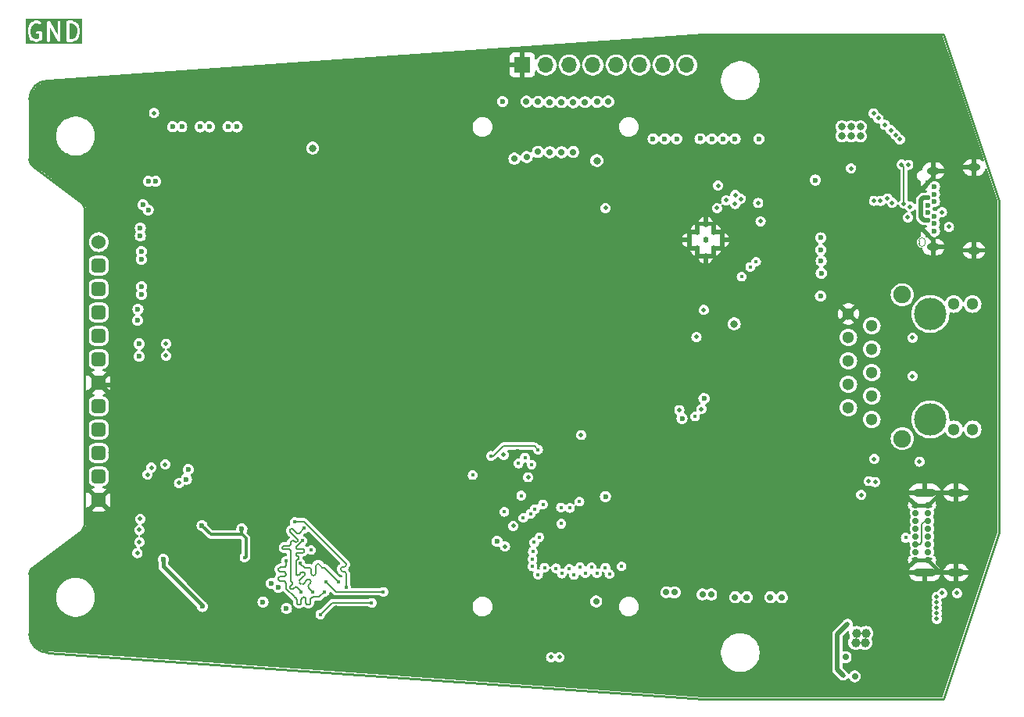
<source format=gbr>
G04 #@! TF.GenerationSoftware,KiCad,Pcbnew,8.0.1-8.0.1-1~ubuntu22.04.1*
G04 #@! TF.CreationDate,2024-03-31T08:55:46-05:00*
G04 #@! TF.ProjectId,controller,636f6e74-726f-46c6-9c65-722e6b696361,rev?*
G04 #@! TF.SameCoordinates,Original*
G04 #@! TF.FileFunction,Copper,L2,Inr*
G04 #@! TF.FilePolarity,Positive*
%FSLAX46Y46*%
G04 Gerber Fmt 4.6, Leading zero omitted, Abs format (unit mm)*
G04 Created by KiCad (PCBNEW 8.0.1-8.0.1-1~ubuntu22.04.1) date 2024-03-31 08:55:46*
%MOMM*%
%LPD*%
G01*
G04 APERTURE LIST*
G04 Aperture macros list*
%AMRoundRect*
0 Rectangle with rounded corners*
0 $1 Rounding radius*
0 $2 $3 $4 $5 $6 $7 $8 $9 X,Y pos of 4 corners*
0 Add a 4 corners polygon primitive as box body*
4,1,4,$2,$3,$4,$5,$6,$7,$8,$9,$2,$3,0*
0 Add four circle primitives for the rounded corners*
1,1,$1+$1,$2,$3*
1,1,$1+$1,$4,$5*
1,1,$1+$1,$6,$7*
1,1,$1+$1,$8,$9*
0 Add four rect primitives between the rounded corners*
20,1,$1+$1,$2,$3,$4,$5,0*
20,1,$1+$1,$4,$5,$6,$7,0*
20,1,$1+$1,$6,$7,$8,$9,0*
20,1,$1+$1,$8,$9,$2,$3,0*%
G04 Aperture macros list end*
%ADD10C,0.300000*%
G04 #@! TA.AperFunction,ComponentPad*
%ADD11C,0.625000*%
G04 #@! TD*
G04 #@! TA.AperFunction,ComponentPad*
%ADD12RoundRect,0.762000X-0.000010X-0.000010X0.000010X-0.000010X0.000010X0.000010X-0.000010X0.000010X0*%
G04 #@! TD*
G04 #@! TA.AperFunction,ComponentPad*
%ADD13RoundRect,0.381000X-0.381000X-0.381000X0.381000X-0.381000X0.381000X0.381000X-0.381000X0.381000X0*%
G04 #@! TD*
G04 #@! TA.AperFunction,ComponentPad*
%ADD14C,0.700000*%
G04 #@! TD*
G04 #@! TA.AperFunction,ComponentPad*
%ADD15O,1.700000X0.900000*%
G04 #@! TD*
G04 #@! TA.AperFunction,ComponentPad*
%ADD16O,2.400000X0.900000*%
G04 #@! TD*
G04 #@! TA.AperFunction,ComponentPad*
%ADD17C,0.600000*%
G04 #@! TD*
G04 #@! TA.AperFunction,ComponentPad*
%ADD18O,1.400000X0.800000*%
G04 #@! TD*
G04 #@! TA.AperFunction,ComponentPad*
%ADD19R,1.700000X1.700000*%
G04 #@! TD*
G04 #@! TA.AperFunction,ComponentPad*
%ADD20O,1.700000X1.700000*%
G04 #@! TD*
G04 #@! TA.AperFunction,WasherPad*
%ADD21C,1.900000*%
G04 #@! TD*
G04 #@! TA.AperFunction,WasherPad*
%ADD22C,3.500000*%
G04 #@! TD*
G04 #@! TA.AperFunction,ComponentPad*
%ADD23C,1.300000*%
G04 #@! TD*
G04 #@! TA.AperFunction,ViaPad*
%ADD24C,0.800000*%
G04 #@! TD*
G04 #@! TA.AperFunction,ViaPad*
%ADD25C,1.000000*%
G04 #@! TD*
G04 #@! TA.AperFunction,ViaPad*
%ADD26C,0.500000*%
G04 #@! TD*
G04 #@! TA.AperFunction,ViaPad*
%ADD27C,0.450000*%
G04 #@! TD*
G04 #@! TA.AperFunction,ViaPad*
%ADD28C,0.700000*%
G04 #@! TD*
G04 #@! TA.AperFunction,ViaPad*
%ADD29C,0.600000*%
G04 #@! TD*
G04 #@! TA.AperFunction,ViaPad*
%ADD30C,0.900000*%
G04 #@! TD*
G04 #@! TA.AperFunction,Conductor*
%ADD31C,0.300000*%
G04 #@! TD*
G04 #@! TA.AperFunction,Conductor*
%ADD32C,0.450000*%
G04 #@! TD*
G04 #@! TA.AperFunction,Conductor*
%ADD33C,0.500000*%
G04 #@! TD*
G04 #@! TA.AperFunction,Conductor*
%ADD34C,0.200000*%
G04 #@! TD*
G04 #@! TA.AperFunction,Conductor*
%ADD35C,0.150000*%
G04 #@! TD*
G04 #@! TA.AperFunction,Profile*
%ADD36C,0.254000*%
G04 #@! TD*
G04 #@! TA.AperFunction,Profile*
%ADD37C,0.010000*%
G04 #@! TD*
G04 APERTURE END LIST*
D10*
G36*
X87846695Y-62862581D02*
G01*
X87995110Y-63008158D01*
X88072495Y-63158431D01*
X88161730Y-63505289D01*
X88164014Y-63754839D01*
X88079960Y-64101084D01*
X88002511Y-64260701D01*
X87853958Y-64412151D01*
X87627799Y-64489735D01*
X87318585Y-64491499D01*
X87316167Y-62788797D01*
X87613498Y-62787102D01*
X87846695Y-62862581D01*
G37*
G36*
X88683875Y-65011860D02*
G01*
X82606098Y-65011860D01*
X82606098Y-63496780D01*
X82828320Y-63496780D01*
X82830855Y-63773934D01*
X82828497Y-63789786D01*
X82831166Y-63807833D01*
X82831202Y-63811759D01*
X82832049Y-63813803D01*
X82832799Y-63818875D01*
X82927832Y-64188270D01*
X82928884Y-64203066D01*
X82937290Y-64225032D01*
X82937930Y-64227518D01*
X82938574Y-64228388D01*
X82939394Y-64230529D01*
X83036772Y-64419627D01*
X83044075Y-64437258D01*
X83048843Y-64443068D01*
X83050297Y-64445891D01*
X83053291Y-64448487D01*
X83062730Y-64459989D01*
X83239067Y-64632956D01*
X83240773Y-64636367D01*
X83256074Y-64649637D01*
X83275936Y-64669120D01*
X83280915Y-64671182D01*
X83284987Y-64674714D01*
X83311838Y-64686703D01*
X83597007Y-64779003D01*
X83615723Y-64786756D01*
X83623249Y-64787497D01*
X83626227Y-64788461D01*
X83630181Y-64788179D01*
X83644987Y-64789638D01*
X83835618Y-64787137D01*
X83854224Y-64788460D01*
X83861533Y-64786797D01*
X83864727Y-64786756D01*
X83868389Y-64785238D01*
X83882897Y-64781940D01*
X84146478Y-64691518D01*
X84150441Y-64691518D01*
X84169541Y-64683606D01*
X84195462Y-64674714D01*
X84199533Y-64671182D01*
X84204513Y-64669120D01*
X84227244Y-64650465D01*
X84341137Y-64532495D01*
X84358888Y-64489638D01*
X84363533Y-64478425D01*
X84366415Y-64449161D01*
X84363533Y-63753231D01*
X84341135Y-63699159D01*
X84299751Y-63657775D01*
X84245679Y-63635377D01*
X84216415Y-63632495D01*
X83806199Y-63635377D01*
X83752127Y-63657775D01*
X83710743Y-63699159D01*
X83688345Y-63753231D01*
X83688345Y-63811759D01*
X83710743Y-63865831D01*
X83752127Y-63907215D01*
X83806199Y-63929613D01*
X83835463Y-63932495D01*
X84067029Y-63930868D01*
X84068914Y-64386012D01*
X84043303Y-64412540D01*
X83817891Y-64489868D01*
X83675136Y-64491740D01*
X83443278Y-64416696D01*
X83294861Y-64271115D01*
X83217478Y-64120844D01*
X83128242Y-63773984D01*
X83125958Y-63524435D01*
X83210012Y-63178190D01*
X83287460Y-63018573D01*
X83436014Y-62867124D01*
X83662350Y-62789479D01*
X83891605Y-62787381D01*
X84081559Y-62879550D01*
X84139939Y-62883698D01*
X84195461Y-62865191D01*
X84239676Y-62826844D01*
X84265851Y-62774495D01*
X84269999Y-62716115D01*
X84251492Y-62660592D01*
X84233319Y-62639638D01*
X84923558Y-62639638D01*
X84926440Y-64668902D01*
X84948838Y-64722974D01*
X84990222Y-64764358D01*
X85044294Y-64786756D01*
X85102822Y-64786756D01*
X85156894Y-64764358D01*
X85198278Y-64722974D01*
X85220676Y-64668902D01*
X85223558Y-64639638D01*
X85221512Y-63199499D01*
X86084203Y-64704887D01*
X86091695Y-64722974D01*
X86098424Y-64729703D01*
X86103200Y-64738037D01*
X86118971Y-64750250D01*
X86133079Y-64764358D01*
X86141914Y-64768017D01*
X86149474Y-64773872D01*
X86168716Y-64779119D01*
X86187151Y-64786756D01*
X86196715Y-64786756D01*
X86205937Y-64789271D01*
X86225723Y-64786756D01*
X86245679Y-64786756D01*
X86254513Y-64783096D01*
X86263998Y-64781891D01*
X86281320Y-64771992D01*
X86299751Y-64764358D01*
X86306511Y-64757597D01*
X86314814Y-64752853D01*
X86327027Y-64737081D01*
X86341135Y-64722974D01*
X86344794Y-64714138D01*
X86350649Y-64706579D01*
X86355896Y-64687337D01*
X86363533Y-64668902D01*
X86365007Y-64653930D01*
X86366048Y-64650115D01*
X86365673Y-64647168D01*
X86366415Y-64639638D01*
X86363575Y-62639638D01*
X87018796Y-62639638D01*
X87021678Y-64668902D01*
X87044076Y-64722974D01*
X87085460Y-64764358D01*
X87139532Y-64786756D01*
X87168796Y-64789638D01*
X87642330Y-64786938D01*
X87663746Y-64788460D01*
X87671163Y-64786773D01*
X87674250Y-64786756D01*
X87677910Y-64785239D01*
X87692420Y-64781941D01*
X87956002Y-64691518D01*
X87959964Y-64691518D01*
X87979066Y-64683605D01*
X88004986Y-64674714D01*
X88009055Y-64671184D01*
X88014037Y-64669121D01*
X88036767Y-64650466D01*
X88224635Y-64458935D01*
X88239676Y-64445891D01*
X88243699Y-64439499D01*
X88245898Y-64437258D01*
X88247413Y-64433598D01*
X88255341Y-64421005D01*
X88343874Y-64238543D01*
X88352043Y-64227519D01*
X88359914Y-64205485D01*
X88361089Y-64203065D01*
X88361165Y-64201982D01*
X88361936Y-64199827D01*
X88452419Y-63827091D01*
X88458771Y-63811759D01*
X88460565Y-63793536D01*
X88461476Y-63789786D01*
X88461150Y-63787598D01*
X88461653Y-63782495D01*
X88459117Y-63505339D01*
X88461476Y-63489489D01*
X88458806Y-63471440D01*
X88458771Y-63467516D01*
X88457924Y-63465471D01*
X88457174Y-63460399D01*
X88362140Y-63091003D01*
X88361089Y-63076210D01*
X88352683Y-63054244D01*
X88352043Y-63051756D01*
X88351397Y-63050884D01*
X88350579Y-63048746D01*
X88253200Y-62859647D01*
X88245898Y-62842017D01*
X88241129Y-62836206D01*
X88239676Y-62833384D01*
X88236682Y-62830787D01*
X88227243Y-62819286D01*
X88050905Y-62646319D01*
X88049200Y-62642909D01*
X88033899Y-62629639D01*
X88014036Y-62610155D01*
X88009056Y-62608092D01*
X88004986Y-62604562D01*
X87978135Y-62592573D01*
X87692975Y-62500276D01*
X87674250Y-62492520D01*
X87666719Y-62491778D01*
X87663746Y-62490816D01*
X87659797Y-62491096D01*
X87644986Y-62489638D01*
X87139532Y-62492520D01*
X87085460Y-62514918D01*
X87044076Y-62556302D01*
X87021678Y-62610374D01*
X87018796Y-62639638D01*
X86363575Y-62639638D01*
X86363533Y-62610374D01*
X86341135Y-62556302D01*
X86299751Y-62514918D01*
X86245679Y-62492520D01*
X86187151Y-62492520D01*
X86133079Y-62514918D01*
X86091695Y-62556302D01*
X86069297Y-62610374D01*
X86066415Y-62639638D01*
X86068460Y-64079776D01*
X85205769Y-62574388D01*
X85198278Y-62556302D01*
X85191548Y-62549572D01*
X85186773Y-62541239D01*
X85171001Y-62529025D01*
X85156894Y-62514918D01*
X85148058Y-62511258D01*
X85140499Y-62505404D01*
X85121254Y-62500155D01*
X85102822Y-62492520D01*
X85093260Y-62492520D01*
X85084035Y-62490004D01*
X85064244Y-62492520D01*
X85044294Y-62492520D01*
X85035460Y-62496179D01*
X85025975Y-62497385D01*
X85008652Y-62507283D01*
X84990222Y-62514918D01*
X84983461Y-62521678D01*
X84975159Y-62526423D01*
X84962945Y-62542194D01*
X84948838Y-62556302D01*
X84945178Y-62565137D01*
X84939324Y-62572697D01*
X84934075Y-62591941D01*
X84926440Y-62610374D01*
X84924966Y-62625340D01*
X84923924Y-62629161D01*
X84924299Y-62632112D01*
X84923558Y-62639638D01*
X84233319Y-62639638D01*
X84213145Y-62616377D01*
X84188259Y-62600712D01*
X84016481Y-62517362D01*
X84014037Y-62514918D01*
X83996312Y-62507576D01*
X83970320Y-62494964D01*
X83964942Y-62494581D01*
X83959965Y-62492520D01*
X83930701Y-62489638D01*
X83646279Y-62492240D01*
X83626227Y-62490815D01*
X83618854Y-62492491D01*
X83615723Y-62492520D01*
X83612065Y-62494035D01*
X83597553Y-62497335D01*
X83333971Y-62587758D01*
X83330009Y-62587758D01*
X83310908Y-62595669D01*
X83284987Y-62604562D01*
X83280916Y-62608092D01*
X83275937Y-62610155D01*
X83253206Y-62628810D01*
X83065340Y-62820336D01*
X83050297Y-62833384D01*
X83046273Y-62839775D01*
X83044075Y-62842017D01*
X83042559Y-62845676D01*
X83034632Y-62858270D01*
X82946096Y-63040735D01*
X82937930Y-63051757D01*
X82930060Y-63073784D01*
X82928884Y-63076209D01*
X82928807Y-63077292D01*
X82928037Y-63079448D01*
X82837553Y-63452183D01*
X82831202Y-63467516D01*
X82829407Y-63485738D01*
X82828497Y-63489489D01*
X82828822Y-63491676D01*
X82828320Y-63496780D01*
X82606098Y-63496780D01*
X82606098Y-62267416D01*
X88683875Y-62267416D01*
X88683875Y-65011860D01*
G37*
D11*
X158012287Y-86281996D03*
X156244520Y-84514229D03*
X157128403Y-85398113D03*
X157128403Y-87165879D03*
X156244520Y-86281996D03*
X155360637Y-85398113D03*
X155360637Y-87165879D03*
X156244520Y-88049763D03*
X154476753Y-86281996D03*
D12*
X90500000Y-86500000D03*
D13*
X90500000Y-89040000D03*
X90500000Y-91580000D03*
X90500000Y-94120000D03*
X90500000Y-96660000D03*
X90500000Y-99200000D03*
X90500000Y-101740000D03*
X90500000Y-104280000D03*
X90500000Y-106820000D03*
X90500000Y-109360000D03*
X90500000Y-111900000D03*
X90500000Y-114440000D03*
D14*
X179000000Y-115000000D03*
X179000000Y-115850000D03*
X179000000Y-116700000D03*
X179000000Y-117550000D03*
X179000000Y-118400000D03*
X179000000Y-119250000D03*
X179000000Y-120100000D03*
X179000000Y-120950000D03*
X180350000Y-120950000D03*
X180350000Y-120100000D03*
X180350000Y-119250000D03*
X180350000Y-118400000D03*
X180350000Y-117550000D03*
X180350000Y-116700000D03*
X180350000Y-115850000D03*
X180350000Y-115000000D03*
D15*
X183360000Y-113650000D03*
D16*
X179980000Y-113650000D03*
D15*
X183360000Y-122300000D03*
D16*
X179980000Y-122300000D03*
D17*
X180329000Y-85700000D03*
X181029000Y-85300000D03*
X181029000Y-84500000D03*
X180329000Y-84100000D03*
X181029000Y-83700000D03*
X180329000Y-83300000D03*
X180329000Y-82500000D03*
X181029000Y-82100000D03*
X180329000Y-81700000D03*
X181029000Y-81300000D03*
X181029000Y-80500000D03*
X180329000Y-80100000D03*
D18*
X180919000Y-78770000D03*
X180919000Y-87030000D03*
X185319000Y-78410000D03*
X185319000Y-87390000D03*
D19*
X136400000Y-67300000D03*
D20*
X138940000Y-67300000D03*
X141480000Y-67300000D03*
X144020000Y-67300000D03*
X146560000Y-67300000D03*
X149100000Y-67300000D03*
X151640000Y-67300000D03*
X154180000Y-67300000D03*
D21*
X177540000Y-92205000D03*
D22*
X180590000Y-94285000D03*
X180590000Y-105715000D03*
D21*
X177540000Y-107795000D03*
D23*
X171700000Y-94285000D03*
X174240000Y-95555000D03*
X171700000Y-96825000D03*
X174240000Y-98095000D03*
X171700000Y-99365000D03*
X174240000Y-100635000D03*
X171700000Y-101905000D03*
X174240000Y-103175000D03*
X171700000Y-104445000D03*
X174240000Y-105715000D03*
X185160000Y-93215000D03*
X183130000Y-93215000D03*
X185160000Y-106785000D03*
X183130000Y-106785000D03*
D24*
X172000000Y-74000000D03*
X171000000Y-74000000D03*
X172000000Y-75000000D03*
X144460000Y-77660000D03*
D25*
X173500000Y-129900000D03*
D26*
X155250000Y-96780000D03*
D24*
X173000000Y-75000000D03*
D25*
X172590000Y-128910000D03*
D26*
X145400000Y-82800000D03*
X142740000Y-107400000D03*
D27*
X155100000Y-105400000D03*
D24*
X171000000Y-75000000D03*
X173000000Y-74000000D03*
X113690000Y-76300000D03*
D25*
X173600000Y-128900000D03*
X172500000Y-129900000D03*
D28*
X135527000Y-77455000D03*
X136853000Y-77274000D03*
X138075000Y-76713000D03*
X139365000Y-76750000D03*
X140635000Y-76750000D03*
X141910000Y-76730000D03*
X136825000Y-71250000D03*
X138100000Y-71300000D03*
X139350000Y-71325000D03*
X140625000Y-71325000D03*
X141910000Y-71340000D03*
X143180000Y-71324000D03*
X144476000Y-71288000D03*
X145689000Y-71270000D03*
D27*
X138800000Y-121780000D03*
X140030000Y-121856269D03*
X141470290Y-121898940D03*
D29*
X134250000Y-71250000D03*
D26*
X172000000Y-78500000D03*
X155800000Y-104600000D03*
D29*
X101715543Y-125992475D03*
X97503000Y-120904000D03*
D26*
X134370000Y-109570000D03*
X174600000Y-112500000D03*
D29*
X110843113Y-126233440D03*
D26*
X140400000Y-131500000D03*
X179400000Y-110300000D03*
D27*
X106300000Y-120680000D03*
X140610000Y-117020000D03*
D26*
X153400000Y-104700000D03*
X137010000Y-111980000D03*
D29*
X101694000Y-117221000D03*
X106012000Y-117602000D03*
D26*
X174500000Y-110000000D03*
X139500000Y-131500000D03*
X96500000Y-72500000D03*
D29*
X95153475Y-92170000D03*
X95153475Y-91320000D03*
X95123000Y-88360000D03*
X95123000Y-87510000D03*
D26*
X99200000Y-112600000D03*
D27*
X137382841Y-110603734D03*
D26*
X97700000Y-110600000D03*
D27*
X135984000Y-110490000D03*
X113510000Y-119880000D03*
X136670000Y-109840000D03*
D26*
X176820000Y-74877504D03*
X176320000Y-74377500D03*
X174430000Y-72530000D03*
X174960000Y-73070000D03*
X177280000Y-75360000D03*
X175670000Y-73790000D03*
D27*
X94677000Y-102505469D03*
D26*
X136810000Y-129040000D03*
X102200000Y-128000000D03*
X163172000Y-84589000D03*
D27*
X139680000Y-117510000D03*
X136119484Y-106801255D03*
X135370000Y-75010000D03*
D26*
X154300000Y-126100000D03*
D27*
X135857000Y-109093000D03*
X112590000Y-126840000D03*
X95500000Y-72500000D03*
D26*
X138500000Y-131200000D03*
D29*
X170149063Y-122011962D03*
D26*
X180200000Y-74400000D03*
D27*
X108953794Y-118320000D03*
D26*
X146900000Y-81100000D03*
X177600000Y-70200000D03*
D24*
X161570000Y-94510000D03*
D26*
X172400000Y-112500000D03*
D29*
X110200000Y-73769996D03*
D26*
X125700000Y-111000000D03*
X143150000Y-77500000D03*
D29*
X99580000Y-125610000D03*
D26*
X116260000Y-126160000D03*
D27*
X94600000Y-89840000D03*
X171510000Y-77100000D03*
D29*
X139340000Y-124460000D03*
X114500000Y-73000000D03*
D27*
X144000000Y-81600000D03*
D26*
X148000000Y-71000000D03*
X132200000Y-122400000D03*
X175000000Y-130000000D03*
X143590000Y-108370000D03*
D27*
X109900000Y-121150000D03*
D29*
X169593000Y-91113000D03*
D27*
X164780000Y-88850000D03*
D26*
X138440000Y-105350000D03*
D27*
X95748560Y-109640000D03*
D29*
X100496584Y-73988612D03*
X169005000Y-85200498D03*
D27*
X161580000Y-90060000D03*
D26*
X137960000Y-107120000D03*
D27*
X122610000Y-74000000D03*
D26*
X141760000Y-106300000D03*
D29*
X109440000Y-73769996D03*
D26*
X135000000Y-114450000D03*
D27*
X94600000Y-83490000D03*
D26*
X148200000Y-128400000D03*
X148000000Y-77000000D03*
X139630000Y-106870000D03*
D27*
X161020000Y-90600000D03*
D28*
X118000000Y-89000000D03*
D27*
X130250000Y-107250000D03*
X114971016Y-120660000D03*
D29*
X97500000Y-73000000D03*
D27*
X128960000Y-75000000D03*
D26*
X131800000Y-128400000D03*
X162000000Y-126100000D03*
X176730000Y-79510000D03*
D27*
X156660000Y-96180000D03*
D26*
X175000000Y-131000000D03*
X177000000Y-130000000D03*
D27*
X153450000Y-73560000D03*
D26*
X177000000Y-131000000D03*
D29*
X103980000Y-117348000D03*
D27*
X152850000Y-95990000D03*
X143500000Y-80900000D03*
X152810000Y-93900000D03*
X156680000Y-95190000D03*
D24*
X96040000Y-114430000D03*
D27*
X94963766Y-121469642D03*
D28*
X118000000Y-86000000D03*
D29*
X116250000Y-75000000D03*
D30*
X95960000Y-121530000D03*
D26*
X169000000Y-131500000D03*
X146800000Y-82300000D03*
D27*
X105510000Y-126670000D03*
D29*
X98800000Y-110500000D03*
D27*
X160510000Y-91160000D03*
D26*
X183950000Y-125920000D03*
D27*
X182190000Y-117612000D03*
D29*
X112558700Y-73970498D03*
D28*
X135575000Y-71325000D03*
D27*
X131590000Y-112360000D03*
D29*
X172250000Y-115000000D03*
D26*
X177062000Y-83789502D03*
D29*
X125160000Y-125700000D03*
D27*
X153850000Y-95660000D03*
X162230000Y-89480000D03*
D28*
X118000000Y-92000000D03*
D26*
X162850000Y-82683000D03*
X169000000Y-132500000D03*
D28*
X175400000Y-122700000D03*
D27*
X141680000Y-74990000D03*
D26*
X98700000Y-127900000D03*
D27*
X162270000Y-88320000D03*
D29*
X103500000Y-74000000D03*
D26*
X158500000Y-79968000D03*
X100700000Y-127900000D03*
X161125000Y-80380000D03*
D28*
X170100010Y-117010010D03*
D26*
X155200000Y-103000000D03*
D29*
X106500000Y-73970498D03*
D26*
X148210000Y-123550000D03*
D29*
X178693000Y-85807000D03*
D26*
X182930000Y-126200000D03*
D28*
X167800000Y-123200000D03*
D27*
X160622000Y-74993500D03*
D26*
X176000000Y-130000000D03*
X131075000Y-76475000D03*
D27*
X105590000Y-121670000D03*
D28*
X177699999Y-103299999D03*
D27*
X164009528Y-88099934D03*
D26*
X173784000Y-81757000D03*
X176000000Y-131000000D03*
X132173000Y-71812000D03*
D27*
X94600000Y-96190000D03*
X114060000Y-120710000D03*
X140302000Y-112204500D03*
D28*
X125067000Y-91647000D03*
D29*
X169600000Y-110160000D03*
D28*
X177700000Y-99137498D03*
D27*
X165050000Y-87350000D03*
X109820000Y-117453794D03*
X96520000Y-126670000D03*
D26*
X179400000Y-74000000D03*
D27*
X141550345Y-115310292D03*
X142580000Y-114630000D03*
D26*
X135400000Y-117260000D03*
X134510000Y-119500000D03*
D29*
X133640000Y-118930000D03*
D27*
X136490000Y-116390000D03*
X137292230Y-115956969D03*
X134437882Y-115734875D03*
X137760000Y-115420000D03*
X136270433Y-113976710D03*
X138641548Y-114935137D03*
X140579883Y-115249883D03*
X111730000Y-116830000D03*
X117310000Y-123900000D03*
X112779990Y-117530000D03*
X112450000Y-124390000D03*
X113720000Y-124410000D03*
X112550000Y-118870000D03*
X121340000Y-124400000D03*
X115130000Y-123330000D03*
X112362852Y-121330166D03*
X116510000Y-123330000D03*
X114980000Y-124400000D03*
X110780194Y-121080286D03*
X120070000Y-125590000D03*
X114520000Y-126850000D03*
X131000000Y-111750000D03*
D29*
X95010458Y-85820000D03*
D27*
X177908851Y-118546250D03*
D28*
X151980000Y-124450000D03*
D26*
X178650000Y-96862500D03*
D28*
X152880000Y-124460000D03*
X155890000Y-124700000D03*
X156840000Y-124700000D03*
X159440000Y-125000000D03*
D26*
X178650000Y-101025000D03*
D28*
X160710000Y-125000000D03*
X163250000Y-125000000D03*
X164500000Y-125000000D03*
D29*
X95010458Y-84970000D03*
D26*
X95000000Y-116500000D03*
X94900000Y-117700000D03*
X94900000Y-119000000D03*
X94700000Y-120200000D03*
D29*
X100200000Y-111150000D03*
X109950000Y-123900000D03*
X100000000Y-112200000D03*
X109200000Y-123500000D03*
D27*
X138095000Y-109005000D03*
X132990000Y-109670000D03*
D29*
X108300000Y-125497500D03*
D28*
X144385000Y-125447271D03*
D29*
X98500000Y-74000000D03*
X99500000Y-74000000D03*
X101500000Y-74000000D03*
X102500000Y-74000000D03*
X104500000Y-74000000D03*
X105500000Y-74000000D03*
X95884000Y-79919000D03*
X96684000Y-79919000D03*
X95299157Y-82448157D03*
X95864843Y-83013843D03*
D26*
X97800000Y-97500000D03*
D29*
X94887000Y-97539000D03*
D26*
X97800000Y-98800000D03*
D29*
X94863000Y-98871000D03*
X94750000Y-93769000D03*
X94705000Y-94979000D03*
D26*
X96200000Y-110950000D03*
X95800000Y-111700000D03*
X173900000Y-112400000D03*
X173100000Y-113900000D03*
D28*
X172400000Y-133566824D03*
X171400000Y-131500000D03*
D26*
X171615002Y-127885002D03*
X171140000Y-133490000D03*
X181272100Y-126750000D03*
X181872100Y-124550000D03*
X183472100Y-124550000D03*
X181272100Y-124950000D03*
X181272100Y-125550000D03*
X181272100Y-126150000D03*
X181272100Y-127350000D03*
D27*
X142634786Y-121703835D03*
X143880000Y-121716623D03*
X145386119Y-121777263D03*
X147140000Y-121640000D03*
X137520000Y-120040000D03*
X137480000Y-120860000D03*
X137490000Y-121650000D03*
X138090000Y-122530000D03*
X140664246Y-122422163D03*
X141975000Y-122581922D03*
X143200000Y-122390000D03*
X144460000Y-122390000D03*
X145827383Y-122480250D03*
D26*
X177717835Y-82310774D03*
X177460000Y-78100000D03*
X178190000Y-78120000D03*
X178149000Y-83821000D03*
D24*
X159350000Y-95360000D03*
D27*
X161080000Y-89200000D03*
D26*
X161933562Y-82253631D03*
X160056000Y-81808000D03*
X158458000Y-81967000D03*
X157470000Y-82810000D03*
D29*
X156067000Y-103447000D03*
D26*
X159430000Y-82365000D03*
X159457000Y-81402000D03*
D29*
X168137000Y-79772000D03*
X162006000Y-75306000D03*
X159441000Y-75288000D03*
X158156000Y-75293000D03*
X156914000Y-75303000D03*
X155643000Y-75279000D03*
X153102000Y-75292000D03*
X151814000Y-75292000D03*
X150551000Y-75294000D03*
X168684000Y-92366000D03*
X168769000Y-89859000D03*
X168753000Y-88551000D03*
X168694000Y-87328000D03*
X168710000Y-86028000D03*
D26*
X182609488Y-84838512D03*
X175948512Y-81746512D03*
X176443488Y-82241488D03*
X178387240Y-82649767D03*
X181834657Y-83262000D03*
X175181000Y-82023000D03*
X174481000Y-82023000D03*
D29*
X145394000Y-114075000D03*
X153690243Y-105604422D03*
D27*
X160140000Y-90240000D03*
D26*
X156030000Y-93850000D03*
D27*
X161713726Y-88613726D03*
D26*
X157586000Y-80363000D03*
X162199000Y-84230000D03*
D27*
X138240000Y-118490000D03*
X137680000Y-119050000D03*
D31*
X106054500Y-118194500D02*
X102667500Y-118194500D01*
D32*
X97503000Y-121666000D02*
X97503000Y-120904000D01*
D31*
X102667500Y-118194500D02*
X101694000Y-117221000D01*
D32*
X101715543Y-125878543D02*
X97503000Y-121666000D01*
D31*
X106054500Y-118194500D02*
X106012000Y-118152000D01*
X106450000Y-118590000D02*
X106450000Y-120610010D01*
D32*
X101715543Y-125992475D02*
X101715543Y-125878543D01*
D31*
X106012000Y-118152000D02*
X106012000Y-117602000D01*
X106054500Y-118194500D02*
X106450000Y-118590000D01*
D33*
X179611500Y-81868500D02*
X179579000Y-81901000D01*
X179579000Y-81901000D02*
X179579000Y-83761000D01*
X179918000Y-84100000D02*
X180329000Y-84100000D01*
X179579000Y-83761000D02*
X179918000Y-84100000D01*
X179780000Y-81700000D02*
X179611500Y-81868500D01*
X180329000Y-81700000D02*
X179780000Y-81700000D01*
D32*
X183360000Y-113650000D02*
X181700000Y-113650000D01*
D33*
X94152531Y-101981000D02*
X94677000Y-102505469D01*
X91280000Y-101981000D02*
X94152531Y-101981000D01*
D34*
X95396802Y-109288242D02*
X95748560Y-109640000D01*
D32*
X181700000Y-122300000D02*
X180350000Y-120950000D01*
D34*
X91592758Y-109288242D02*
X95396802Y-109288242D01*
D32*
X180350000Y-115000000D02*
X179000000Y-115000000D01*
X180350000Y-120950000D02*
X179000000Y-120950000D01*
X181700000Y-113650000D02*
X180350000Y-115000000D01*
X183360000Y-122300000D02*
X181700000Y-122300000D01*
D34*
X116967253Y-121710000D02*
X117060000Y-121710000D01*
X117060000Y-122210000D02*
X116967253Y-122210000D01*
X117310000Y-123900000D02*
X117310000Y-122460000D01*
X117310000Y-121460000D02*
X117310000Y-121381187D01*
X112758813Y-116830000D02*
X111730000Y-116830000D01*
X117310000Y-121381187D02*
X112758813Y-116830000D01*
X116967253Y-122210000D02*
G75*
G02*
X116717300Y-121960000I47J250000D01*
G01*
X117060000Y-121710000D02*
G75*
G03*
X117310000Y-121460000I0J250000D01*
G01*
X117310000Y-122460000D02*
G75*
G03*
X117060000Y-122210000I-250000J0D01*
G01*
X116717253Y-121960000D02*
G75*
G02*
X116967253Y-121709953I250047J0D01*
G01*
X111995685Y-123935685D02*
X112419945Y-124359945D01*
X111144495Y-119404976D02*
X111099991Y-119409991D01*
X111294976Y-119965486D02*
X111299991Y-120009991D01*
X111294976Y-119254495D02*
X111280184Y-119296767D01*
X111280184Y-119296767D02*
X111256357Y-119334688D01*
X112035434Y-118691049D02*
X112054865Y-118731401D01*
X110408904Y-119654495D02*
X110423696Y-119696767D01*
X111487321Y-123489028D02*
X111487321Y-123533814D01*
X110479192Y-119766357D02*
X110517113Y-119790184D01*
X111224688Y-119853624D02*
X111256357Y-119885293D01*
X111231257Y-123913291D02*
X111231257Y-123958077D01*
X111972496Y-118966801D02*
X111932144Y-118986234D01*
X111547887Y-117630730D02*
X111512872Y-117602807D01*
X112047517Y-118102350D02*
X112007167Y-118082918D01*
X111406469Y-118903523D02*
X111299991Y-119009999D01*
X110517113Y-119429797D02*
X110479192Y-119453624D01*
X111457923Y-123617827D02*
X111430000Y-123652842D01*
X111260655Y-124042091D02*
X111288578Y-124077106D01*
X111654298Y-118875599D02*
X111613948Y-118856167D01*
X111428859Y-117573409D02*
X111384073Y-117573409D01*
X111256357Y-119334688D02*
X111224688Y-119366357D01*
X111457923Y-123405014D02*
X111477355Y-123445365D01*
X112135966Y-118112316D02*
X112091180Y-118112316D01*
X110603890Y-119809991D02*
X111099991Y-119809991D01*
X111144495Y-119815005D02*
X111186767Y-119829797D01*
X110517113Y-119790184D02*
X110559385Y-119804976D01*
X110559385Y-119415005D02*
X110517113Y-119429797D01*
X111932144Y-118986234D02*
X111888482Y-118996199D01*
X111186767Y-119390184D02*
X111144495Y-119404976D01*
X111477355Y-123445365D02*
X111487321Y-123489028D01*
X111265045Y-117913572D02*
X112007509Y-118656035D01*
X111689313Y-118903522D02*
X111654298Y-118875599D01*
X110447523Y-119734688D02*
X110479192Y-119766357D01*
X111231257Y-123958077D02*
X111241223Y-124001740D01*
X111571420Y-124077106D02*
X111712841Y-123935684D01*
X112779990Y-117530000D02*
X112254995Y-118054995D01*
X112007509Y-118656035D02*
X112035434Y-118691049D01*
X112054865Y-118731401D02*
X112064830Y-118775064D01*
X110408904Y-119565486D02*
X110403890Y-119609991D01*
X111237121Y-117878557D02*
X111265045Y-117913572D01*
X111224688Y-119366357D02*
X111186767Y-119390184D01*
X111441484Y-118875600D02*
X111406469Y-118903523D01*
X111241223Y-123869628D02*
X111231257Y-123913291D01*
X110423696Y-119696767D02*
X110447523Y-119734688D01*
X111256357Y-119885293D02*
X111280184Y-119923214D01*
X111888482Y-118996199D02*
X111843696Y-118996199D01*
X111800032Y-118986234D02*
X111759682Y-118966802D01*
X112054866Y-118863511D02*
X112035433Y-118903863D01*
X110603890Y-119409991D02*
X110559385Y-119415005D01*
X111340410Y-117583375D02*
X111300060Y-117602807D01*
X111241223Y-124001740D02*
X111260655Y-124042091D01*
X111280184Y-119923214D02*
X111294976Y-119965486D01*
X111217689Y-117706095D02*
X111207723Y-117749758D01*
X111613948Y-118856167D02*
X111570284Y-118846202D01*
X111384073Y-117573409D02*
X111340410Y-117583375D01*
X111430000Y-123370000D02*
X111457923Y-123405014D01*
X111099991Y-119409991D02*
X110603890Y-119409991D01*
X111487321Y-123533814D02*
X111477355Y-123577477D01*
X110447523Y-119485293D02*
X110423696Y-119523214D01*
X110559385Y-119804976D02*
X110603890Y-119809991D01*
X111759682Y-118966802D02*
X111724668Y-118938877D01*
X111299991Y-119009999D02*
X111299991Y-119209991D01*
X111323592Y-124105029D02*
X111363943Y-124124461D01*
X111363943Y-124124461D02*
X111407606Y-124134427D01*
X111186767Y-119829797D02*
X111224688Y-119853624D01*
X111430000Y-123652842D02*
X111288578Y-123794263D01*
X111300060Y-117602807D02*
X111265045Y-117630730D01*
X111472522Y-117583375D02*
X111428859Y-117573409D01*
X112007510Y-118938877D02*
X111972496Y-118966801D01*
X112179629Y-118102350D02*
X112135966Y-118112316D01*
X111876655Y-123878363D02*
X111920318Y-123888329D01*
X111299991Y-120009991D02*
X111299991Y-123239991D01*
X112219980Y-118082918D02*
X112179629Y-118102350D01*
X112035433Y-118903863D02*
X112007510Y-118938877D01*
X112254995Y-118054995D02*
X112219980Y-118082918D01*
X111452392Y-124134427D02*
X111496055Y-124124461D01*
X111217689Y-117838207D02*
X111237121Y-117878557D01*
X111747856Y-123907761D02*
X111788206Y-123888329D01*
X111407606Y-124134427D02*
X111452392Y-124134427D01*
X111288578Y-124077106D02*
X111323592Y-124105029D01*
X111570284Y-118846202D02*
X111525498Y-118846202D01*
X112419945Y-124359945D02*
X112450000Y-124390000D01*
X111512872Y-117602807D02*
X111472522Y-117583375D01*
X111207723Y-117749758D02*
X111207723Y-117794544D01*
X111099991Y-119809991D02*
X111144495Y-119815005D01*
X110479192Y-119453624D02*
X110447523Y-119485293D01*
X111260655Y-123829278D02*
X111241223Y-123869628D01*
X111712841Y-123935684D02*
X111747856Y-123907761D01*
X111920318Y-123888329D02*
X111960669Y-123907761D01*
X111960669Y-123907761D02*
X111995685Y-123935685D01*
X110423696Y-119523214D02*
X110408904Y-119565486D01*
X111788206Y-123888329D02*
X111831869Y-123878363D01*
X111299991Y-119209991D02*
X111294976Y-119254495D01*
X111288578Y-123794263D02*
X111260655Y-123829278D01*
X112007167Y-118082918D02*
X111972152Y-118054995D01*
X111525498Y-118846202D02*
X111481836Y-118856167D01*
X111843696Y-118996199D02*
X111800032Y-118986234D01*
X111237121Y-117665744D02*
X111217689Y-117706095D01*
X110403890Y-119609991D02*
X110408904Y-119654495D01*
X111481836Y-118856167D02*
X111441484Y-118875600D01*
X112091180Y-118112316D02*
X112047517Y-118102350D01*
X112064831Y-118819848D02*
X112054866Y-118863511D01*
X111724668Y-118938877D02*
X111689313Y-118903522D01*
X111831869Y-123878363D02*
X111876655Y-123878363D01*
X111536405Y-124105029D02*
X111571420Y-124077106D01*
X112064830Y-118775064D02*
X112064831Y-118819848D01*
X111972152Y-118054995D02*
X111547887Y-117630730D01*
X111496055Y-124124461D02*
X111536405Y-124105029D01*
X111477355Y-123577477D02*
X111457923Y-123617827D01*
X111299991Y-123239991D02*
X111430000Y-123370000D01*
X111207723Y-117794544D02*
X111217689Y-117838207D01*
X111265045Y-117630730D02*
X111237121Y-117665744D01*
X111867857Y-120312653D02*
X111862842Y-120357158D01*
X112106366Y-120874432D02*
X112077925Y-120892303D01*
X112787982Y-122334806D02*
X112787983Y-122334807D01*
X112787984Y-122688361D02*
X112280158Y-123196185D01*
X112672083Y-120137351D02*
X112629811Y-120152143D01*
X112130117Y-120850681D02*
X112106366Y-120874432D01*
X111862842Y-120357158D02*
X111866603Y-120390536D01*
X112710004Y-119800791D02*
X112741673Y-119832460D01*
X112741673Y-120081855D02*
X112710004Y-120113524D01*
X112765500Y-119870381D02*
X112780292Y-119912653D01*
X112147988Y-120592075D02*
X112159082Y-120623779D01*
X113424354Y-123466201D02*
X113424354Y-123466200D01*
X111895568Y-120963634D02*
X111877697Y-120992075D01*
X111882649Y-120270381D02*
X111867857Y-120312653D01*
X112280158Y-123422210D02*
X112407686Y-123549738D01*
X112780292Y-119912653D02*
X112785306Y-119957158D01*
X111976066Y-120176964D02*
X111938145Y-120200791D01*
X112077925Y-120522012D02*
X112106366Y-120539883D01*
X112280159Y-123422210D02*
X112280158Y-123422210D01*
X111979464Y-120910918D02*
X111947760Y-120922012D01*
X111947760Y-120922012D02*
X111919319Y-120939883D01*
X112629811Y-119762172D02*
X112672083Y-119776964D01*
X111866603Y-120390536D02*
X111877697Y-120422240D01*
X112216396Y-122552843D02*
X112434429Y-122334807D01*
X111877697Y-120422240D02*
X111895568Y-120450681D01*
X111938145Y-120200791D02*
X111906476Y-120232460D01*
X112629811Y-120152143D02*
X112585306Y-120157158D01*
X113424354Y-123112647D02*
X113424355Y-123112648D01*
X112046221Y-120903397D02*
X111979464Y-120910918D01*
X111895568Y-120450681D02*
X111919319Y-120474432D01*
X111906476Y-120232460D02*
X111882649Y-120270381D01*
X111906476Y-119681855D02*
X111938145Y-119713524D01*
X111979464Y-120503397D02*
X112046221Y-120510918D01*
X112162842Y-120657158D02*
X112162842Y-120757158D01*
X111919319Y-120474432D02*
X111947760Y-120492303D01*
X111947760Y-120492303D02*
X111979464Y-120503397D01*
X112780292Y-120001662D02*
X112765500Y-120043934D01*
X111866603Y-121023779D02*
X111862842Y-121057158D01*
X112787982Y-122688360D02*
X112787984Y-122688361D01*
X113277053Y-123967053D02*
X113720000Y-124410000D01*
X112765500Y-120043934D02*
X112741673Y-120081855D01*
X112585306Y-120157158D02*
X112062842Y-120157158D01*
X112550000Y-118870000D02*
X111862842Y-119557158D01*
X112159082Y-120623779D02*
X112162842Y-120657158D01*
X112785306Y-119957158D02*
X112780292Y-120001662D01*
X112046221Y-120510918D02*
X112077925Y-120522012D01*
X112130117Y-120563634D02*
X112147988Y-120592075D01*
X112672083Y-119776964D02*
X112710004Y-119800791D01*
X112062842Y-119757158D02*
X112585306Y-119757158D01*
X112018338Y-119752143D02*
X112062842Y-119757158D01*
X112106366Y-120539883D02*
X112130117Y-120563634D01*
X112585306Y-119757158D02*
X112629811Y-119762172D01*
X112162842Y-120757158D02*
X112159082Y-120790536D01*
X112710004Y-120113524D02*
X112672083Y-120137351D01*
X111862842Y-119557158D02*
X111867857Y-119601662D01*
X112633711Y-123549737D02*
X112633711Y-123549738D01*
X112018338Y-120162172D02*
X111976066Y-120176964D01*
X113277055Y-123967054D02*
X113277053Y-123967053D01*
X111976066Y-119737351D02*
X112018338Y-119752143D01*
X112741673Y-119832460D02*
X112765500Y-119870381D01*
X113424354Y-123466200D02*
X113277054Y-123613501D01*
X112147988Y-120822240D02*
X112130117Y-120850681D01*
X111862842Y-121057158D02*
X111862842Y-122552842D01*
X112077925Y-120892303D02*
X112046221Y-120903397D01*
X112216395Y-122552841D02*
X112216396Y-122552843D01*
X111938145Y-119713524D02*
X111976066Y-119737351D01*
X111877697Y-120992075D02*
X111866603Y-121023779D01*
X112062842Y-120157158D02*
X112018338Y-120162172D01*
X112633711Y-123549738D02*
X113070799Y-123112646D01*
X111867857Y-119601662D02*
X111882649Y-119643934D01*
X112159082Y-120790536D02*
X112147988Y-120822240D01*
X111919319Y-120939883D02*
X111895568Y-120963634D01*
X111882649Y-119643934D02*
X111906476Y-119681855D01*
X113277054Y-123613501D02*
G75*
G03*
X113277032Y-123967077I176746J-176799D01*
G01*
X112407687Y-123549737D02*
G75*
G03*
X112633712Y-123549738I113013J113037D01*
G01*
X113424355Y-123112648D02*
G75*
G02*
X113424330Y-123466177I-176755J-176752D01*
G01*
X112787982Y-122334808D02*
G75*
G02*
X112787998Y-122688376I-176782J-176792D01*
G01*
X113070799Y-123112646D02*
G75*
G02*
X113424378Y-123112623I176801J-176754D01*
G01*
X112434429Y-122334807D02*
G75*
G02*
X112787976Y-122334812I176771J-176793D01*
G01*
X112280158Y-123196185D02*
G75*
G03*
X112280156Y-123422213I113042J-113015D01*
G01*
X111862842Y-122552842D02*
G75*
G03*
X112216377Y-122552823I176758J176742D01*
G01*
X116200000Y-124400000D02*
X115130000Y-123330000D01*
X121340000Y-124400000D02*
X116200000Y-124400000D01*
X114233805Y-121362389D02*
X114306195Y-121362389D01*
X112362852Y-121330166D02*
X112362852Y-121346226D01*
X114970000Y-121790000D02*
X116510000Y-123330000D01*
X114020000Y-122390902D02*
X114020000Y-121576194D01*
X112806626Y-121790000D02*
X113270000Y-121790000D01*
X112362852Y-121346226D02*
X112806626Y-121790000D01*
X114733805Y-121790000D02*
X114770000Y-121790000D01*
X114520000Y-121576194D02*
X114520000Y-121576195D01*
X114770000Y-121790000D02*
X114970000Y-121790000D01*
X113520000Y-122040000D02*
X113520000Y-122390902D01*
X114520000Y-121576195D02*
G75*
G03*
X114733805Y-121790000I213800J-5D01*
G01*
X114020000Y-121576194D02*
G75*
G02*
X114233805Y-121362400I213800J-6D01*
G01*
X113270000Y-121790000D02*
G75*
G02*
X113520000Y-122040000I0J-250000D01*
G01*
X114306195Y-121362389D02*
G75*
G02*
X114520011Y-121576194I5J-213811D01*
G01*
X113520000Y-122390902D02*
G75*
G03*
X113770000Y-122640900I250000J2D01*
G01*
X113770000Y-122640902D02*
G75*
G03*
X114020002Y-122390902I0J250002D01*
G01*
X110095692Y-122764951D02*
X110148532Y-122746462D01*
X112504542Y-125074127D02*
X112474757Y-125121529D01*
X114980000Y-124400000D02*
X114400000Y-124980000D01*
X109960431Y-121934563D02*
X109978920Y-121881723D01*
X112950000Y-125230000D02*
X112943731Y-125174369D01*
X110204163Y-123240194D02*
X110148532Y-123233925D01*
X112200000Y-125806031D02*
X112144369Y-125799762D01*
X112895457Y-125074127D02*
X112855872Y-125034542D01*
X112308470Y-125781273D02*
X112255630Y-125799762D01*
X113700000Y-124980000D02*
X113644369Y-124986268D01*
X112450000Y-125230000D02*
X112450000Y-125556031D01*
X110638664Y-122264951D02*
X110585824Y-122246462D01*
X112808470Y-125004757D02*
X112755630Y-124986268D01*
X110780194Y-121090194D02*
X110780194Y-121080286D01*
X110773925Y-123434563D02*
X110755436Y-123381723D01*
X110585824Y-122246462D02*
X110530194Y-122240194D01*
X112855872Y-125034542D02*
X112808470Y-125004757D01*
X113308470Y-125781273D02*
X113255630Y-125799762D01*
X113144369Y-125799762D02*
X113091529Y-125781273D01*
X109978920Y-123098664D02*
X109960431Y-123045824D01*
X112974757Y-125664501D02*
X112956268Y-125611661D01*
X110095692Y-121764951D02*
X110148532Y-121746462D01*
X111808470Y-125004757D02*
X111755630Y-124986268D01*
X110686066Y-122685651D02*
X110725651Y-122646066D01*
X112474757Y-125121529D02*
X112456268Y-125174369D01*
X110095692Y-123215436D02*
X110048290Y-123185651D01*
X109954163Y-122990194D02*
X109960431Y-122934563D01*
X113504542Y-125074127D02*
X113474757Y-125121529D01*
X109954163Y-121990194D02*
X109960431Y-121934563D01*
X110780194Y-122490194D02*
X110773925Y-122434563D01*
X110638664Y-121715436D02*
X110686066Y-121685651D01*
X112355872Y-125751488D02*
X112308470Y-125781273D01*
X113425242Y-125664501D02*
X113395457Y-125711903D01*
X110755436Y-122381723D02*
X110725651Y-122334321D01*
X110725651Y-123334321D02*
X110686066Y-123294736D01*
X113200000Y-125806031D02*
X113144369Y-125799762D01*
X110686066Y-122294736D02*
X110638664Y-122264951D01*
X113044127Y-125751488D02*
X113004542Y-125711903D01*
X112255630Y-125799762D02*
X112200000Y-125806031D01*
X112004542Y-125711903D02*
X111974757Y-125664501D01*
X112925242Y-125121529D02*
X112895457Y-125074127D01*
X112425242Y-125664501D02*
X112395457Y-125711903D01*
X113255630Y-125799762D02*
X113200000Y-125806031D01*
X113450000Y-125556031D02*
X113443731Y-125611661D01*
X110530194Y-122240194D02*
X110204163Y-122240194D01*
X109978920Y-122098664D02*
X109960431Y-122045824D01*
X110585824Y-122733925D02*
X110638664Y-122715436D01*
X113591529Y-125004757D02*
X113544127Y-125034542D01*
X113474757Y-125121529D02*
X113456268Y-125174369D01*
X110686066Y-123294736D02*
X110638664Y-123264951D01*
X110148532Y-121746462D02*
X110204163Y-121740194D01*
X113544127Y-125034542D02*
X113504542Y-125074127D01*
X110725651Y-121646066D02*
X110755436Y-121598664D01*
X110638664Y-122715436D02*
X110686066Y-122685651D01*
X110530194Y-123240194D02*
X110204163Y-123240194D01*
X110008705Y-123146066D02*
X109978920Y-123098664D01*
X110148532Y-122746462D02*
X110204163Y-122740194D01*
X111950000Y-125556031D02*
X111950000Y-125230000D01*
X111755630Y-124986268D02*
X111700000Y-124980000D01*
X110773925Y-122434563D02*
X110755436Y-122381723D01*
X112450000Y-125556031D02*
X112443731Y-125611661D01*
X111950000Y-125230000D02*
X111943731Y-125174369D01*
X110204163Y-121740194D02*
X110530194Y-121740194D01*
X109960431Y-122934563D02*
X109978920Y-122881723D01*
X110780194Y-124060194D02*
X110780194Y-123490194D01*
X112644369Y-124986268D02*
X112591529Y-125004757D01*
X110686066Y-121685651D02*
X110725651Y-121646066D01*
X110204163Y-122740194D02*
X110530194Y-122740194D01*
X110725651Y-122646066D02*
X110755436Y-122598664D01*
X110048290Y-122794736D02*
X110095692Y-122764951D01*
X110095692Y-122215436D02*
X110048290Y-122185651D01*
X109960431Y-123045824D02*
X109954163Y-122990194D01*
X112943731Y-125174369D02*
X112925242Y-125121529D01*
X111700000Y-124980000D02*
X110780194Y-124060194D01*
X109978920Y-121881723D02*
X110008705Y-121834321D01*
X110008705Y-122834321D02*
X110048290Y-122794736D01*
X113355872Y-125751488D02*
X113308470Y-125781273D01*
X112044127Y-125751488D02*
X112004542Y-125711903D01*
X112456268Y-125174369D02*
X112450000Y-125230000D01*
X111855872Y-125034542D02*
X111808470Y-125004757D01*
X110755436Y-121598664D02*
X110773925Y-121545824D01*
X113091529Y-125781273D02*
X113044127Y-125751488D01*
X110048290Y-123185651D02*
X110008705Y-123146066D01*
X111956268Y-125611661D02*
X111950000Y-125556031D01*
X113450000Y-125230000D02*
X113450000Y-125556031D01*
X110585824Y-123246462D02*
X110530194Y-123240194D01*
X112144369Y-125799762D02*
X112091529Y-125781273D01*
X112544127Y-125034542D02*
X112504542Y-125074127D01*
X113644369Y-124986268D02*
X113591529Y-125004757D01*
X111943731Y-125174369D02*
X111925242Y-125121529D01*
X110780194Y-123490194D02*
X110773925Y-123434563D01*
X110530194Y-122740194D02*
X110585824Y-122733925D01*
X112755630Y-124986268D02*
X112700000Y-124980000D01*
X110204163Y-122240194D02*
X110148532Y-122233925D01*
X110780194Y-121490194D02*
X110780194Y-121090194D01*
X112091529Y-125781273D02*
X112044127Y-125751488D01*
X110530194Y-121740194D02*
X110585824Y-121733925D01*
X113456268Y-125174369D02*
X113450000Y-125230000D01*
X110725651Y-122334321D02*
X110686066Y-122294736D01*
X112443731Y-125611661D02*
X112425242Y-125664501D01*
X110148532Y-122233925D02*
X110095692Y-122215436D01*
X113443731Y-125611661D02*
X113425242Y-125664501D01*
X110755436Y-122598664D02*
X110773925Y-122545824D01*
X110008705Y-122146066D02*
X109978920Y-122098664D01*
X113004542Y-125711903D02*
X112974757Y-125664501D01*
X114400000Y-124980000D02*
X113700000Y-124980000D01*
X113395457Y-125711903D02*
X113355872Y-125751488D01*
X110585824Y-121733925D02*
X110638664Y-121715436D01*
X112950000Y-125556031D02*
X112950000Y-125230000D01*
X112700000Y-124980000D02*
X112644369Y-124986268D01*
X110773925Y-121545824D02*
X110780194Y-121490194D01*
X111974757Y-125664501D02*
X111956268Y-125611661D01*
X110048290Y-121794736D02*
X110095692Y-121764951D01*
X111895457Y-125074127D02*
X111855872Y-125034542D01*
X112591529Y-125004757D02*
X112544127Y-125034542D01*
X110148532Y-123233925D02*
X110095692Y-123215436D01*
X111925242Y-125121529D02*
X111895457Y-125074127D01*
X110773925Y-122545824D02*
X110780194Y-122490194D01*
X109978920Y-122881723D02*
X110008705Y-122834321D01*
X110755436Y-123381723D02*
X110725651Y-123334321D01*
X109960431Y-122045824D02*
X109954163Y-121990194D01*
X112395457Y-125711903D02*
X112355872Y-125751488D01*
X110008705Y-121834321D02*
X110048290Y-121794736D01*
X112956268Y-125611661D02*
X112950000Y-125556031D01*
X110638664Y-123264951D02*
X110585824Y-123246462D01*
X110048290Y-122185651D02*
X110008705Y-122146066D01*
X115780000Y-125590000D02*
X114520000Y-126850000D01*
X120070000Y-125590000D02*
X115780000Y-125590000D01*
X132990000Y-109670000D02*
X133272842Y-109670000D01*
X133272842Y-109670000D02*
X134324842Y-108618000D01*
X137708000Y-108618000D02*
X138095000Y-109005000D01*
X134324842Y-108618000D02*
X137708000Y-108618000D01*
D33*
X170500000Y-132850000D02*
X171140000Y-133490000D01*
X170500000Y-129000004D02*
X170500000Y-132850000D01*
X171615002Y-127885002D02*
X170500000Y-129000004D01*
D35*
X180020000Y-116700000D02*
X179660000Y-117060000D01*
X179430000Y-119250000D02*
X179000000Y-119250000D01*
X180350000Y-116700000D02*
X180020000Y-116700000D01*
X179660000Y-117060000D02*
X179660000Y-119020000D01*
X179660000Y-119020000D02*
X179430000Y-119250000D01*
X177717835Y-80000000D02*
X177717835Y-78282165D01*
X177717835Y-78357835D02*
X177460000Y-78100000D01*
X177717835Y-82310774D02*
X177717835Y-80000000D01*
X177717835Y-80000000D02*
X177717835Y-78357835D01*
G04 #@! TA.AperFunction,Conductor*
G36*
X113265736Y-117911020D02*
G01*
X113295291Y-117932871D01*
X116603830Y-121241410D01*
X116637315Y-121302733D01*
X116632331Y-121372425D01*
X116593472Y-121426030D01*
X116504339Y-121497126D01*
X116412960Y-121611732D01*
X116349367Y-121743799D01*
X116349366Y-121743802D01*
X116349366Y-121743803D01*
X116345269Y-121761757D01*
X116316752Y-121886709D01*
X116316752Y-121886713D01*
X116316753Y-121960000D01*
X116316753Y-122026109D01*
X116316799Y-122026753D01*
X116316799Y-122033285D01*
X116320614Y-122050000D01*
X116349409Y-122176179D01*
X116349410Y-122176181D01*
X116412997Y-122308239D01*
X116418622Y-122315294D01*
X116447401Y-122351388D01*
X116473804Y-122416077D01*
X116465206Y-122462355D01*
X116489782Y-122453189D01*
X116558055Y-122468041D01*
X116575952Y-122479935D01*
X116618951Y-122514234D01*
X116618954Y-122514235D01*
X116618956Y-122514237D01*
X116751003Y-122577849D01*
X116813113Y-122592035D01*
X116874084Y-122626152D01*
X116906932Y-122687818D01*
X116909500Y-122712921D01*
X116909500Y-122741101D01*
X116889815Y-122808140D01*
X116837011Y-122853895D01*
X116767853Y-122863839D01*
X116738049Y-122855663D01*
X116693783Y-122837328D01*
X116647183Y-122818026D01*
X116626617Y-122815318D01*
X116593600Y-122810971D01*
X116529704Y-122782703D01*
X116522106Y-122775713D01*
X116410947Y-122664554D01*
X116377462Y-122603231D01*
X116381732Y-122543509D01*
X116345379Y-122552588D01*
X116279200Y-122530180D01*
X116262766Y-122516373D01*
X115215915Y-121469522D01*
X115215913Y-121469520D01*
X115164638Y-121439916D01*
X115124589Y-121416793D01*
X115068744Y-121401830D01*
X115022727Y-121389500D01*
X115022726Y-121389500D01*
X114976039Y-121389500D01*
X114909000Y-121369815D01*
X114864321Y-121319305D01*
X114829637Y-121247289D01*
X114829636Y-121247288D01*
X114829635Y-121247285D01*
X114804582Y-121215871D01*
X114743320Y-121139055D01*
X114635090Y-121052750D01*
X114635091Y-121052750D01*
X114510367Y-120992689D01*
X114510365Y-120992688D01*
X114510364Y-120992688D01*
X114375402Y-120961887D01*
X114375401Y-120961887D01*
X114375400Y-120961887D01*
X114306185Y-120961889D01*
X114173548Y-120961889D01*
X114173401Y-120961898D01*
X114164600Y-120961898D01*
X114029640Y-120992699D01*
X114029638Y-120992699D01*
X114029633Y-120992701D01*
X113904918Y-121052757D01*
X113796685Y-121139066D01*
X113796682Y-121139069D01*
X113710376Y-121247288D01*
X113673445Y-121323971D01*
X113657437Y-121357211D01*
X113653628Y-121365119D01*
X113606803Y-121416977D01*
X113539376Y-121435288D01*
X113492873Y-121424172D01*
X113492787Y-121424421D01*
X113490358Y-121423571D01*
X113488106Y-121423033D01*
X113486211Y-121422120D01*
X113343297Y-121389500D01*
X113343294Y-121389500D01*
X113322727Y-121389500D01*
X113023881Y-121389500D01*
X112956842Y-121369815D01*
X112936200Y-121353181D01*
X112919572Y-121336553D01*
X112886087Y-121275230D01*
X112884316Y-121265070D01*
X112874826Y-121192983D01*
X112828146Y-121080286D01*
X112821877Y-121065151D01*
X112821876Y-121065150D01*
X112821876Y-121065149D01*
X112737643Y-120955375D01*
X112737641Y-120955374D01*
X112737641Y-120955373D01*
X112670692Y-120904001D01*
X112627870Y-120871142D01*
X112627867Y-120871141D01*
X112621422Y-120866195D01*
X112622201Y-120865179D01*
X112579692Y-120820589D01*
X112567578Y-120757705D01*
X112566879Y-120757719D01*
X112566803Y-120753680D01*
X112566476Y-120751981D01*
X112566693Y-120749897D01*
X112566693Y-120749890D01*
X112566727Y-120749595D01*
X112565000Y-120738143D01*
X112564727Y-120736326D01*
X112563342Y-120717845D01*
X112563342Y-120696472D01*
X112564727Y-120677990D01*
X112567938Y-120656687D01*
X112571029Y-120657153D01*
X112587534Y-120604588D01*
X112641181Y-120559824D01*
X112681312Y-120549905D01*
X112712323Y-120547582D01*
X112712328Y-120547580D01*
X112712331Y-120547580D01*
X112719713Y-120546040D01*
X112727049Y-120544220D01*
X112727053Y-120544220D01*
X112767050Y-120528521D01*
X112771306Y-120526941D01*
X112795167Y-120518591D01*
X112799435Y-120517187D01*
X112840514Y-120504518D01*
X112840516Y-120504516D01*
X112847382Y-120501366D01*
X112854128Y-120497961D01*
X112854127Y-120497961D01*
X112854131Y-120497960D01*
X112889644Y-120473746D01*
X112893433Y-120471265D01*
X112914796Y-120457842D01*
X112918740Y-120455467D01*
X112932261Y-120447661D01*
X112955917Y-120434004D01*
X112955920Y-120434000D01*
X112961878Y-120429429D01*
X112967721Y-120424589D01*
X112967726Y-120424586D01*
X112996949Y-120393090D01*
X113000088Y-120389831D01*
X113017976Y-120371942D01*
X113021234Y-120368804D01*
X113052735Y-120339577D01*
X113052735Y-120339576D01*
X113058697Y-120334045D01*
X113059930Y-120335374D01*
X113109427Y-120301979D01*
X113179279Y-120300418D01*
X113222495Y-120321769D01*
X113244982Y-120339024D01*
X113244983Y-120339024D01*
X113244984Y-120339025D01*
X113256300Y-120343712D01*
X113372817Y-120391974D01*
X113495702Y-120408152D01*
X113509999Y-120410035D01*
X113510000Y-120410035D01*
X113510001Y-120410035D01*
X113522947Y-120408330D01*
X113647183Y-120391974D01*
X113775018Y-120339024D01*
X113884791Y-120254791D01*
X113969024Y-120145018D01*
X114021974Y-120017183D01*
X114040035Y-119880000D01*
X114038991Y-119872074D01*
X114032106Y-119819775D01*
X114021974Y-119742817D01*
X113972791Y-119624077D01*
X113969025Y-119614985D01*
X113969024Y-119614984D01*
X113969024Y-119614983D01*
X113884791Y-119505209D01*
X113884789Y-119505208D01*
X113884789Y-119505207D01*
X113798848Y-119439262D01*
X113775018Y-119420976D01*
X113775017Y-119420975D01*
X113775015Y-119420974D01*
X113647186Y-119368027D01*
X113647184Y-119368026D01*
X113647183Y-119368026D01*
X113546595Y-119354783D01*
X113510001Y-119349965D01*
X113509999Y-119349965D01*
X113446828Y-119358282D01*
X113372817Y-119368026D01*
X113372816Y-119368026D01*
X113372813Y-119368027D01*
X113244984Y-119420974D01*
X113244982Y-119420976D01*
X113135350Y-119505100D01*
X113070181Y-119530294D01*
X113001736Y-119516256D01*
X112968967Y-119491066D01*
X112967732Y-119489735D01*
X112967730Y-119489733D01*
X112967726Y-119489729D01*
X112967720Y-119489725D01*
X112961893Y-119484897D01*
X112955920Y-119480314D01*
X112955917Y-119480311D01*
X112923720Y-119461722D01*
X112875506Y-119411157D01*
X112862282Y-119342550D01*
X112888250Y-119277685D01*
X112910237Y-119255959D01*
X112915316Y-119252060D01*
X112924791Y-119244791D01*
X113009024Y-119135018D01*
X113061974Y-119007183D01*
X113080035Y-118870000D01*
X113061974Y-118732817D01*
X113018221Y-118627186D01*
X113009025Y-118604985D01*
X113009024Y-118604984D01*
X113009024Y-118604983D01*
X112924791Y-118495209D01*
X112924789Y-118495208D01*
X112924789Y-118495207D01*
X112829575Y-118422146D01*
X112815018Y-118410976D01*
X112815017Y-118410975D01*
X112815015Y-118410974D01*
X112739257Y-118379595D01*
X112684853Y-118335755D01*
X112662788Y-118269461D01*
X112680067Y-118201761D01*
X112699024Y-118177357D01*
X112792098Y-118084283D01*
X112853419Y-118050800D01*
X112863577Y-118049029D01*
X112917173Y-118041974D01*
X113045008Y-117989024D01*
X113132123Y-117922176D01*
X113197291Y-117896982D01*
X113265736Y-117911020D01*
G37*
G04 #@! TD.AperFunction*
G04 #@! TA.AperFunction,Conductor*
G36*
X180748980Y-120707112D02*
G01*
X180789925Y-120763727D01*
X180793762Y-120833492D01*
X180760727Y-120892824D01*
X180437680Y-121215871D01*
X180376357Y-121249356D01*
X180306665Y-121244372D01*
X180262318Y-121215871D01*
X180084127Y-121037680D01*
X180050642Y-120976357D01*
X180055626Y-120906665D01*
X180084127Y-120862318D01*
X180161381Y-120785064D01*
X180222704Y-120751579D01*
X180264010Y-120749649D01*
X180271012Y-120750499D01*
X180271015Y-120750500D01*
X180271018Y-120750500D01*
X180309011Y-120750500D01*
X180236709Y-120780448D01*
X180180448Y-120836709D01*
X180150000Y-120910218D01*
X180150000Y-120989782D01*
X180180448Y-121063291D01*
X180236709Y-121119552D01*
X180310218Y-121150000D01*
X180389782Y-121150000D01*
X180463291Y-121119552D01*
X180519552Y-121063291D01*
X180550000Y-120989782D01*
X180550000Y-120910218D01*
X180519552Y-120836709D01*
X180463291Y-120780448D01*
X180390989Y-120750500D01*
X180428985Y-120750500D01*
X180582365Y-120712696D01*
X180596085Y-120705495D01*
X180615418Y-120695347D01*
X180683926Y-120681621D01*
X180748980Y-120707112D01*
G37*
G04 #@! TD.AperFunction*
G04 #@! TA.AperFunction,Conductor*
G36*
X180393332Y-114705627D02*
G01*
X180437680Y-114734128D01*
X180760728Y-115057176D01*
X180794213Y-115118499D01*
X180789229Y-115188191D01*
X180747357Y-115244124D01*
X180681893Y-115268541D01*
X180615420Y-115254653D01*
X180582363Y-115237303D01*
X180428986Y-115199500D01*
X180428985Y-115199500D01*
X180390989Y-115199500D01*
X180463291Y-115169552D01*
X180519552Y-115113291D01*
X180550000Y-115039782D01*
X180550000Y-114960218D01*
X180519552Y-114886709D01*
X180463291Y-114830448D01*
X180389782Y-114800000D01*
X180310218Y-114800000D01*
X180236709Y-114830448D01*
X180180448Y-114886709D01*
X180150000Y-114960218D01*
X180150000Y-115039782D01*
X180180448Y-115113291D01*
X180236709Y-115169552D01*
X180309011Y-115199500D01*
X180271015Y-115199500D01*
X180264003Y-115200351D01*
X180195080Y-115188887D01*
X180161382Y-115164935D01*
X180084128Y-115087681D01*
X180050643Y-115026358D01*
X180055627Y-114956666D01*
X180084128Y-114912319D01*
X180262318Y-114734128D01*
X180323641Y-114700643D01*
X180393332Y-114705627D01*
G37*
G04 #@! TD.AperFunction*
G04 #@! TA.AperFunction,Conductor*
G36*
X181885768Y-64147185D02*
G01*
X181931523Y-64199989D01*
X181936363Y-64212282D01*
X183067939Y-67607007D01*
X186391593Y-77577971D01*
X186394118Y-77647795D01*
X186358493Y-77707900D01*
X186296028Y-77739203D01*
X186226555Y-77731765D01*
X186195291Y-77713036D01*
X186192717Y-77710924D01*
X186045316Y-77612433D01*
X186045307Y-77612428D01*
X185881520Y-77544586D01*
X185881512Y-77544584D01*
X185707646Y-77510000D01*
X185569000Y-77510000D01*
X185569000Y-78160000D01*
X185069000Y-78160000D01*
X185069000Y-77510000D01*
X184930353Y-77510000D01*
X184756487Y-77544584D01*
X184756479Y-77544586D01*
X184592692Y-77612428D01*
X184592683Y-77612433D01*
X184445283Y-77710923D01*
X184445279Y-77710926D01*
X184319926Y-77836279D01*
X184319923Y-77836283D01*
X184221433Y-77983683D01*
X184221428Y-77983693D01*
X184153587Y-78147476D01*
X184153584Y-78147483D01*
X184151096Y-78160000D01*
X184969272Y-78160000D01*
X184877386Y-78198060D01*
X184807060Y-78268386D01*
X184769000Y-78360272D01*
X184769000Y-78459728D01*
X184807060Y-78551614D01*
X184877386Y-78621940D01*
X184969272Y-78660000D01*
X184151096Y-78660000D01*
X184153584Y-78672516D01*
X184153587Y-78672523D01*
X184221428Y-78836306D01*
X184221433Y-78836316D01*
X184319923Y-78983716D01*
X184319926Y-78983720D01*
X184445279Y-79109073D01*
X184445283Y-79109076D01*
X184592683Y-79207566D01*
X184592692Y-79207571D01*
X184756479Y-79275413D01*
X184756487Y-79275415D01*
X184930353Y-79309999D01*
X184930357Y-79310000D01*
X185069000Y-79310000D01*
X185069000Y-78660000D01*
X185569000Y-78660000D01*
X185569000Y-79310000D01*
X185707643Y-79310000D01*
X185707646Y-79309999D01*
X185881512Y-79275415D01*
X185881520Y-79275413D01*
X186045307Y-79207571D01*
X186045316Y-79207566D01*
X186192716Y-79109076D01*
X186192720Y-79109073D01*
X186318073Y-78983720D01*
X186318076Y-78983716D01*
X186416566Y-78836316D01*
X186416571Y-78836307D01*
X186484413Y-78672520D01*
X186484413Y-78672519D01*
X186494790Y-78620350D01*
X186527174Y-78558438D01*
X186587889Y-78523863D01*
X186657659Y-78527601D01*
X186714331Y-78568467D01*
X186734045Y-78605327D01*
X187866137Y-82001601D01*
X187872500Y-82040813D01*
X187872500Y-117959186D01*
X187866137Y-117998398D01*
X184901034Y-126893708D01*
X182459829Y-134217324D01*
X181936366Y-135787712D01*
X181896492Y-135845087D01*
X181831928Y-135871795D01*
X181818729Y-135872500D01*
X156008844Y-135872500D01*
X156000133Y-135872194D01*
X93914998Y-131500000D01*
X138944750Y-131500000D01*
X138963670Y-131643708D01*
X138963671Y-131643712D01*
X139019137Y-131777622D01*
X139019138Y-131777624D01*
X139019139Y-131777625D01*
X139107379Y-131892621D01*
X139222375Y-131980861D01*
X139356291Y-132036330D01*
X139483280Y-132053048D01*
X139499999Y-132055250D01*
X139500000Y-132055250D01*
X139500001Y-132055250D01*
X139514977Y-132053278D01*
X139643709Y-132036330D01*
X139777625Y-131980861D01*
X139874515Y-131906514D01*
X139939682Y-131881321D01*
X140008127Y-131895359D01*
X140025480Y-131906510D01*
X140122375Y-131980861D01*
X140256291Y-132036330D01*
X140383280Y-132053048D01*
X140399999Y-132055250D01*
X140400000Y-132055250D01*
X140400001Y-132055250D01*
X140414977Y-132053278D01*
X140543709Y-132036330D01*
X140677625Y-131980861D01*
X140792621Y-131892621D01*
X140880861Y-131777625D01*
X140936330Y-131643709D01*
X140955250Y-131500000D01*
X140936330Y-131356291D01*
X140880861Y-131222375D01*
X140815862Y-131137667D01*
X157899500Y-131137667D01*
X157899501Y-131137684D01*
X157935438Y-131410655D01*
X157935439Y-131410660D01*
X157935440Y-131410666D01*
X157935441Y-131410668D01*
X158006704Y-131676630D01*
X158112075Y-131931017D01*
X158112080Y-131931028D01*
X158172877Y-132036330D01*
X158249751Y-132169479D01*
X158249753Y-132169482D01*
X158249754Y-132169483D01*
X158417370Y-132387926D01*
X158417376Y-132387933D01*
X158612066Y-132582623D01*
X158612072Y-132582628D01*
X158830521Y-132750249D01*
X158983778Y-132838732D01*
X159068971Y-132887919D01*
X159068976Y-132887921D01*
X159068979Y-132887923D01*
X159323368Y-132993295D01*
X159589334Y-133064560D01*
X159862326Y-133100500D01*
X159862333Y-133100500D01*
X160137667Y-133100500D01*
X160137674Y-133100500D01*
X160410666Y-133064560D01*
X160676632Y-132993295D01*
X160847606Y-132922475D01*
X169949500Y-132922475D01*
X169972722Y-133009139D01*
X169987016Y-133062485D01*
X170038688Y-133151984D01*
X170059489Y-133188013D01*
X170059491Y-133188016D01*
X170719475Y-133847999D01*
X170730170Y-133860194D01*
X170738726Y-133871345D01*
X170747379Y-133882621D01*
X170769795Y-133899821D01*
X170769804Y-133899828D01*
X170781996Y-133910520D01*
X170801986Y-133930510D01*
X170801987Y-133930511D01*
X170801989Y-133930512D01*
X170826463Y-133944642D01*
X170839949Y-133953653D01*
X170862373Y-133970860D01*
X170862374Y-133970860D01*
X170862375Y-133970861D01*
X170888493Y-133981679D01*
X170903037Y-133988851D01*
X170927515Y-134002984D01*
X170954818Y-134010299D01*
X170970174Y-134015512D01*
X170970179Y-134015514D01*
X170996291Y-134026330D01*
X171024313Y-134030019D01*
X171040217Y-134033182D01*
X171067526Y-134040500D01*
X171095794Y-134040500D01*
X171111980Y-134041561D01*
X171139999Y-134045250D01*
X171140000Y-134045250D01*
X171140001Y-134045250D01*
X171168020Y-134041561D01*
X171184206Y-134040500D01*
X171212473Y-134040500D01*
X171212474Y-134040500D01*
X171239785Y-134033181D01*
X171255684Y-134030019D01*
X171283709Y-134026330D01*
X171309827Y-134015510D01*
X171325179Y-134010299D01*
X171352485Y-134002984D01*
X171376968Y-133988848D01*
X171391506Y-133981679D01*
X171417625Y-133970861D01*
X171440053Y-133953650D01*
X171453526Y-133944648D01*
X171478015Y-133930510D01*
X171498012Y-133910511D01*
X171510198Y-133899825D01*
X171532621Y-133882621D01*
X171549825Y-133860198D01*
X171560511Y-133848012D01*
X171580510Y-133828015D01*
X171584336Y-133821388D01*
X171634900Y-133773169D01*
X171703506Y-133759943D01*
X171768373Y-133785907D01*
X171807667Y-133839409D01*
X171815550Y-133860194D01*
X171819780Y-133871347D01*
X171909517Y-134001354D01*
X172027760Y-134106107D01*
X172027762Y-134106108D01*
X172167634Y-134179520D01*
X172321014Y-134217324D01*
X172321015Y-134217324D01*
X172478985Y-134217324D01*
X172632365Y-134179520D01*
X172772240Y-134106107D01*
X172890483Y-134001354D01*
X172980220Y-133871347D01*
X173036237Y-133723642D01*
X173055278Y-133566824D01*
X173036237Y-133410006D01*
X172980220Y-133262301D01*
X172890483Y-133132294D01*
X172772240Y-133027541D01*
X172772238Y-133027540D01*
X172772237Y-133027539D01*
X172632365Y-132954127D01*
X172478986Y-132916324D01*
X172478985Y-132916324D01*
X172321015Y-132916324D01*
X172321014Y-132916324D01*
X172167634Y-132954127D01*
X172027762Y-133027539D01*
X171968353Y-133080170D01*
X171923616Y-133119804D01*
X171909516Y-133132295D01*
X171837810Y-133236179D01*
X171783527Y-133280169D01*
X171714078Y-133287829D01*
X171651513Y-133256725D01*
X171625358Y-133219163D01*
X171624925Y-133219414D01*
X171621977Y-133214309D01*
X171621198Y-133213190D01*
X171620861Y-133212375D01*
X171603653Y-133189949D01*
X171594642Y-133176463D01*
X171580512Y-133151989D01*
X171580508Y-133151984D01*
X171560523Y-133131999D01*
X171549828Y-133119804D01*
X171532621Y-133097379D01*
X171532619Y-133097378D01*
X171532619Y-133097377D01*
X171510194Y-133080170D01*
X171497999Y-133069475D01*
X171086819Y-132658294D01*
X171053334Y-132596971D01*
X171050500Y-132570613D01*
X171050500Y-132242099D01*
X171070185Y-132175060D01*
X171122989Y-132129305D01*
X171192147Y-132119361D01*
X171204172Y-132121701D01*
X171321015Y-132150500D01*
X171478985Y-132150500D01*
X171632365Y-132112696D01*
X171772240Y-132039283D01*
X171890483Y-131934530D01*
X171980220Y-131804523D01*
X172036237Y-131656818D01*
X172055278Y-131500000D01*
X172036237Y-131343182D01*
X171980220Y-131195477D01*
X171890483Y-131065470D01*
X171772240Y-130960717D01*
X171772238Y-130960716D01*
X171772237Y-130960715D01*
X171632365Y-130887303D01*
X171478986Y-130849500D01*
X171478985Y-130849500D01*
X171321015Y-130849500D01*
X171216627Y-130875229D01*
X171204175Y-130878298D01*
X171134372Y-130875229D01*
X171077310Y-130834909D01*
X171051105Y-130770139D01*
X171050500Y-130757901D01*
X171050500Y-129279390D01*
X171070185Y-129212351D01*
X171086815Y-129191713D01*
X171586668Y-128691859D01*
X171647991Y-128658375D01*
X171717683Y-128663359D01*
X171773616Y-128705231D01*
X171798033Y-128770695D01*
X171797569Y-128793424D01*
X171784435Y-128909996D01*
X171784435Y-128910003D01*
X171804630Y-129089249D01*
X171804631Y-129089254D01*
X171864212Y-129259525D01*
X171869169Y-129267415D01*
X171888167Y-129334652D01*
X171869167Y-129399355D01*
X171774211Y-129550476D01*
X171714631Y-129720745D01*
X171714630Y-129720750D01*
X171694435Y-129899996D01*
X171694435Y-129900003D01*
X171714630Y-130079249D01*
X171714631Y-130079254D01*
X171774211Y-130249523D01*
X171820612Y-130323369D01*
X171870184Y-130402262D01*
X171997738Y-130529816D01*
X172065973Y-130572691D01*
X172149583Y-130625227D01*
X172150478Y-130625789D01*
X172320745Y-130685368D01*
X172320750Y-130685369D01*
X172499996Y-130705565D01*
X172500000Y-130705565D01*
X172500004Y-130705565D01*
X172679249Y-130685369D01*
X172679252Y-130685368D01*
X172679255Y-130685368D01*
X172849522Y-130625789D01*
X172850417Y-130625227D01*
X172934027Y-130572691D01*
X173001264Y-130553690D01*
X173065973Y-130572691D01*
X173150475Y-130625788D01*
X173320745Y-130685368D01*
X173320750Y-130685369D01*
X173499996Y-130705565D01*
X173500000Y-130705565D01*
X173500004Y-130705565D01*
X173679249Y-130685369D01*
X173679252Y-130685368D01*
X173679255Y-130685368D01*
X173849522Y-130625789D01*
X174002262Y-130529816D01*
X174129816Y-130402262D01*
X174225789Y-130249522D01*
X174285368Y-130079255D01*
X174285369Y-130079249D01*
X174305565Y-129900003D01*
X174305565Y-129899996D01*
X174285369Y-129720750D01*
X174285368Y-129720745D01*
X174247342Y-129612073D01*
X174225789Y-129550478D01*
X174222286Y-129544903D01*
X174203284Y-129477666D01*
X174223650Y-129410831D01*
X174229512Y-129402745D01*
X174229814Y-129402263D01*
X174229816Y-129402262D01*
X174325789Y-129249522D01*
X174385368Y-129079255D01*
X174385369Y-129079249D01*
X174405565Y-128900003D01*
X174405565Y-128899996D01*
X174385369Y-128720750D01*
X174385368Y-128720745D01*
X174325788Y-128550476D01*
X174229815Y-128397737D01*
X174102262Y-128270184D01*
X173949523Y-128174211D01*
X173779254Y-128114631D01*
X173779249Y-128114630D01*
X173600004Y-128094435D01*
X173599996Y-128094435D01*
X173420750Y-128114630D01*
X173420745Y-128114631D01*
X173250476Y-128174211D01*
X173153014Y-128235451D01*
X173085777Y-128254451D01*
X173021070Y-128235451D01*
X172939523Y-128184211D01*
X172769254Y-128124631D01*
X172769249Y-128124630D01*
X172590004Y-128104435D01*
X172589996Y-128104435D01*
X172410750Y-128124630D01*
X172410742Y-128124632D01*
X172315760Y-128157868D01*
X172245981Y-128161429D01*
X172185354Y-128126700D01*
X172153127Y-128064707D01*
X172151867Y-128024645D01*
X172155022Y-128000677D01*
X172158185Y-127984781D01*
X172165502Y-127957476D01*
X172165502Y-127929208D01*
X172166563Y-127913022D01*
X172170252Y-127885002D01*
X172170252Y-127885000D01*
X172166563Y-127856980D01*
X172165502Y-127840795D01*
X172165502Y-127812530D01*
X172165502Y-127812528D01*
X172158184Y-127785219D01*
X172155021Y-127769314D01*
X172151332Y-127741293D01*
X172140514Y-127715176D01*
X172135301Y-127699820D01*
X172127986Y-127672517D01*
X172113850Y-127648033D01*
X172106680Y-127633493D01*
X172095863Y-127607377D01*
X172078656Y-127584952D01*
X172069645Y-127571466D01*
X172055512Y-127546987D01*
X172035522Y-127526997D01*
X172024827Y-127514802D01*
X172007622Y-127492380D01*
X171999958Y-127486499D01*
X171985197Y-127475173D01*
X171973011Y-127464486D01*
X171953017Y-127444492D01*
X171953016Y-127444491D01*
X171928537Y-127430358D01*
X171915054Y-127421349D01*
X171892631Y-127404144D01*
X171892630Y-127404143D01*
X171892627Y-127404141D01*
X171866511Y-127393323D01*
X171851979Y-127386158D01*
X171827487Y-127372018D01*
X171827484Y-127372017D01*
X171827482Y-127372016D01*
X171800175Y-127364699D01*
X171784821Y-127359487D01*
X171761917Y-127350000D01*
X180716850Y-127350000D01*
X180726894Y-127426294D01*
X180735770Y-127493708D01*
X180735771Y-127493712D01*
X180791237Y-127627622D01*
X180791238Y-127627624D01*
X180791239Y-127627625D01*
X180879479Y-127742621D01*
X180994475Y-127830861D01*
X181128391Y-127886330D01*
X181255380Y-127903048D01*
X181272099Y-127905250D01*
X181272100Y-127905250D01*
X181272101Y-127905250D01*
X181287077Y-127903278D01*
X181415809Y-127886330D01*
X181549725Y-127830861D01*
X181664721Y-127742621D01*
X181752961Y-127627625D01*
X181808430Y-127493709D01*
X181827350Y-127350000D01*
X181808430Y-127206291D01*
X181763347Y-127097451D01*
X181755879Y-127027983D01*
X181763348Y-127002548D01*
X181797603Y-126919847D01*
X181808430Y-126893709D01*
X181827350Y-126750000D01*
X181808430Y-126606291D01*
X181763347Y-126497451D01*
X181755879Y-126427983D01*
X181763348Y-126402548D01*
X181769404Y-126387928D01*
X181808430Y-126293709D01*
X181827350Y-126150000D01*
X181827249Y-126149236D01*
X181822927Y-126116406D01*
X181808430Y-126006291D01*
X181763347Y-125897451D01*
X181755879Y-125827983D01*
X181763348Y-125802548D01*
X181768673Y-125789692D01*
X181808430Y-125693709D01*
X181827350Y-125550000D01*
X181827150Y-125548484D01*
X181824193Y-125526022D01*
X181808430Y-125406291D01*
X181781278Y-125340739D01*
X181763348Y-125297451D01*
X181755879Y-125227982D01*
X181763345Y-125202552D01*
X181772306Y-125180920D01*
X181816146Y-125126519D01*
X181870681Y-125105436D01*
X181872096Y-125105249D01*
X181872100Y-125105250D01*
X182015809Y-125086330D01*
X182149725Y-125030861D01*
X182264721Y-124942621D01*
X182352961Y-124827625D01*
X182408430Y-124693709D01*
X182427350Y-124550000D01*
X182916850Y-124550000D01*
X182932598Y-124669619D01*
X182935770Y-124693708D01*
X182935771Y-124693712D01*
X182991237Y-124827622D01*
X182991238Y-124827624D01*
X182991239Y-124827625D01*
X183079479Y-124942621D01*
X183194475Y-125030861D01*
X183328391Y-125086330D01*
X183455380Y-125103048D01*
X183472099Y-125105250D01*
X183472100Y-125105250D01*
X183472101Y-125105250D01*
X183487077Y-125103278D01*
X183615809Y-125086330D01*
X183749725Y-125030861D01*
X183864721Y-124942621D01*
X183952961Y-124827625D01*
X184008430Y-124693709D01*
X184027350Y-124550000D01*
X184008430Y-124406291D01*
X183966933Y-124306107D01*
X183952962Y-124272377D01*
X183952961Y-124272376D01*
X183952961Y-124272375D01*
X183864721Y-124157379D01*
X183749725Y-124069139D01*
X183749724Y-124069138D01*
X183749722Y-124069137D01*
X183615812Y-124013671D01*
X183615810Y-124013670D01*
X183615809Y-124013670D01*
X183543954Y-124004210D01*
X183472101Y-123994750D01*
X183472099Y-123994750D01*
X183328391Y-124013670D01*
X183328387Y-124013671D01*
X183194477Y-124069137D01*
X183079479Y-124157379D01*
X182991237Y-124272377D01*
X182935771Y-124406287D01*
X182935770Y-124406291D01*
X182917748Y-124543182D01*
X182916850Y-124550000D01*
X182427350Y-124550000D01*
X182408430Y-124406291D01*
X182366933Y-124306107D01*
X182352962Y-124272377D01*
X182352961Y-124272376D01*
X182352961Y-124272375D01*
X182264721Y-124157379D01*
X182149725Y-124069139D01*
X182149724Y-124069138D01*
X182149722Y-124069137D01*
X182015812Y-124013671D01*
X182015810Y-124013670D01*
X182015809Y-124013670D01*
X181943954Y-124004210D01*
X181872101Y-123994750D01*
X181872099Y-123994750D01*
X181728391Y-124013670D01*
X181728387Y-124013671D01*
X181594477Y-124069137D01*
X181494991Y-124145476D01*
X181479479Y-124157379D01*
X181396538Y-124265470D01*
X181391237Y-124272378D01*
X181371894Y-124319077D01*
X181328053Y-124373480D01*
X181273519Y-124394563D01*
X181128391Y-124413670D01*
X181128387Y-124413671D01*
X180994477Y-124469137D01*
X180879479Y-124557379D01*
X180791237Y-124672377D01*
X180735771Y-124806287D01*
X180735770Y-124806291D01*
X180717822Y-124942620D01*
X180716850Y-124950000D01*
X180735770Y-125093709D01*
X180756082Y-125142747D01*
X180780852Y-125202549D01*
X180788320Y-125272018D01*
X180780852Y-125297451D01*
X180735770Y-125406291D01*
X180717050Y-125548484D01*
X180716850Y-125550000D01*
X180735770Y-125693709D01*
X180758321Y-125748152D01*
X180780852Y-125802549D01*
X180788320Y-125872018D01*
X180780852Y-125897451D01*
X180735770Y-126006291D01*
X180716951Y-126149236D01*
X180716850Y-126150000D01*
X180735770Y-126293709D01*
X180760697Y-126353890D01*
X180780852Y-126402549D01*
X180788320Y-126472018D01*
X180780852Y-126497451D01*
X180745573Y-126582623D01*
X180735770Y-126606291D01*
X180716850Y-126750000D01*
X180735770Y-126893709D01*
X180746597Y-126919847D01*
X180780852Y-127002549D01*
X180788320Y-127072018D01*
X180780852Y-127097451D01*
X180735770Y-127206291D01*
X180722245Y-127309025D01*
X180716850Y-127350000D01*
X171761917Y-127350000D01*
X171758711Y-127348672D01*
X171730678Y-127344980D01*
X171714787Y-127341819D01*
X171687476Y-127334502D01*
X171659208Y-127334502D01*
X171643022Y-127333441D01*
X171615003Y-127329752D01*
X171615001Y-127329752D01*
X171586982Y-127333441D01*
X171570796Y-127334502D01*
X171542522Y-127334502D01*
X171515218Y-127341818D01*
X171499320Y-127344980D01*
X171471297Y-127348670D01*
X171471296Y-127348670D01*
X171445170Y-127359491D01*
X171429822Y-127364701D01*
X171414572Y-127368787D01*
X171402517Y-127372018D01*
X171402516Y-127372018D01*
X171402514Y-127372019D01*
X171378030Y-127386153D01*
X171363495Y-127393321D01*
X171337378Y-127404140D01*
X171337377Y-127404140D01*
X171314947Y-127421350D01*
X171301474Y-127430352D01*
X171276988Y-127444490D01*
X171256992Y-127464486D01*
X171244804Y-127475174D01*
X171222382Y-127492380D01*
X171205170Y-127514809D01*
X171194479Y-127526998D01*
X170059491Y-128661987D01*
X170059489Y-128661990D01*
X169999273Y-128766290D01*
X169999271Y-128766293D01*
X169987017Y-128787516D01*
X169987016Y-128787518D01*
X169987016Y-128787519D01*
X169949500Y-128927529D01*
X169949500Y-132922475D01*
X160847606Y-132922475D01*
X160931021Y-132887923D01*
X161169479Y-132750249D01*
X161387928Y-132582628D01*
X161582628Y-132387928D01*
X161750249Y-132169479D01*
X161887923Y-131931021D01*
X161993295Y-131676632D01*
X162064560Y-131410666D01*
X162100500Y-131137674D01*
X162100500Y-130862326D01*
X162064560Y-130589334D01*
X161993295Y-130323368D01*
X161887923Y-130068979D01*
X161887921Y-130068976D01*
X161887919Y-130068971D01*
X161815182Y-129942988D01*
X161750249Y-129830521D01*
X161582628Y-129612072D01*
X161582623Y-129612066D01*
X161387933Y-129417376D01*
X161387926Y-129417370D01*
X161169483Y-129249754D01*
X161169482Y-129249753D01*
X161169479Y-129249751D01*
X161074407Y-129194861D01*
X160931028Y-129112080D01*
X160931017Y-129112075D01*
X160676630Y-129006704D01*
X160543001Y-128970899D01*
X160410666Y-128935440D01*
X160410660Y-128935439D01*
X160410655Y-128935438D01*
X160137684Y-128899501D01*
X160137679Y-128899500D01*
X160137674Y-128899500D01*
X159862326Y-128899500D01*
X159862320Y-128899500D01*
X159862315Y-128899501D01*
X159589344Y-128935438D01*
X159589337Y-128935439D01*
X159589334Y-128935440D01*
X159533125Y-128950500D01*
X159323369Y-129006704D01*
X159068982Y-129112075D01*
X159068971Y-129112080D01*
X158830516Y-129249754D01*
X158612073Y-129417370D01*
X158612066Y-129417376D01*
X158417376Y-129612066D01*
X158417370Y-129612073D01*
X158249754Y-129830516D01*
X158112080Y-130068971D01*
X158112075Y-130068982D01*
X158006704Y-130323369D01*
X157962038Y-130490069D01*
X157939900Y-130572691D01*
X157935441Y-130589331D01*
X157935438Y-130589344D01*
X157899501Y-130862315D01*
X157899500Y-130862332D01*
X157899500Y-131137667D01*
X140815862Y-131137667D01*
X140792621Y-131107379D01*
X140677625Y-131019139D01*
X140677624Y-131019138D01*
X140677622Y-131019137D01*
X140543712Y-130963671D01*
X140543710Y-130963670D01*
X140543709Y-130963670D01*
X140430618Y-130948781D01*
X140400001Y-130944750D01*
X140399999Y-130944750D01*
X140256291Y-130963670D01*
X140256287Y-130963671D01*
X140122377Y-131019137D01*
X140087581Y-131045836D01*
X140025484Y-131093485D01*
X139960318Y-131118679D01*
X139891873Y-131104641D01*
X139874519Y-131093489D01*
X139777625Y-131019139D01*
X139777624Y-131019138D01*
X139777622Y-131019137D01*
X139643712Y-130963671D01*
X139643710Y-130963670D01*
X139643709Y-130963670D01*
X139530618Y-130948781D01*
X139500001Y-130944750D01*
X139499999Y-130944750D01*
X139356291Y-130963670D01*
X139356287Y-130963671D01*
X139222377Y-131019137D01*
X139107379Y-131107379D01*
X139019137Y-131222377D01*
X138963671Y-131356287D01*
X138963670Y-131356291D01*
X138944750Y-131499999D01*
X138944750Y-131500000D01*
X93914998Y-131500000D01*
X85049628Y-130875678D01*
X85030749Y-130872876D01*
X85029101Y-130872500D01*
X85008855Y-130872500D01*
X85000144Y-130872194D01*
X84997584Y-130872013D01*
X84974351Y-130870377D01*
X84969745Y-130870516D01*
X84763694Y-130857012D01*
X84747612Y-130854894D01*
X84523334Y-130810282D01*
X84507666Y-130806084D01*
X84291120Y-130732576D01*
X84276135Y-130726369D01*
X84071039Y-130625227D01*
X84056992Y-130617117D01*
X83866851Y-130490069D01*
X83853983Y-130480195D01*
X83682053Y-130329415D01*
X83670584Y-130317946D01*
X83610577Y-130249522D01*
X83519801Y-130146012D01*
X83509930Y-130133148D01*
X83473919Y-130079254D01*
X83382882Y-129943007D01*
X83374772Y-129928960D01*
X83360489Y-129899996D01*
X83273627Y-129723857D01*
X83267426Y-129708886D01*
X83193912Y-129492322D01*
X83189720Y-129476677D01*
X83145103Y-129252375D01*
X83142988Y-129236316D01*
X83129190Y-129025793D01*
X83127765Y-129004042D01*
X83127500Y-128995933D01*
X83127500Y-125137667D01*
X85899500Y-125137667D01*
X85899501Y-125137684D01*
X85935438Y-125410655D01*
X85935439Y-125410660D01*
X85935440Y-125410666D01*
X85958707Y-125497500D01*
X86006704Y-125676630D01*
X86112075Y-125931017D01*
X86112080Y-125931028D01*
X86169852Y-126031090D01*
X86249751Y-126169479D01*
X86249753Y-126169482D01*
X86249754Y-126169483D01*
X86417370Y-126387926D01*
X86417376Y-126387933D01*
X86612066Y-126582623D01*
X86612073Y-126582629D01*
X86715150Y-126661722D01*
X86830521Y-126750249D01*
X86951941Y-126820351D01*
X87068971Y-126887919D01*
X87068976Y-126887921D01*
X87068979Y-126887923D01*
X87323368Y-126993295D01*
X87589334Y-127064560D01*
X87862326Y-127100500D01*
X87862333Y-127100500D01*
X88137667Y-127100500D01*
X88137674Y-127100500D01*
X88410666Y-127064560D01*
X88676632Y-126993295D01*
X88931021Y-126887923D01*
X88996705Y-126850000D01*
X113989965Y-126850000D01*
X114008025Y-126987178D01*
X114008026Y-126987181D01*
X114008027Y-126987186D01*
X114060974Y-127115015D01*
X114060975Y-127115017D01*
X114060976Y-127115018D01*
X114145209Y-127224791D01*
X114254982Y-127309024D01*
X114382817Y-127361974D01*
X114505702Y-127378152D01*
X114519999Y-127380035D01*
X114520000Y-127380035D01*
X114520001Y-127380035D01*
X114532947Y-127378330D01*
X114657183Y-127361974D01*
X114785018Y-127309024D01*
X114894791Y-127224791D01*
X114979024Y-127115018D01*
X115031974Y-126987183D01*
X115039027Y-126933601D01*
X115067292Y-126869707D01*
X115074273Y-126862118D01*
X115909574Y-126026819D01*
X115970897Y-125993334D01*
X115997255Y-125990500D01*
X119686621Y-125990500D01*
X119753660Y-126010185D01*
X119762093Y-126016114D01*
X119804982Y-126049024D01*
X119804983Y-126049024D01*
X119804984Y-126049025D01*
X119830035Y-126059401D01*
X119932817Y-126101974D01*
X120052310Y-126117706D01*
X120069999Y-126120035D01*
X120070000Y-126120035D01*
X120070001Y-126120035D01*
X120087690Y-126117706D01*
X120207183Y-126101974D01*
X120249015Y-126084647D01*
X130999499Y-126084647D01*
X131025981Y-126251847D01*
X131078296Y-126412853D01*
X131155152Y-126563688D01*
X131254648Y-126700634D01*
X131254652Y-126700639D01*
X131374360Y-126820347D01*
X131374365Y-126820351D01*
X131467371Y-126887923D01*
X131511315Y-126919850D01*
X131607425Y-126968820D01*
X131662146Y-126996703D01*
X131662148Y-126996703D01*
X131662151Y-126996705D01*
X131748450Y-127024745D01*
X131823152Y-127049018D01*
X131990351Y-127075500D01*
X131990356Y-127075500D01*
X132159649Y-127075500D01*
X132326847Y-127049018D01*
X132487849Y-126996705D01*
X132638685Y-126919850D01*
X132775641Y-126820346D01*
X132895346Y-126700641D01*
X132994850Y-126563685D01*
X133071705Y-126412849D01*
X133124018Y-126251847D01*
X133132454Y-126198582D01*
X133150500Y-126084647D01*
X133150500Y-125915350D01*
X133124018Y-125748152D01*
X133091064Y-125646731D01*
X133071705Y-125587151D01*
X133071703Y-125587148D01*
X133071703Y-125587146D01*
X133005917Y-125458036D01*
X133000432Y-125447271D01*
X143729722Y-125447271D01*
X143748762Y-125604089D01*
X143795446Y-125727183D01*
X143804780Y-125751794D01*
X143894517Y-125881801D01*
X144012760Y-125986554D01*
X144012762Y-125986555D01*
X144152634Y-126059967D01*
X144306014Y-126097771D01*
X144306015Y-126097771D01*
X144463985Y-126097771D01*
X144517232Y-126084647D01*
X146849499Y-126084647D01*
X146875981Y-126251847D01*
X146928296Y-126412853D01*
X147005152Y-126563688D01*
X147104648Y-126700634D01*
X147104652Y-126700639D01*
X147224360Y-126820347D01*
X147224365Y-126820351D01*
X147317371Y-126887923D01*
X147361315Y-126919850D01*
X147457425Y-126968820D01*
X147512146Y-126996703D01*
X147512148Y-126996703D01*
X147512151Y-126996705D01*
X147598450Y-127024745D01*
X147673152Y-127049018D01*
X147840351Y-127075500D01*
X147840356Y-127075500D01*
X148009649Y-127075500D01*
X148176847Y-127049018D01*
X148337849Y-126996705D01*
X148488685Y-126919850D01*
X148625641Y-126820346D01*
X148745346Y-126700641D01*
X148844850Y-126563685D01*
X148921705Y-126412849D01*
X148974018Y-126251847D01*
X148982454Y-126198582D01*
X149000500Y-126084647D01*
X149000500Y-125915350D01*
X148974018Y-125748152D01*
X148941064Y-125646731D01*
X148921705Y-125587151D01*
X148921703Y-125587148D01*
X148921703Y-125587146D01*
X148855917Y-125458036D01*
X148844850Y-125436315D01*
X148823036Y-125406291D01*
X148745351Y-125299365D01*
X148745347Y-125299360D01*
X148625639Y-125179652D01*
X148625634Y-125179648D01*
X148488688Y-125080152D01*
X148488687Y-125080151D01*
X148488685Y-125080150D01*
X148441582Y-125056150D01*
X148337853Y-125003296D01*
X148176847Y-124950981D01*
X148009649Y-124924500D01*
X148009644Y-124924500D01*
X147840356Y-124924500D01*
X147840351Y-124924500D01*
X147673152Y-124950981D01*
X147512146Y-125003296D01*
X147361311Y-125080152D01*
X147224365Y-125179648D01*
X147224360Y-125179652D01*
X147104652Y-125299360D01*
X147104648Y-125299365D01*
X147005152Y-125436311D01*
X146928296Y-125587146D01*
X146875981Y-125748152D01*
X146849500Y-125915350D01*
X146849500Y-125915356D01*
X146849500Y-126084644D01*
X146849500Y-126084647D01*
X146849499Y-126084647D01*
X144517232Y-126084647D01*
X144617365Y-126059967D01*
X144638215Y-126049024D01*
X144757240Y-125986554D01*
X144875483Y-125881801D01*
X144965220Y-125751794D01*
X145021237Y-125604089D01*
X145040278Y-125447271D01*
X145038095Y-125429288D01*
X145021237Y-125290452D01*
X144997545Y-125227982D01*
X144965220Y-125142748D01*
X144875483Y-125012741D01*
X144757240Y-124907988D01*
X144757238Y-124907987D01*
X144757237Y-124907986D01*
X144617365Y-124834574D01*
X144463986Y-124796771D01*
X144463985Y-124796771D01*
X144306015Y-124796771D01*
X144306014Y-124796771D01*
X144152634Y-124834574D01*
X144012762Y-124907986D01*
X143994097Y-124924522D01*
X143905180Y-125003295D01*
X143894516Y-125012742D01*
X143804781Y-125142746D01*
X143804780Y-125142747D01*
X143748762Y-125290452D01*
X143729722Y-125447270D01*
X143729722Y-125447271D01*
X133000432Y-125447271D01*
X132994850Y-125436315D01*
X132973036Y-125406291D01*
X132895351Y-125299365D01*
X132895347Y-125299360D01*
X132775639Y-125179652D01*
X132775634Y-125179648D01*
X132638688Y-125080152D01*
X132638687Y-125080151D01*
X132638685Y-125080150D01*
X132591582Y-125056150D01*
X132487853Y-125003296D01*
X132326847Y-124950981D01*
X132159649Y-124924500D01*
X132159644Y-124924500D01*
X131990356Y-124924500D01*
X131990351Y-124924500D01*
X131823152Y-124950981D01*
X131662146Y-125003296D01*
X131511311Y-125080152D01*
X131374365Y-125179648D01*
X131374360Y-125179652D01*
X131254652Y-125299360D01*
X131254648Y-125299365D01*
X131155152Y-125436311D01*
X131078296Y-125587146D01*
X131025981Y-125748152D01*
X130999500Y-125915350D01*
X130999500Y-125915356D01*
X130999500Y-126084644D01*
X130999500Y-126084647D01*
X130999499Y-126084647D01*
X120249015Y-126084647D01*
X120335018Y-126049024D01*
X120444791Y-125964791D01*
X120529024Y-125855018D01*
X120581974Y-125727183D01*
X120600035Y-125590000D01*
X120581974Y-125452817D01*
X120535550Y-125340738D01*
X120529025Y-125324985D01*
X120529024Y-125324984D01*
X120529024Y-125324983D01*
X120444791Y-125215209D01*
X120444789Y-125215208D01*
X120444789Y-125215207D01*
X120350358Y-125142747D01*
X120335018Y-125130976D01*
X120335017Y-125130975D01*
X120335015Y-125130974D01*
X120207186Y-125078027D01*
X120207184Y-125078026D01*
X120207183Y-125078026D01*
X120115727Y-125065985D01*
X120070001Y-125059965D01*
X120069999Y-125059965D01*
X120001408Y-125068995D01*
X119932817Y-125078026D01*
X119932816Y-125078026D01*
X119932813Y-125078027D01*
X119804982Y-125130975D01*
X119762108Y-125163875D01*
X119696939Y-125189070D01*
X119686621Y-125189500D01*
X115727273Y-125189500D01*
X115625410Y-125216793D01*
X115534087Y-125269520D01*
X115534084Y-125269522D01*
X114507892Y-126295713D01*
X114446569Y-126329198D01*
X114436399Y-126330971D01*
X114382815Y-126338026D01*
X114254985Y-126390974D01*
X114145209Y-126475209D01*
X114060974Y-126584985D01*
X114008027Y-126712813D01*
X114008026Y-126712816D01*
X114008026Y-126712817D01*
X113989965Y-126850000D01*
X88996705Y-126850000D01*
X89169479Y-126750249D01*
X89387928Y-126582628D01*
X89582628Y-126387928D01*
X89750249Y-126169479D01*
X89887923Y-125931021D01*
X89993295Y-125676632D01*
X90064560Y-125410666D01*
X90100500Y-125137674D01*
X90100500Y-124862326D01*
X90064560Y-124589334D01*
X89993295Y-124323368D01*
X89887923Y-124068979D01*
X89887921Y-124068976D01*
X89887919Y-124068971D01*
X89819794Y-123950976D01*
X89750249Y-123830521D01*
X89653774Y-123704792D01*
X89582629Y-123612073D01*
X89582623Y-123612066D01*
X89387933Y-123417376D01*
X89387926Y-123417370D01*
X89169483Y-123249754D01*
X89169482Y-123249753D01*
X89169479Y-123249751D01*
X89067008Y-123190589D01*
X88931028Y-123112080D01*
X88931017Y-123112075D01*
X88676630Y-123006704D01*
X88490058Y-122956713D01*
X88410666Y-122935440D01*
X88410660Y-122935439D01*
X88410655Y-122935438D01*
X88137684Y-122899501D01*
X88137679Y-122899500D01*
X88137674Y-122899500D01*
X87862326Y-122899500D01*
X87862320Y-122899500D01*
X87862315Y-122899501D01*
X87589344Y-122935438D01*
X87589337Y-122935439D01*
X87589334Y-122935440D01*
X87575022Y-122939275D01*
X87323369Y-123006704D01*
X87068982Y-123112075D01*
X87068971Y-123112080D01*
X86830516Y-123249754D01*
X86612073Y-123417370D01*
X86612066Y-123417376D01*
X86417376Y-123612066D01*
X86417370Y-123612073D01*
X86249754Y-123830516D01*
X86112080Y-124068971D01*
X86112075Y-124068982D01*
X86006704Y-124323369D01*
X85963384Y-124485044D01*
X85945980Y-124550000D01*
X85935441Y-124589331D01*
X85935438Y-124589344D01*
X85899501Y-124862315D01*
X85899500Y-124862332D01*
X85899500Y-125137667D01*
X83127500Y-125137667D01*
X83127500Y-122504875D01*
X83127882Y-122495146D01*
X83130015Y-122468041D01*
X83137476Y-122373232D01*
X83140518Y-122354027D01*
X83167927Y-122239861D01*
X83173933Y-122221376D01*
X83218864Y-122112904D01*
X83227697Y-122095570D01*
X83233252Y-122086506D01*
X83289034Y-121995476D01*
X83300469Y-121979739D01*
X83357919Y-121912472D01*
X83370559Y-121897671D01*
X83390149Y-121879229D01*
X84682457Y-120904001D01*
X96897318Y-120904001D01*
X96917955Y-121060760D01*
X96917956Y-121060762D01*
X96968061Y-121181725D01*
X96977500Y-121229178D01*
X96977500Y-121589204D01*
X96977499Y-121589222D01*
X96977499Y-121596817D01*
X96977499Y-121735183D01*
X97005743Y-121840591D01*
X97010935Y-121859965D01*
X97013313Y-121868840D01*
X97082492Y-121988661D01*
X97082496Y-121988666D01*
X97187400Y-122093570D01*
X97187406Y-122093575D01*
X101083668Y-125989837D01*
X101117153Y-126051160D01*
X101118926Y-126061332D01*
X101126654Y-126120035D01*
X101130499Y-126149236D01*
X101130499Y-126149237D01*
X101190342Y-126293712D01*
X101191007Y-126295316D01*
X101287261Y-126420757D01*
X101412702Y-126517011D01*
X101558781Y-126577519D01*
X101597550Y-126582623D01*
X101715542Y-126598157D01*
X101715543Y-126598157D01*
X101715544Y-126598157D01*
X101767797Y-126591277D01*
X101872305Y-126577519D01*
X102018384Y-126517011D01*
X102143825Y-126420757D01*
X102240079Y-126295316D01*
X102265709Y-126233441D01*
X110237431Y-126233441D01*
X110258068Y-126390200D01*
X110258069Y-126390202D01*
X110318577Y-126536281D01*
X110414831Y-126661722D01*
X110540272Y-126757976D01*
X110686351Y-126818484D01*
X110764732Y-126828803D01*
X110843112Y-126839122D01*
X110843113Y-126839122D01*
X110843114Y-126839122D01*
X110895367Y-126832242D01*
X110999875Y-126818484D01*
X111145954Y-126757976D01*
X111271395Y-126661722D01*
X111367649Y-126536281D01*
X111428157Y-126390202D01*
X111448795Y-126233440D01*
X111444776Y-126202916D01*
X111430678Y-126095824D01*
X111428157Y-126076678D01*
X111367649Y-125930599D01*
X111271395Y-125805158D01*
X111145954Y-125708904D01*
X111110373Y-125694166D01*
X110999875Y-125648396D01*
X110999873Y-125648395D01*
X110843114Y-125627758D01*
X110843112Y-125627758D01*
X110686352Y-125648395D01*
X110686350Y-125648396D01*
X110540273Y-125708903D01*
X110414831Y-125805158D01*
X110318576Y-125930600D01*
X110258069Y-126076677D01*
X110258068Y-126076679D01*
X110237431Y-126233438D01*
X110237431Y-126233441D01*
X102265709Y-126233441D01*
X102300587Y-126149237D01*
X102317654Y-126019601D01*
X102321225Y-125992476D01*
X102321225Y-125992473D01*
X102305367Y-125872018D01*
X102300587Y-125835713D01*
X102240079Y-125689634D01*
X102240078Y-125689633D01*
X102240078Y-125689632D01*
X102154818Y-125578519D01*
X102143825Y-125564193D01*
X102143824Y-125564192D01*
X102143567Y-125563935D01*
X102139741Y-125559572D01*
X102136049Y-125555880D01*
X102136048Y-125555878D01*
X102077671Y-125497501D01*
X107694318Y-125497501D01*
X107714955Y-125654260D01*
X107714956Y-125654262D01*
X107770154Y-125787523D01*
X107775464Y-125800341D01*
X107871718Y-125925782D01*
X107997159Y-126022036D01*
X108143238Y-126082544D01*
X108221619Y-126092863D01*
X108299999Y-126103182D01*
X108300000Y-126103182D01*
X108300001Y-126103182D01*
X108374135Y-126093422D01*
X108456762Y-126082544D01*
X108602841Y-126022036D01*
X108728282Y-125925782D01*
X108824536Y-125800341D01*
X108885044Y-125654262D01*
X108901928Y-125526017D01*
X108905682Y-125497501D01*
X108905682Y-125497498D01*
X108886830Y-125354302D01*
X108885044Y-125340738D01*
X108824536Y-125194659D01*
X108728282Y-125069218D01*
X108602841Y-124972964D01*
X108549769Y-124950981D01*
X108456762Y-124912456D01*
X108456760Y-124912455D01*
X108300001Y-124891818D01*
X108299999Y-124891818D01*
X108143239Y-124912455D01*
X108143237Y-124912456D01*
X107997160Y-124972963D01*
X107871718Y-125069218D01*
X107775463Y-125194660D01*
X107714956Y-125340737D01*
X107714955Y-125340739D01*
X107694318Y-125497498D01*
X107694318Y-125497501D01*
X102077671Y-125497501D01*
X102038208Y-125458038D01*
X102038207Y-125458037D01*
X102033877Y-125453707D01*
X102033866Y-125453697D01*
X100080170Y-123500001D01*
X108594318Y-123500001D01*
X108614955Y-123656760D01*
X108614956Y-123656762D01*
X108675464Y-123802841D01*
X108771718Y-123928282D01*
X108897159Y-124024536D01*
X109043238Y-124085044D01*
X109200000Y-124105682D01*
X109281308Y-124094977D01*
X109350340Y-124105742D01*
X109402596Y-124152121D01*
X109412052Y-124170463D01*
X109415551Y-124178909D01*
X109425464Y-124202841D01*
X109492529Y-124290242D01*
X109518665Y-124324304D01*
X109521718Y-124328282D01*
X109647159Y-124424536D01*
X109793238Y-124485044D01*
X109871619Y-124495363D01*
X109949999Y-124505682D01*
X109950000Y-124505682D01*
X109950001Y-124505682D01*
X110002254Y-124498802D01*
X110106762Y-124485044D01*
X110252841Y-124424536D01*
X110350634Y-124349496D01*
X110415800Y-124324304D01*
X110484245Y-124338342D01*
X110513799Y-124360193D01*
X111395975Y-125242368D01*
X111405241Y-125252737D01*
X111419747Y-125270927D01*
X111419754Y-125270934D01*
X111430545Y-125278898D01*
X111444593Y-125290987D01*
X111454083Y-125300477D01*
X111454086Y-125300479D01*
X111454087Y-125300480D01*
X111474249Y-125312121D01*
X111485870Y-125319729D01*
X111499131Y-125329517D01*
X111541383Y-125385162D01*
X111549500Y-125429288D01*
X111549500Y-125516727D01*
X111548115Y-125535205D01*
X111546115Y-125548475D01*
X111546115Y-125548477D01*
X111548720Y-125571596D01*
X111549500Y-125585480D01*
X111549500Y-125608757D01*
X111552975Y-125621727D01*
X111556419Y-125639933D01*
X111557185Y-125646731D01*
X111557618Y-125651348D01*
X111560827Y-125694167D01*
X111562361Y-125701523D01*
X111564192Y-125708905D01*
X111579863Y-125748836D01*
X111581475Y-125753181D01*
X111593492Y-125787523D01*
X111594942Y-125791928D01*
X111607593Y-125832941D01*
X111610725Y-125839769D01*
X111614145Y-125846543D01*
X111638313Y-125881993D01*
X111640851Y-125885869D01*
X111660213Y-125916683D01*
X111662600Y-125920644D01*
X111684061Y-125957815D01*
X111688656Y-125963804D01*
X111693481Y-125969627D01*
X111693482Y-125969628D01*
X111693483Y-125969629D01*
X111724952Y-125998828D01*
X111728264Y-126002019D01*
X111753993Y-126027748D01*
X111757209Y-126031086D01*
X111772699Y-126047779D01*
X111786401Y-126062547D01*
X111786405Y-126062550D01*
X111792205Y-126067356D01*
X111798208Y-126071961D01*
X111798215Y-126071968D01*
X111831049Y-126090925D01*
X111835374Y-126093422D01*
X111839329Y-126095804D01*
X111870150Y-126115171D01*
X111874017Y-126117702D01*
X111909487Y-126141885D01*
X111909490Y-126141886D01*
X111916246Y-126145296D01*
X111923089Y-126148435D01*
X111923093Y-126148438D01*
X111964123Y-126161093D01*
X111968505Y-126162535D01*
X112002854Y-126174554D01*
X112007158Y-126176152D01*
X112047128Y-126191840D01*
X112054435Y-126193652D01*
X112061859Y-126195201D01*
X112061864Y-126195203D01*
X112104694Y-126198411D01*
X112109272Y-126198841D01*
X112145455Y-126202918D01*
X112149950Y-126203510D01*
X112192454Y-126209916D01*
X112192456Y-126209915D01*
X112192458Y-126209916D01*
X112200001Y-126210057D01*
X112207543Y-126209916D01*
X112207544Y-126209915D01*
X112207547Y-126209916D01*
X112250010Y-126203516D01*
X112254573Y-126202916D01*
X112276922Y-126200396D01*
X112290699Y-126198843D01*
X112295268Y-126198414D01*
X112338135Y-126195203D01*
X112338140Y-126195201D01*
X112338143Y-126195201D01*
X112345482Y-126193670D01*
X112352861Y-126191839D01*
X112352874Y-126191838D01*
X112392884Y-126176133D01*
X112397143Y-126174554D01*
X112431501Y-126162532D01*
X112435821Y-126161110D01*
X112476906Y-126148438D01*
X112476908Y-126148436D01*
X112476910Y-126148436D01*
X112483731Y-126145307D01*
X112490501Y-126141888D01*
X112490511Y-126141885D01*
X112525973Y-126117706D01*
X112529827Y-126115184D01*
X112560651Y-126095816D01*
X112564582Y-126093446D01*
X112601785Y-126071968D01*
X112601787Y-126071966D01*
X112607773Y-126067372D01*
X112613594Y-126062549D01*
X112613598Y-126062547D01*
X112613600Y-126062544D01*
X112619856Y-126057362D01*
X112621877Y-126059801D01*
X112669029Y-126031664D01*
X112738861Y-126033981D01*
X112778456Y-126059401D01*
X112780145Y-126057363D01*
X112792205Y-126067356D01*
X112798208Y-126071961D01*
X112798215Y-126071968D01*
X112831049Y-126090925D01*
X112835374Y-126093422D01*
X112839329Y-126095804D01*
X112870150Y-126115171D01*
X112874017Y-126117702D01*
X112909487Y-126141885D01*
X112909490Y-126141886D01*
X112916246Y-126145296D01*
X112923089Y-126148435D01*
X112923093Y-126148438D01*
X112964123Y-126161093D01*
X112968505Y-126162535D01*
X113002854Y-126174554D01*
X113007158Y-126176152D01*
X113047128Y-126191840D01*
X113054435Y-126193652D01*
X113061859Y-126195201D01*
X113061864Y-126195203D01*
X113104694Y-126198411D01*
X113109272Y-126198841D01*
X113145455Y-126202918D01*
X113149950Y-126203510D01*
X113192454Y-126209916D01*
X113192456Y-126209915D01*
X113192458Y-126209916D01*
X113200001Y-126210057D01*
X113207543Y-126209916D01*
X113207544Y-126209915D01*
X113207547Y-126209916D01*
X113250010Y-126203516D01*
X113254573Y-126202916D01*
X113276922Y-126200396D01*
X113290699Y-126198843D01*
X113295268Y-126198414D01*
X113338135Y-126195203D01*
X113338140Y-126195201D01*
X113338143Y-126195201D01*
X113345482Y-126193670D01*
X113352861Y-126191839D01*
X113352874Y-126191838D01*
X113392884Y-126176133D01*
X113397143Y-126174554D01*
X113431501Y-126162532D01*
X113435821Y-126161110D01*
X113476906Y-126148438D01*
X113476908Y-126148436D01*
X113476910Y-126148436D01*
X113483731Y-126145307D01*
X113490501Y-126141888D01*
X113490511Y-126141885D01*
X113525973Y-126117706D01*
X113529827Y-126115184D01*
X113560651Y-126095816D01*
X113564582Y-126093446D01*
X113601785Y-126071968D01*
X113601787Y-126071966D01*
X113607773Y-126067372D01*
X113613593Y-126062549D01*
X113613598Y-126062547D01*
X113642810Y-126031062D01*
X113645977Y-126027774D01*
X113671739Y-126002011D01*
X113675025Y-125998846D01*
X113706516Y-125969629D01*
X113706518Y-125969626D01*
X113711333Y-125963814D01*
X113715929Y-125957822D01*
X113715937Y-125957815D01*
X113737404Y-125920631D01*
X113739791Y-125916672D01*
X113759140Y-125885879D01*
X113761665Y-125882021D01*
X113785854Y-125846543D01*
X113785856Y-125846536D01*
X113789265Y-125839782D01*
X113792404Y-125832941D01*
X113792407Y-125832937D01*
X113805072Y-125791875D01*
X113806505Y-125787520D01*
X113818522Y-125753181D01*
X113820127Y-125748856D01*
X113835806Y-125708907D01*
X113835807Y-125708905D01*
X113835808Y-125708898D01*
X113837639Y-125701513D01*
X113839172Y-125694167D01*
X113842380Y-125651350D01*
X113842813Y-125646731D01*
X113843578Y-125639941D01*
X113847025Y-125621725D01*
X113850500Y-125608758D01*
X113850500Y-125585480D01*
X113851280Y-125571600D01*
X113853885Y-125548485D01*
X113851884Y-125535205D01*
X113850500Y-125516729D01*
X113850500Y-125504500D01*
X113870185Y-125437461D01*
X113922989Y-125391706D01*
X113974500Y-125380500D01*
X114452725Y-125380500D01*
X114452727Y-125380500D01*
X114554588Y-125353207D01*
X114645913Y-125300480D01*
X114992108Y-124954283D01*
X115053429Y-124920800D01*
X115063587Y-124919029D01*
X115117183Y-124911974D01*
X115245018Y-124859024D01*
X115354791Y-124774791D01*
X115439024Y-124665018D01*
X115491974Y-124537183D01*
X115491975Y-124537174D01*
X115494077Y-124529333D01*
X115496111Y-124529878D01*
X115519855Y-124476203D01*
X115578179Y-124437731D01*
X115648044Y-124436898D01*
X115702210Y-124468602D01*
X115875179Y-124641571D01*
X115875189Y-124641582D01*
X115879519Y-124645912D01*
X115879520Y-124645913D01*
X115954087Y-124720480D01*
X115954089Y-124720481D01*
X115954093Y-124720484D01*
X116030371Y-124764523D01*
X116030373Y-124764523D01*
X116045413Y-124773207D01*
X116147274Y-124800501D01*
X116147277Y-124800501D01*
X116260323Y-124800501D01*
X116260339Y-124800500D01*
X120956621Y-124800500D01*
X121023660Y-124820185D01*
X121032093Y-124826114D01*
X121074982Y-124859024D01*
X121202817Y-124911974D01*
X121325702Y-124928152D01*
X121339999Y-124930035D01*
X121340000Y-124930035D01*
X121340001Y-124930035D01*
X121352947Y-124928330D01*
X121477183Y-124911974D01*
X121605018Y-124859024D01*
X121714791Y-124774791D01*
X121799024Y-124665018D01*
X121851974Y-124537183D01*
X121863452Y-124450000D01*
X151324722Y-124450000D01*
X151343762Y-124606818D01*
X151386871Y-124720484D01*
X151399780Y-124754523D01*
X151489517Y-124884530D01*
X151607760Y-124989283D01*
X151607762Y-124989284D01*
X151747634Y-125062696D01*
X151901014Y-125100500D01*
X151901015Y-125100500D01*
X152058985Y-125100500D01*
X152212365Y-125062696D01*
X152352233Y-124989287D01*
X152352234Y-124989285D01*
X152352240Y-124989283D01*
X152352244Y-124989279D01*
X152353348Y-124988518D01*
X152354294Y-124988205D01*
X152358882Y-124985798D01*
X152359282Y-124986560D01*
X152419700Y-124966629D01*
X152487353Y-124984087D01*
X152506024Y-124997745D01*
X152507760Y-124999283D01*
X152507762Y-124999284D01*
X152647634Y-125072696D01*
X152801014Y-125110500D01*
X152801015Y-125110500D01*
X152958985Y-125110500D01*
X153112365Y-125072696D01*
X153131418Y-125062696D01*
X153252240Y-124999283D01*
X153370483Y-124894530D01*
X153460220Y-124764523D01*
X153484690Y-124700000D01*
X155234722Y-124700000D01*
X155253762Y-124856818D01*
X155303591Y-124988205D01*
X155309780Y-125004523D01*
X155399517Y-125134530D01*
X155517760Y-125239283D01*
X155517762Y-125239284D01*
X155657634Y-125312696D01*
X155811014Y-125350500D01*
X155811015Y-125350500D01*
X155968985Y-125350500D01*
X156122365Y-125312696D01*
X156262237Y-125239285D01*
X156262238Y-125239283D01*
X156262240Y-125239283D01*
X156282774Y-125221091D01*
X156346006Y-125191371D01*
X156415270Y-125200555D01*
X156447227Y-125221092D01*
X156467762Y-125239285D01*
X156607634Y-125312696D01*
X156761014Y-125350500D01*
X156761015Y-125350500D01*
X156918985Y-125350500D01*
X157072365Y-125312696D01*
X157097776Y-125299359D01*
X157212240Y-125239283D01*
X157330483Y-125134530D01*
X157420220Y-125004523D01*
X157421935Y-125000000D01*
X158784722Y-125000000D01*
X158803762Y-125156818D01*
X158854444Y-125290453D01*
X158859780Y-125304523D01*
X158949517Y-125434530D01*
X159067760Y-125539283D01*
X159067762Y-125539284D01*
X159207634Y-125612696D01*
X159361014Y-125650500D01*
X159361015Y-125650500D01*
X159518985Y-125650500D01*
X159672365Y-125612696D01*
X159721036Y-125587151D01*
X159812240Y-125539283D01*
X159930483Y-125434530D01*
X159972950Y-125373006D01*
X160027232Y-125329015D01*
X160096681Y-125321355D01*
X160159246Y-125352458D01*
X160177050Y-125373006D01*
X160219514Y-125434527D01*
X160219516Y-125434529D01*
X160219517Y-125434530D01*
X160337760Y-125539283D01*
X160337762Y-125539284D01*
X160477634Y-125612696D01*
X160631014Y-125650500D01*
X160631015Y-125650500D01*
X160788985Y-125650500D01*
X160942365Y-125612696D01*
X160991036Y-125587151D01*
X161082240Y-125539283D01*
X161200483Y-125434530D01*
X161290220Y-125304523D01*
X161346237Y-125156818D01*
X161365278Y-125000000D01*
X162594722Y-125000000D01*
X162613762Y-125156818D01*
X162664444Y-125290453D01*
X162669780Y-125304523D01*
X162759517Y-125434530D01*
X162877760Y-125539283D01*
X162877762Y-125539284D01*
X163017634Y-125612696D01*
X163171014Y-125650500D01*
X163171015Y-125650500D01*
X163328985Y-125650500D01*
X163482365Y-125612696D01*
X163531036Y-125587151D01*
X163622240Y-125539283D01*
X163740483Y-125434530D01*
X163772950Y-125387492D01*
X163827233Y-125343503D01*
X163896681Y-125335843D01*
X163959246Y-125366946D01*
X163977049Y-125387492D01*
X164009517Y-125434530D01*
X164127760Y-125539283D01*
X164127762Y-125539284D01*
X164267634Y-125612696D01*
X164421014Y-125650500D01*
X164421015Y-125650500D01*
X164578985Y-125650500D01*
X164732365Y-125612696D01*
X164781036Y-125587151D01*
X164872240Y-125539283D01*
X164990483Y-125434530D01*
X165080220Y-125304523D01*
X165136237Y-125156818D01*
X165155278Y-125000000D01*
X165146114Y-124924522D01*
X165136237Y-124843181D01*
X165106406Y-124764524D01*
X165080220Y-124695477D01*
X164990483Y-124565470D01*
X164872240Y-124460717D01*
X164872238Y-124460716D01*
X164872237Y-124460715D01*
X164732365Y-124387303D01*
X164578986Y-124349500D01*
X164578985Y-124349500D01*
X164421015Y-124349500D01*
X164421014Y-124349500D01*
X164267634Y-124387303D01*
X164127762Y-124460715D01*
X164009517Y-124565469D01*
X163977050Y-124612507D01*
X163922766Y-124656497D01*
X163853318Y-124664156D01*
X163790753Y-124633052D01*
X163772950Y-124612507D01*
X163750167Y-124579500D01*
X163740483Y-124565470D01*
X163622240Y-124460717D01*
X163622238Y-124460716D01*
X163622237Y-124460715D01*
X163482365Y-124387303D01*
X163328986Y-124349500D01*
X163328985Y-124349500D01*
X163171015Y-124349500D01*
X163171014Y-124349500D01*
X163017634Y-124387303D01*
X162877762Y-124460715D01*
X162759516Y-124565471D01*
X162669781Y-124695475D01*
X162669780Y-124695476D01*
X162613762Y-124843181D01*
X162594722Y-124999999D01*
X162594722Y-125000000D01*
X161365278Y-125000000D01*
X161356114Y-124924522D01*
X161346237Y-124843181D01*
X161316406Y-124764524D01*
X161290220Y-124695477D01*
X161200483Y-124565470D01*
X161082240Y-124460717D01*
X161082238Y-124460716D01*
X161082237Y-124460715D01*
X160942365Y-124387303D01*
X160788986Y-124349500D01*
X160788985Y-124349500D01*
X160631015Y-124349500D01*
X160631014Y-124349500D01*
X160477634Y-124387303D01*
X160337762Y-124460715D01*
X160219516Y-124565471D01*
X160177050Y-124626994D01*
X160122767Y-124670984D01*
X160053318Y-124678644D01*
X159990754Y-124647541D01*
X159972950Y-124626994D01*
X159940167Y-124579500D01*
X159930483Y-124565470D01*
X159812240Y-124460717D01*
X159812238Y-124460716D01*
X159812237Y-124460715D01*
X159672365Y-124387303D01*
X159518986Y-124349500D01*
X159518985Y-124349500D01*
X159361015Y-124349500D01*
X159361014Y-124349500D01*
X159207634Y-124387303D01*
X159067762Y-124460715D01*
X158949516Y-124565471D01*
X158859781Y-124695475D01*
X158859780Y-124695476D01*
X158803762Y-124843181D01*
X158784722Y-124999999D01*
X158784722Y-125000000D01*
X157421935Y-125000000D01*
X157476237Y-124856818D01*
X157495278Y-124700000D01*
X157491031Y-124665018D01*
X157476237Y-124543181D01*
X157448155Y-124469137D01*
X157420220Y-124395477D01*
X157330483Y-124265470D01*
X157212240Y-124160717D01*
X157212238Y-124160716D01*
X157212237Y-124160715D01*
X157072365Y-124087303D01*
X156918986Y-124049500D01*
X156918985Y-124049500D01*
X156761015Y-124049500D01*
X156761014Y-124049500D01*
X156607634Y-124087303D01*
X156467767Y-124160712D01*
X156467761Y-124160716D01*
X156467760Y-124160717D01*
X156467758Y-124160719D01*
X156447225Y-124178909D01*
X156383991Y-124208629D01*
X156314728Y-124199444D01*
X156282775Y-124178909D01*
X156273241Y-124170463D01*
X156262240Y-124160717D01*
X156262235Y-124160714D01*
X156262232Y-124160712D01*
X156122365Y-124087303D01*
X155968986Y-124049500D01*
X155968985Y-124049500D01*
X155811015Y-124049500D01*
X155811014Y-124049500D01*
X155657634Y-124087303D01*
X155517762Y-124160715D01*
X155506759Y-124170463D01*
X155413800Y-124252817D01*
X155399516Y-124265471D01*
X155309781Y-124395475D01*
X155309780Y-124395476D01*
X155253762Y-124543181D01*
X155234722Y-124699999D01*
X155234722Y-124700000D01*
X153484690Y-124700000D01*
X153516237Y-124616818D01*
X153535278Y-124460000D01*
X153533213Y-124442988D01*
X153516237Y-124303181D01*
X153485286Y-124221571D01*
X153460220Y-124155477D01*
X153370483Y-124025470D01*
X153252240Y-123920717D01*
X153252238Y-123920716D01*
X153252237Y-123920715D01*
X153112365Y-123847303D01*
X152958986Y-123809500D01*
X152958985Y-123809500D01*
X152801015Y-123809500D01*
X152801014Y-123809500D01*
X152647634Y-123847303D01*
X152507760Y-123920716D01*
X152506629Y-123921497D01*
X152505671Y-123921812D01*
X152501119Y-123924202D01*
X152500721Y-123923444D01*
X152440272Y-123943371D01*
X152372622Y-123925898D01*
X152353975Y-123912254D01*
X152352240Y-123910717D01*
X152352237Y-123910714D01*
X152212365Y-123837303D01*
X152058986Y-123799500D01*
X152058985Y-123799500D01*
X151901015Y-123799500D01*
X151901014Y-123799500D01*
X151747634Y-123837303D01*
X151607762Y-123910715D01*
X151489516Y-124015471D01*
X151399781Y-124145475D01*
X151399780Y-124145476D01*
X151343762Y-124293181D01*
X151324722Y-124449999D01*
X151324722Y-124450000D01*
X121863452Y-124450000D01*
X121870035Y-124400000D01*
X121868363Y-124387304D01*
X121861917Y-124338342D01*
X121851974Y-124262817D01*
X121799024Y-124134983D01*
X121714791Y-124025209D01*
X121714789Y-124025208D01*
X121714789Y-124025207D01*
X121605015Y-123940974D01*
X121477186Y-123888027D01*
X121477184Y-123888026D01*
X121477183Y-123888026D01*
X121385727Y-123875985D01*
X121340001Y-123869965D01*
X121339999Y-123869965D01*
X121271408Y-123878995D01*
X121202817Y-123888026D01*
X121202816Y-123888026D01*
X121202813Y-123888027D01*
X121074982Y-123940975D01*
X121032108Y-123973875D01*
X120966939Y-123999070D01*
X120956621Y-123999500D01*
X117961879Y-123999500D01*
X117894840Y-123979815D01*
X117849085Y-123927011D01*
X117838940Y-123891686D01*
X117821974Y-123762817D01*
X117778045Y-123656762D01*
X117769024Y-123634982D01*
X117736124Y-123592106D01*
X117710930Y-123526937D01*
X117710500Y-123516620D01*
X117710500Y-122386706D01*
X117710499Y-122386702D01*
X117705206Y-122363511D01*
X117677881Y-122243794D01*
X117614279Y-122111723D01*
X117614278Y-122111721D01*
X117572983Y-122059940D01*
X117554938Y-122037313D01*
X117528530Y-121972628D01*
X117541285Y-121903932D01*
X117554939Y-121882686D01*
X117558655Y-121878027D01*
X117614279Y-121808277D01*
X117677881Y-121676206D01*
X117710500Y-121533294D01*
X117710500Y-121460000D01*
X117710500Y-121402417D01*
X117710500Y-121328460D01*
X117683207Y-121226600D01*
X117630480Y-121135274D01*
X117555913Y-121060707D01*
X117355206Y-120860000D01*
X136949965Y-120860000D01*
X136967519Y-120993334D01*
X136968026Y-120997181D01*
X136968027Y-120997186D01*
X137020975Y-121125016D01*
X137020976Y-121125018D01*
X137067792Y-121186030D01*
X137092986Y-121251199D01*
X137078948Y-121319644D01*
X137067793Y-121337001D01*
X137030975Y-121384983D01*
X137030974Y-121384984D01*
X136978027Y-121512813D01*
X136978026Y-121512818D01*
X136960911Y-121642818D01*
X136959965Y-121650000D01*
X136977650Y-121784330D01*
X136978026Y-121787181D01*
X136978027Y-121787186D01*
X137030974Y-121915015D01*
X137030975Y-121915017D01*
X137030976Y-121915018D01*
X137115209Y-122024791D01*
X137224982Y-122109024D01*
X137224983Y-122109024D01*
X137224984Y-122109025D01*
X137241329Y-122115795D01*
X137352817Y-122161974D01*
X137490000Y-122180035D01*
X137496836Y-122180935D01*
X137560732Y-122209202D01*
X137599203Y-122267526D01*
X137600034Y-122337391D01*
X137595212Y-122351325D01*
X137578425Y-122391854D01*
X137578026Y-122392817D01*
X137575439Y-122412466D01*
X137562041Y-122514235D01*
X137559965Y-122530000D01*
X137576424Y-122655018D01*
X137578026Y-122667181D01*
X137578027Y-122667186D01*
X137630974Y-122795015D01*
X137630975Y-122795017D01*
X137630976Y-122795018D01*
X137715209Y-122904791D01*
X137824982Y-122989024D01*
X137824983Y-122989024D01*
X137824984Y-122989025D01*
X137846044Y-122997748D01*
X137952817Y-123041974D01*
X138075702Y-123058152D01*
X138089999Y-123060035D01*
X138090000Y-123060035D01*
X138090001Y-123060035D01*
X138102947Y-123058330D01*
X138227183Y-123041974D01*
X138355018Y-122989024D01*
X138464791Y-122904791D01*
X138549024Y-122795018D01*
X138601974Y-122667183D01*
X138620035Y-122530000D01*
X138608483Y-122442259D01*
X138619248Y-122373227D01*
X138665627Y-122320971D01*
X138732896Y-122302085D01*
X138747603Y-122303136D01*
X138800000Y-122310035D01*
X138800001Y-122310035D01*
X138813642Y-122308239D01*
X138937183Y-122291974D01*
X139065018Y-122239024D01*
X139174791Y-122154791D01*
X139259024Y-122045018D01*
X139284890Y-121982568D01*
X139328730Y-121928167D01*
X139395023Y-121906101D01*
X139462723Y-121923379D01*
X139510334Y-121974516D01*
X139514706Y-121986030D01*
X139514916Y-121985944D01*
X139570974Y-122121284D01*
X139570975Y-122121286D01*
X139570976Y-122121287D01*
X139655209Y-122231060D01*
X139764982Y-122315293D01*
X139764983Y-122315293D01*
X139764984Y-122315294D01*
X139771686Y-122318070D01*
X139892817Y-122368243D01*
X140030000Y-122386304D01*
X140030002Y-122386303D01*
X140036910Y-122387213D01*
X140100807Y-122415479D01*
X140139278Y-122473804D01*
X140143664Y-122493965D01*
X140152272Y-122559345D01*
X140152273Y-122559349D01*
X140205220Y-122687178D01*
X140205221Y-122687180D01*
X140205222Y-122687181D01*
X140289455Y-122796954D01*
X140399228Y-122881187D01*
X140527063Y-122934137D01*
X140649948Y-122950315D01*
X140664245Y-122952198D01*
X140664246Y-122952198D01*
X140664247Y-122952198D01*
X140677193Y-122950493D01*
X140801429Y-122934137D01*
X140929264Y-122881187D01*
X141039037Y-122796954D01*
X141123270Y-122687181D01*
X141176220Y-122559346D01*
X141181986Y-122515549D01*
X141210251Y-122451655D01*
X141268575Y-122413183D01*
X141324738Y-122412182D01*
X141325045Y-122409852D01*
X141333103Y-122410912D01*
X141333107Y-122410914D01*
X141342249Y-122412117D01*
X141406144Y-122440381D01*
X141444617Y-122498704D01*
X141449004Y-122551241D01*
X141445600Y-122577100D01*
X141444965Y-122581922D01*
X141461412Y-122706849D01*
X141463026Y-122719103D01*
X141463027Y-122719108D01*
X141515974Y-122846937D01*
X141515975Y-122846939D01*
X141515976Y-122846940D01*
X141600209Y-122956713D01*
X141709982Y-123040946D01*
X141709983Y-123040946D01*
X141709984Y-123040947D01*
X141752593Y-123058596D01*
X141837817Y-123093896D01*
X141960702Y-123110074D01*
X141974999Y-123111957D01*
X141975000Y-123111957D01*
X141975001Y-123111957D01*
X141987947Y-123110252D01*
X142112183Y-123093896D01*
X142240018Y-123040946D01*
X142349791Y-122956713D01*
X142434024Y-122846940D01*
X142486974Y-122719105D01*
X142494233Y-122663968D01*
X142522498Y-122600074D01*
X142580822Y-122561602D01*
X142650687Y-122560770D01*
X142709910Y-122597842D01*
X142731731Y-122632701D01*
X142740973Y-122655014D01*
X142740975Y-122655017D01*
X142740976Y-122655018D01*
X142825209Y-122764791D01*
X142934982Y-122849024D01*
X142934983Y-122849024D01*
X142934984Y-122849025D01*
X142951010Y-122855663D01*
X143062817Y-122901974D01*
X143185702Y-122918152D01*
X143199999Y-122920035D01*
X143200000Y-122920035D01*
X143200001Y-122920035D01*
X143212947Y-122918330D01*
X143337183Y-122901974D01*
X143465018Y-122849024D01*
X143574791Y-122764791D01*
X143659024Y-122655018D01*
X143711974Y-122527183D01*
X143711973Y-122527183D01*
X143715084Y-122519675D01*
X143718034Y-122520897D01*
X143746588Y-122474050D01*
X143809434Y-122443519D01*
X143878810Y-122451813D01*
X143932689Y-122496297D01*
X143943612Y-122520214D01*
X143944916Y-122519675D01*
X144000974Y-122655015D01*
X144000975Y-122655017D01*
X144000976Y-122655018D01*
X144085209Y-122764791D01*
X144194982Y-122849024D01*
X144194983Y-122849024D01*
X144194984Y-122849025D01*
X144211010Y-122855663D01*
X144322817Y-122901974D01*
X144445702Y-122918152D01*
X144459999Y-122920035D01*
X144460000Y-122920035D01*
X144460001Y-122920035D01*
X144472947Y-122918330D01*
X144597183Y-122901974D01*
X144725018Y-122849024D01*
X144834791Y-122764791D01*
X144919024Y-122655018D01*
X144971974Y-122527183D01*
X144990035Y-122390000D01*
X144989105Y-122382937D01*
X144999870Y-122313903D01*
X145046249Y-122261646D01*
X145113517Y-122242760D01*
X145159492Y-122252189D01*
X145228338Y-122280705D01*
X145230786Y-122281719D01*
X145285189Y-122325560D01*
X145307254Y-122391854D01*
X145306272Y-122412466D01*
X145304906Y-122422840D01*
X145297348Y-122480250D01*
X145310733Y-122581919D01*
X145315409Y-122617431D01*
X145315410Y-122617436D01*
X145368357Y-122745265D01*
X145368358Y-122745267D01*
X145368359Y-122745268D01*
X145452592Y-122855041D01*
X145562365Y-122939274D01*
X145562366Y-122939274D01*
X145562367Y-122939275D01*
X145576626Y-122945181D01*
X145690200Y-122992224D01*
X145813085Y-123008402D01*
X145827382Y-123010285D01*
X145827383Y-123010285D01*
X145827384Y-123010285D01*
X145840330Y-123008580D01*
X145964566Y-122992224D01*
X146092401Y-122939274D01*
X146202174Y-122855041D01*
X146286407Y-122745268D01*
X146339357Y-122617433D01*
X146357418Y-122480250D01*
X146339357Y-122343067D01*
X146296262Y-122239025D01*
X146286408Y-122215235D01*
X146286407Y-122215234D01*
X146286407Y-122215233D01*
X146202174Y-122105459D01*
X146202172Y-122105458D01*
X146202172Y-122105457D01*
X146160733Y-122073660D01*
X146092401Y-122021226D01*
X145982713Y-121975792D01*
X145928313Y-121931954D01*
X145906247Y-121865660D01*
X145907228Y-121845057D01*
X145916154Y-121777263D01*
X145916143Y-121777183D01*
X145913711Y-121758706D01*
X145898093Y-121640080D01*
X145898060Y-121640000D01*
X146609965Y-121640000D01*
X146625593Y-121758706D01*
X146628026Y-121777181D01*
X146628027Y-121777186D01*
X146680974Y-121905015D01*
X146680975Y-121905017D01*
X146680976Y-121905018D01*
X146765209Y-122014791D01*
X146874982Y-122099024D01*
X146874983Y-122099024D01*
X146874984Y-122099025D01*
X146899127Y-122109025D01*
X147002817Y-122151974D01*
X147125702Y-122168152D01*
X147139999Y-122170035D01*
X147140000Y-122170035D01*
X147140001Y-122170035D01*
X147152947Y-122168330D01*
X147277183Y-122151974D01*
X147405018Y-122099024D01*
X147514791Y-122014791D01*
X147599024Y-121905018D01*
X147651974Y-121777183D01*
X147670035Y-121640000D01*
X147651974Y-121502817D01*
X147603988Y-121386967D01*
X147599025Y-121374985D01*
X147599024Y-121374984D01*
X147599024Y-121374983D01*
X147514791Y-121265209D01*
X147514789Y-121265208D01*
X147514789Y-121265207D01*
X147435869Y-121204649D01*
X147405018Y-121180976D01*
X147405017Y-121180975D01*
X147405015Y-121180974D01*
X147277186Y-121128027D01*
X147277184Y-121128026D01*
X147277183Y-121128026D01*
X147185727Y-121115985D01*
X147140001Y-121109965D01*
X147139999Y-121109965D01*
X147071408Y-121118995D01*
X147002817Y-121128026D01*
X147002816Y-121128026D01*
X147002813Y-121128027D01*
X146874985Y-121180974D01*
X146765209Y-121265209D01*
X146680974Y-121374985D01*
X146628027Y-121502813D01*
X146628026Y-121502816D01*
X146628026Y-121502817D01*
X146609965Y-121640000D01*
X145898060Y-121640000D01*
X145845143Y-121512246D01*
X145760910Y-121402472D01*
X145760908Y-121402471D01*
X145760908Y-121402470D01*
X145683625Y-121343168D01*
X145651137Y-121318239D01*
X145651136Y-121318238D01*
X145651134Y-121318237D01*
X145523305Y-121265290D01*
X145523303Y-121265289D01*
X145523302Y-121265289D01*
X145416281Y-121251199D01*
X145386120Y-121247228D01*
X145386118Y-121247228D01*
X145355957Y-121251199D01*
X145248936Y-121265289D01*
X145248935Y-121265289D01*
X145248932Y-121265290D01*
X145121104Y-121318237D01*
X145011328Y-121402472D01*
X144927093Y-121512248D01*
X144874146Y-121640076D01*
X144874145Y-121640079D01*
X144874145Y-121640080D01*
X144869389Y-121676206D01*
X144856084Y-121777262D01*
X144856084Y-121777263D01*
X144857014Y-121784330D01*
X144846245Y-121853365D01*
X144799863Y-121905619D01*
X144732594Y-121924502D01*
X144686622Y-121915072D01*
X144597186Y-121878027D01*
X144597184Y-121878026D01*
X144597183Y-121878026D01*
X144547157Y-121871439D01*
X144515274Y-121867242D01*
X144451377Y-121838975D01*
X144412907Y-121780650D01*
X144408522Y-121728112D01*
X144410035Y-121716623D01*
X144410035Y-121716622D01*
X144407381Y-121696463D01*
X144391974Y-121579440D01*
X144341722Y-121458119D01*
X144339025Y-121451608D01*
X144339024Y-121451607D01*
X144339024Y-121451606D01*
X144254791Y-121341832D01*
X144254789Y-121341831D01*
X144254789Y-121341830D01*
X144158608Y-121268027D01*
X144145018Y-121257599D01*
X144145017Y-121257598D01*
X144145015Y-121257597D01*
X144017186Y-121204650D01*
X144017184Y-121204649D01*
X144017183Y-121204649D01*
X143920051Y-121191861D01*
X143880001Y-121186588D01*
X143879999Y-121186588D01*
X143831411Y-121192985D01*
X143742817Y-121204649D01*
X143742816Y-121204649D01*
X143742813Y-121204650D01*
X143614985Y-121257597D01*
X143505209Y-121341832D01*
X143420975Y-121451607D01*
X143374602Y-121563563D01*
X143330761Y-121617966D01*
X143264467Y-121640031D01*
X143196768Y-121622752D01*
X143149157Y-121571615D01*
X143145481Y-121563564D01*
X143101805Y-121458119D01*
X143093811Y-121438820D01*
X143093810Y-121438819D01*
X143093810Y-121438818D01*
X143009577Y-121329044D01*
X143009575Y-121329043D01*
X143009575Y-121329042D01*
X142908082Y-121251163D01*
X142899804Y-121244811D01*
X142899803Y-121244810D01*
X142899801Y-121244809D01*
X142771972Y-121191862D01*
X142771970Y-121191861D01*
X142771969Y-121191861D01*
X142680513Y-121179820D01*
X142634787Y-121173800D01*
X142634785Y-121173800D01*
X142580280Y-121180976D01*
X142497603Y-121191861D01*
X142497602Y-121191861D01*
X142497599Y-121191862D01*
X142369771Y-121244809D01*
X142259995Y-121329044D01*
X142175760Y-121438820D01*
X142119702Y-121574160D01*
X142116871Y-121572987D01*
X142088043Y-121620236D01*
X142025183Y-121650736D01*
X141955811Y-121642410D01*
X141906301Y-121603933D01*
X141845081Y-121524149D01*
X141735308Y-121439916D01*
X141735307Y-121439915D01*
X141735305Y-121439914D01*
X141607476Y-121386967D01*
X141607474Y-121386966D01*
X141607473Y-121386966D01*
X141516017Y-121374925D01*
X141470291Y-121368905D01*
X141470289Y-121368905D01*
X141424124Y-121374983D01*
X141333107Y-121386966D01*
X141333106Y-121386966D01*
X141333103Y-121386967D01*
X141205275Y-121439914D01*
X141095499Y-121524149D01*
X141011264Y-121633925D01*
X140958317Y-121761753D01*
X140958316Y-121761757D01*
X140952550Y-121805553D01*
X140924283Y-121869449D01*
X140865958Y-121907919D01*
X140809791Y-121908924D01*
X140809485Y-121911250D01*
X140801430Y-121910189D01*
X140801429Y-121910189D01*
X140763107Y-121905143D01*
X140657333Y-121891217D01*
X140593437Y-121862950D01*
X140554967Y-121804625D01*
X140550581Y-121784463D01*
X140550563Y-121784330D01*
X140541974Y-121719086D01*
X140491329Y-121596817D01*
X140489025Y-121591254D01*
X140489024Y-121591253D01*
X140489024Y-121591252D01*
X140404791Y-121481478D01*
X140404789Y-121481477D01*
X140404789Y-121481476D01*
X140313513Y-121411437D01*
X140295018Y-121397245D01*
X140295017Y-121397244D01*
X140295015Y-121397243D01*
X140167186Y-121344296D01*
X140167184Y-121344295D01*
X140167183Y-121344295D01*
X140075727Y-121332254D01*
X140030001Y-121326234D01*
X140029999Y-121326234D01*
X139961408Y-121335264D01*
X139892817Y-121344295D01*
X139892816Y-121344295D01*
X139892813Y-121344296D01*
X139764985Y-121397243D01*
X139655209Y-121481478D01*
X139570976Y-121591252D01*
X139545109Y-121653700D01*
X139501267Y-121708103D01*
X139434973Y-121730167D01*
X139367274Y-121712887D01*
X139319664Y-121661750D01*
X139315293Y-121650238D01*
X139315084Y-121650325D01*
X139259025Y-121514985D01*
X139259024Y-121514984D01*
X139259024Y-121514983D01*
X139174791Y-121405209D01*
X139174789Y-121405208D01*
X139174789Y-121405207D01*
X139100365Y-121348099D01*
X139065018Y-121320976D01*
X139065017Y-121320975D01*
X139065015Y-121320974D01*
X138937186Y-121268027D01*
X138937184Y-121268026D01*
X138937183Y-121268026D01*
X138845727Y-121255985D01*
X138800001Y-121249965D01*
X138799999Y-121249965D01*
X138742031Y-121257597D01*
X138662817Y-121268026D01*
X138662816Y-121268026D01*
X138662813Y-121268027D01*
X138534985Y-121320974D01*
X138425209Y-121405209D01*
X138340974Y-121514985D01*
X138288027Y-121642813D01*
X138288026Y-121642816D01*
X138288026Y-121642817D01*
X138285533Y-121661750D01*
X138269965Y-121779999D01*
X138269965Y-121780000D01*
X138281516Y-121867737D01*
X138270751Y-121936773D01*
X138224371Y-121989029D01*
X138157102Y-122007914D01*
X138142391Y-122006862D01*
X138083163Y-121999064D01*
X138019266Y-121970797D01*
X137980796Y-121912472D01*
X137979965Y-121842607D01*
X137984782Y-121828686D01*
X138001974Y-121787183D01*
X138020035Y-121650000D01*
X138019089Y-121642818D01*
X138016116Y-121620236D01*
X138001974Y-121512817D01*
X137965360Y-121424421D01*
X137949025Y-121384984D01*
X137949023Y-121384982D01*
X137941352Y-121374985D01*
X137902206Y-121323969D01*
X137877012Y-121258803D01*
X137891050Y-121190358D01*
X137902204Y-121173001D01*
X137939024Y-121125018D01*
X137991974Y-120997183D01*
X138010035Y-120860000D01*
X137991974Y-120722817D01*
X137967911Y-120664722D01*
X137939025Y-120594984D01*
X137939023Y-120594982D01*
X137937211Y-120592621D01*
X137918559Y-120568312D01*
X137905697Y-120551550D01*
X137880503Y-120486381D01*
X137894542Y-120417936D01*
X137905698Y-120400577D01*
X137949336Y-120343708D01*
X137979024Y-120305018D01*
X138031974Y-120177183D01*
X138050035Y-120040000D01*
X138031974Y-119902817D01*
X137998483Y-119821962D01*
X137979025Y-119774984D01*
X137979023Y-119774981D01*
X137917035Y-119694198D01*
X137913234Y-119689245D01*
X137888040Y-119624077D01*
X137902078Y-119555632D01*
X137940216Y-119516116D01*
X137938570Y-119513971D01*
X137945015Y-119509024D01*
X137945018Y-119509024D01*
X138054791Y-119424791D01*
X138139024Y-119315018D01*
X138191974Y-119187183D01*
X138201101Y-119117853D01*
X138229367Y-119053958D01*
X138287692Y-119015487D01*
X138307849Y-119011102D01*
X138377183Y-119001974D01*
X138505018Y-118949024D01*
X138614791Y-118864791D01*
X138699024Y-118755018D01*
X138751974Y-118627183D01*
X138762629Y-118546250D01*
X177378816Y-118546250D01*
X177395794Y-118675209D01*
X177396877Y-118683431D01*
X177396878Y-118683436D01*
X177449825Y-118811265D01*
X177449826Y-118811267D01*
X177449827Y-118811268D01*
X177534060Y-118921041D01*
X177643833Y-119005274D01*
X177643834Y-119005274D01*
X177643835Y-119005275D01*
X177675643Y-119018450D01*
X177771668Y-119058224D01*
X177894553Y-119074402D01*
X177908850Y-119076285D01*
X177908851Y-119076285D01*
X177908852Y-119076285D01*
X177921798Y-119074580D01*
X178046034Y-119058224D01*
X178173869Y-119005274D01*
X178173876Y-119005268D01*
X178174526Y-119004894D01*
X178175156Y-119004741D01*
X178181378Y-119002164D01*
X178181779Y-119003133D01*
X178242425Y-118988417D01*
X178308453Y-119011265D01*
X178351648Y-119066183D01*
X178359629Y-119127223D01*
X178344722Y-119249999D01*
X178344722Y-119250000D01*
X178363762Y-119406818D01*
X178419780Y-119554523D01*
X178454318Y-119604561D01*
X178476200Y-119670916D01*
X178458734Y-119738567D01*
X178454318Y-119745439D01*
X178419780Y-119795476D01*
X178363762Y-119943181D01*
X178344722Y-120099999D01*
X178344722Y-120100000D01*
X178363763Y-120256818D01*
X178409720Y-120377998D01*
X178415087Y-120447661D01*
X178381939Y-120509167D01*
X178320801Y-120542989D01*
X178308746Y-120542193D01*
X178308974Y-120543918D01*
X178248347Y-120551899D01*
X178219208Y-120602370D01*
X178163996Y-120772297D01*
X178163995Y-120772299D01*
X178145318Y-120950000D01*
X178163995Y-121127700D01*
X178163996Y-121127702D01*
X178219209Y-121297631D01*
X178219210Y-121297633D01*
X178248346Y-121348098D01*
X178248347Y-121348099D01*
X178646447Y-120950000D01*
X178589270Y-120892823D01*
X178555785Y-120831500D01*
X178560769Y-120761808D01*
X178602641Y-120705875D01*
X178668105Y-120681458D01*
X178734577Y-120695346D01*
X178767634Y-120712696D01*
X178921014Y-120750500D01*
X178921015Y-120750500D01*
X178959011Y-120750500D01*
X178886709Y-120780448D01*
X178830448Y-120836709D01*
X178800000Y-120910218D01*
X178800000Y-120989782D01*
X178830448Y-121063291D01*
X178886709Y-121119552D01*
X178960218Y-121150000D01*
X179039782Y-121150000D01*
X179113291Y-121119552D01*
X179169552Y-121063291D01*
X179200000Y-120989782D01*
X179200000Y-120910218D01*
X179169552Y-120836709D01*
X179113291Y-120780448D01*
X179040989Y-120750500D01*
X179078987Y-120750500D01*
X179085986Y-120749650D01*
X179154909Y-120761108D01*
X179188617Y-120785064D01*
X179265872Y-120862319D01*
X179299357Y-120923642D01*
X179294373Y-120993334D01*
X179265872Y-121037681D01*
X178633011Y-121670542D01*
X178571688Y-121704027D01*
X178503822Y-121699173D01*
X178487851Y-121700746D01*
X178388121Y-121850003D01*
X178316507Y-122022896D01*
X178316506Y-122022899D01*
X178311115Y-122049999D01*
X178311116Y-122050000D01*
X179063012Y-122050000D01*
X179045795Y-122059940D01*
X178989940Y-122115795D01*
X178950444Y-122184204D01*
X178930000Y-122260504D01*
X178930000Y-122339496D01*
X178950444Y-122415796D01*
X178989940Y-122484205D01*
X179045795Y-122540060D01*
X179063012Y-122550000D01*
X178311116Y-122550000D01*
X178316506Y-122577100D01*
X178316507Y-122577103D01*
X178388119Y-122749991D01*
X178388124Y-122750000D01*
X178492086Y-122905589D01*
X178492089Y-122905593D01*
X178624406Y-123037910D01*
X178624410Y-123037913D01*
X178779999Y-123141875D01*
X178780008Y-123141880D01*
X178952894Y-123213491D01*
X178952902Y-123213493D01*
X179136428Y-123249999D01*
X179136431Y-123250000D01*
X179730000Y-123250000D01*
X179730000Y-122600000D01*
X180230000Y-122600000D01*
X180230000Y-123250000D01*
X180823569Y-123250000D01*
X180823571Y-123249999D01*
X181007097Y-123213493D01*
X181007105Y-123213491D01*
X181179991Y-123141880D01*
X181180000Y-123141875D01*
X181335589Y-123037913D01*
X181335593Y-123037910D01*
X181467910Y-122905593D01*
X181467913Y-122905589D01*
X181571875Y-122750000D01*
X181571880Y-122749991D01*
X181643492Y-122577103D01*
X181643493Y-122577100D01*
X181648884Y-122550000D01*
X180896988Y-122550000D01*
X180914205Y-122540060D01*
X180970060Y-122484205D01*
X181009556Y-122415796D01*
X181030000Y-122339496D01*
X181030000Y-122260504D01*
X181009556Y-122184204D01*
X180970060Y-122115795D01*
X180914205Y-122059940D01*
X180896988Y-122050000D01*
X181648884Y-122050000D01*
X181648884Y-122049999D01*
X182041115Y-122049999D01*
X182041116Y-122050000D01*
X182793012Y-122050000D01*
X182775795Y-122059940D01*
X182719940Y-122115795D01*
X182680444Y-122184204D01*
X182660000Y-122260504D01*
X182660000Y-122339496D01*
X182680444Y-122415796D01*
X182719940Y-122484205D01*
X182775795Y-122540060D01*
X182793012Y-122550000D01*
X182041116Y-122550000D01*
X182046506Y-122577100D01*
X182046507Y-122577103D01*
X182118119Y-122749991D01*
X182118124Y-122750000D01*
X182222086Y-122905589D01*
X182222089Y-122905593D01*
X182354406Y-123037910D01*
X182354410Y-123037913D01*
X182509999Y-123141875D01*
X182510008Y-123141880D01*
X182682894Y-123213491D01*
X182682902Y-123213493D01*
X182866428Y-123249999D01*
X182866431Y-123250000D01*
X183110000Y-123250000D01*
X183110000Y-122600000D01*
X183610000Y-122600000D01*
X183610000Y-123250000D01*
X183853569Y-123250000D01*
X183853571Y-123249999D01*
X184037097Y-123213493D01*
X184037105Y-123213491D01*
X184209991Y-123141880D01*
X184210000Y-123141875D01*
X184365589Y-123037913D01*
X184365593Y-123037910D01*
X184497910Y-122905593D01*
X184497913Y-122905589D01*
X184601875Y-122750000D01*
X184601880Y-122749991D01*
X184673492Y-122577103D01*
X184673493Y-122577100D01*
X184678884Y-122550000D01*
X183926988Y-122550000D01*
X183944205Y-122540060D01*
X184000060Y-122484205D01*
X184039556Y-122415796D01*
X184060000Y-122339496D01*
X184060000Y-122260504D01*
X184039556Y-122184204D01*
X184000060Y-122115795D01*
X183944205Y-122059940D01*
X183926988Y-122050000D01*
X184678884Y-122050000D01*
X184678884Y-122049999D01*
X184673493Y-122022899D01*
X184673492Y-122022896D01*
X184601880Y-121850008D01*
X184601875Y-121849999D01*
X184497913Y-121694410D01*
X184497910Y-121694406D01*
X184365593Y-121562089D01*
X184365589Y-121562086D01*
X184210000Y-121458124D01*
X184209991Y-121458119D01*
X184037105Y-121386508D01*
X184037097Y-121386506D01*
X183853570Y-121350000D01*
X183610000Y-121350000D01*
X183610000Y-122000000D01*
X183110000Y-122000000D01*
X183110000Y-121350000D01*
X182866430Y-121350000D01*
X182682902Y-121386506D01*
X182682894Y-121386508D01*
X182510008Y-121458119D01*
X182509999Y-121458124D01*
X182354410Y-121562086D01*
X182354406Y-121562089D01*
X182222089Y-121694406D01*
X182222086Y-121694410D01*
X182118124Y-121849999D01*
X182118119Y-121850008D01*
X182046507Y-122022896D01*
X182046506Y-122022899D01*
X182041115Y-122049999D01*
X181648884Y-122049999D01*
X181643493Y-122022899D01*
X181643492Y-122022896D01*
X181571880Y-121850008D01*
X181571875Y-121849999D01*
X181467913Y-121694410D01*
X181467910Y-121694406D01*
X181335593Y-121562089D01*
X181335589Y-121562086D01*
X181174929Y-121454736D01*
X181176344Y-121452617D01*
X181134433Y-121411437D01*
X181118982Y-121343297D01*
X181129461Y-121300616D01*
X181130793Y-121297624D01*
X181186003Y-121127702D01*
X181186004Y-121127700D01*
X181204681Y-120950000D01*
X181186004Y-120772299D01*
X181186003Y-120772297D01*
X181130793Y-120602375D01*
X181130790Y-120602369D01*
X181101651Y-120551899D01*
X181041025Y-120543918D01*
X181041515Y-120540192D01*
X181012830Y-120538126D01*
X180956917Y-120496226D01*
X180932533Y-120430749D01*
X180940279Y-120377998D01*
X180986237Y-120256818D01*
X181005278Y-120100000D01*
X180999845Y-120055250D01*
X180986237Y-119943181D01*
X180959104Y-119871638D01*
X180930220Y-119795477D01*
X180895681Y-119745439D01*
X180873799Y-119679086D01*
X180891264Y-119611434D01*
X180895682Y-119604560D01*
X180930220Y-119554523D01*
X180986237Y-119406818D01*
X181005278Y-119250000D01*
X180997651Y-119187181D01*
X180986237Y-119093181D01*
X180951646Y-119001974D01*
X180930220Y-118945477D01*
X180895681Y-118895439D01*
X180873799Y-118829086D01*
X180891264Y-118761434D01*
X180895682Y-118754560D01*
X180910690Y-118732817D01*
X180930220Y-118704523D01*
X180986237Y-118556818D01*
X181005278Y-118400000D01*
X181002801Y-118379595D01*
X180986237Y-118243181D01*
X180961271Y-118177353D01*
X180930220Y-118095477D01*
X180895681Y-118045439D01*
X180873799Y-117979086D01*
X180891264Y-117911434D01*
X180895682Y-117904560D01*
X180900913Y-117896982D01*
X180930220Y-117854523D01*
X180986237Y-117706818D01*
X181005278Y-117550000D01*
X181003776Y-117537625D01*
X180986237Y-117393181D01*
X180953696Y-117307379D01*
X180930220Y-117245477D01*
X180895681Y-117195439D01*
X180873799Y-117129086D01*
X180891264Y-117061434D01*
X180895682Y-117054560D01*
X180930220Y-117004523D01*
X180986237Y-116856818D01*
X181005278Y-116700000D01*
X180998444Y-116643712D01*
X180986237Y-116543181D01*
X180958082Y-116468943D01*
X180930220Y-116395477D01*
X180895681Y-116345439D01*
X180873799Y-116279086D01*
X180891264Y-116211434D01*
X180895682Y-116204560D01*
X180903040Y-116193900D01*
X180930220Y-116154523D01*
X180986237Y-116006818D01*
X181005278Y-115850000D01*
X181004103Y-115840327D01*
X180986237Y-115693182D01*
X180960255Y-115624674D01*
X180940278Y-115571999D01*
X180934912Y-115502339D01*
X180968059Y-115440833D01*
X181029197Y-115407012D01*
X181041252Y-115407807D01*
X181041025Y-115406081D01*
X181101652Y-115398099D01*
X181130790Y-115347631D01*
X181186003Y-115177702D01*
X181186004Y-115177700D01*
X181204681Y-115000000D01*
X181186004Y-114822299D01*
X181186003Y-114822297D01*
X181130793Y-114652376D01*
X181129463Y-114649389D01*
X181129209Y-114647503D01*
X181128783Y-114646189D01*
X181129023Y-114646110D01*
X181120172Y-114580140D01*
X181149795Y-114516860D01*
X181175685Y-114496397D01*
X181174928Y-114495264D01*
X181335590Y-114387913D01*
X181467910Y-114255593D01*
X181467913Y-114255589D01*
X181571875Y-114100000D01*
X181571880Y-114099991D01*
X181643492Y-113927103D01*
X181643493Y-113927100D01*
X181648884Y-113900000D01*
X180896988Y-113900000D01*
X180914205Y-113890060D01*
X180970060Y-113834205D01*
X181009556Y-113765796D01*
X181030000Y-113689496D01*
X181030000Y-113610504D01*
X181009556Y-113534204D01*
X180970060Y-113465795D01*
X180914205Y-113409940D01*
X180896988Y-113400000D01*
X181648884Y-113400000D01*
X181648884Y-113399999D01*
X182041115Y-113399999D01*
X182041116Y-113400000D01*
X182793012Y-113400000D01*
X182775795Y-113409940D01*
X182719940Y-113465795D01*
X182680444Y-113534204D01*
X182660000Y-113610504D01*
X182660000Y-113689496D01*
X182680444Y-113765796D01*
X182719940Y-113834205D01*
X182775795Y-113890060D01*
X182793012Y-113900000D01*
X182041116Y-113900000D01*
X182046506Y-113927100D01*
X182046507Y-113927103D01*
X182118119Y-114099991D01*
X182118124Y-114100000D01*
X182222086Y-114255589D01*
X182222089Y-114255593D01*
X182354406Y-114387910D01*
X182354410Y-114387913D01*
X182509999Y-114491875D01*
X182510008Y-114491880D01*
X182682894Y-114563491D01*
X182682902Y-114563493D01*
X182866428Y-114599999D01*
X182866431Y-114600000D01*
X183110000Y-114600000D01*
X183110000Y-113950000D01*
X183610000Y-113950000D01*
X183610000Y-114600000D01*
X183853569Y-114600000D01*
X183853571Y-114599999D01*
X184037097Y-114563493D01*
X184037105Y-114563491D01*
X184209991Y-114491880D01*
X184210000Y-114491875D01*
X184365589Y-114387913D01*
X184365593Y-114387910D01*
X184497910Y-114255593D01*
X184497913Y-114255589D01*
X184601875Y-114100000D01*
X184601880Y-114099991D01*
X184673492Y-113927103D01*
X184673493Y-113927100D01*
X184678884Y-113900000D01*
X183926988Y-113900000D01*
X183944205Y-113890060D01*
X184000060Y-113834205D01*
X184039556Y-113765796D01*
X184060000Y-113689496D01*
X184060000Y-113610504D01*
X184039556Y-113534204D01*
X184000060Y-113465795D01*
X183944205Y-113409940D01*
X183926988Y-113400000D01*
X184678884Y-113400000D01*
X184678884Y-113399999D01*
X184673493Y-113372899D01*
X184673492Y-113372896D01*
X184601880Y-113200008D01*
X184601875Y-113199999D01*
X184497913Y-113044410D01*
X184497910Y-113044406D01*
X184365593Y-112912089D01*
X184365589Y-112912086D01*
X184210000Y-112808124D01*
X184209991Y-112808119D01*
X184037105Y-112736508D01*
X184037097Y-112736506D01*
X183853570Y-112700000D01*
X183610000Y-112700000D01*
X183610000Y-113350000D01*
X183110000Y-113350000D01*
X183110000Y-112700000D01*
X182866430Y-112700000D01*
X182682902Y-112736506D01*
X182682894Y-112736508D01*
X182510008Y-112808119D01*
X182509999Y-112808124D01*
X182354410Y-112912086D01*
X182354406Y-112912089D01*
X182222089Y-113044406D01*
X182222086Y-113044410D01*
X182118124Y-113199999D01*
X182118119Y-113200008D01*
X182046507Y-113372896D01*
X182046506Y-113372899D01*
X182041115Y-113399999D01*
X181648884Y-113399999D01*
X181643493Y-113372899D01*
X181643492Y-113372896D01*
X181571880Y-113200008D01*
X181571875Y-113199999D01*
X181467913Y-113044410D01*
X181467910Y-113044406D01*
X181335593Y-112912089D01*
X181335589Y-112912086D01*
X181180000Y-112808124D01*
X181179991Y-112808119D01*
X181007105Y-112736508D01*
X181007097Y-112736506D01*
X180823570Y-112700000D01*
X180230000Y-112700000D01*
X180230000Y-113350000D01*
X179730000Y-113350000D01*
X179730000Y-112700000D01*
X179136430Y-112700000D01*
X178952902Y-112736506D01*
X178952894Y-112736508D01*
X178780008Y-112808119D01*
X178779999Y-112808124D01*
X178624410Y-112912086D01*
X178624406Y-112912089D01*
X178492089Y-113044406D01*
X178492086Y-113044410D01*
X178388124Y-113199999D01*
X178388119Y-113200008D01*
X178316507Y-113372896D01*
X178316506Y-113372899D01*
X178311115Y-113399999D01*
X178311116Y-113400000D01*
X179063012Y-113400000D01*
X179045795Y-113409940D01*
X178989940Y-113465795D01*
X178950444Y-113534204D01*
X178930000Y-113610504D01*
X178930000Y-113689496D01*
X178950444Y-113765796D01*
X178989940Y-113834205D01*
X179045795Y-113890060D01*
X179063012Y-113900000D01*
X178311116Y-113900000D01*
X178316506Y-113927100D01*
X178316507Y-113927103D01*
X178388119Y-114099991D01*
X178388124Y-114099999D01*
X178487853Y-114249252D01*
X178509123Y-114251348D01*
X178518966Y-114245973D01*
X178588657Y-114250954D01*
X178633010Y-114279457D01*
X179265871Y-114912318D01*
X179299356Y-114973641D01*
X179294372Y-115043333D01*
X179265871Y-115087680D01*
X179188616Y-115164935D01*
X179127293Y-115198420D01*
X179085993Y-115200350D01*
X179078990Y-115199500D01*
X179078985Y-115199500D01*
X179040989Y-115199500D01*
X179113291Y-115169552D01*
X179169552Y-115113291D01*
X179200000Y-115039782D01*
X179200000Y-114960218D01*
X179169552Y-114886709D01*
X179113291Y-114830448D01*
X179039782Y-114800000D01*
X178960218Y-114800000D01*
X178886709Y-114830448D01*
X178830448Y-114886709D01*
X178800000Y-114960218D01*
X178800000Y-115039782D01*
X178830448Y-115113291D01*
X178886709Y-115169552D01*
X178959011Y-115199500D01*
X178921015Y-115199500D01*
X178921014Y-115199500D01*
X178767635Y-115237303D01*
X178734577Y-115254654D01*
X178666069Y-115268378D01*
X178601016Y-115242886D01*
X178560072Y-115186270D01*
X178556237Y-115116506D01*
X178589271Y-115057175D01*
X178646446Y-114999999D01*
X178248347Y-114601900D01*
X178219208Y-114652370D01*
X178163996Y-114822297D01*
X178163995Y-114822299D01*
X178145318Y-115000000D01*
X178163995Y-115177700D01*
X178163996Y-115177702D01*
X178219209Y-115347631D01*
X178219210Y-115347633D01*
X178248346Y-115398098D01*
X178308974Y-115406081D01*
X178308484Y-115409795D01*
X178337054Y-115411824D01*
X178393009Y-115453668D01*
X178417459Y-115519120D01*
X178409721Y-115571999D01*
X178363763Y-115693181D01*
X178344722Y-115849999D01*
X178344722Y-115850000D01*
X178363762Y-116006818D01*
X178419780Y-116154523D01*
X178454318Y-116204561D01*
X178476200Y-116270916D01*
X178458734Y-116338567D01*
X178454318Y-116345439D01*
X178419780Y-116395476D01*
X178363762Y-116543181D01*
X178344722Y-116699999D01*
X178344722Y-116700000D01*
X178363762Y-116856818D01*
X178419780Y-117004523D01*
X178454318Y-117054561D01*
X178476200Y-117120916D01*
X178458734Y-117188567D01*
X178454318Y-117195439D01*
X178419780Y-117245476D01*
X178363762Y-117393181D01*
X178344722Y-117549999D01*
X178344722Y-117550000D01*
X178363762Y-117706818D01*
X178419780Y-117854523D01*
X178454318Y-117904561D01*
X178476200Y-117970916D01*
X178458734Y-118038567D01*
X178454318Y-118045439D01*
X178415520Y-118101649D01*
X178414023Y-118100616D01*
X178372124Y-118143922D01*
X178304105Y-118159897D01*
X178238247Y-118136563D01*
X178235424Y-118134459D01*
X178173870Y-118087226D01*
X178173867Y-118087225D01*
X178046037Y-118034277D01*
X178046035Y-118034276D01*
X178046034Y-118034276D01*
X177927916Y-118018725D01*
X177908852Y-118016215D01*
X177908850Y-118016215D01*
X177840259Y-118025245D01*
X177771668Y-118034276D01*
X177771667Y-118034276D01*
X177771664Y-118034277D01*
X177643836Y-118087224D01*
X177534060Y-118171459D01*
X177449825Y-118281235D01*
X177396878Y-118409063D01*
X177396877Y-118409066D01*
X177396877Y-118409067D01*
X177395949Y-118416114D01*
X177379899Y-118538027D01*
X177378816Y-118546250D01*
X138762629Y-118546250D01*
X138770035Y-118490000D01*
X138751974Y-118352817D01*
X138699024Y-118224983D01*
X138614791Y-118115209D01*
X138614789Y-118115208D01*
X138614789Y-118115207D01*
X138528542Y-118049027D01*
X138505018Y-118030976D01*
X138505017Y-118030975D01*
X138505015Y-118030974D01*
X138377186Y-117978027D01*
X138377184Y-117978026D01*
X138377183Y-117978026D01*
X138285727Y-117965985D01*
X138240001Y-117959965D01*
X138239999Y-117959965D01*
X138171408Y-117968995D01*
X138102817Y-117978026D01*
X138102816Y-117978026D01*
X138102813Y-117978027D01*
X137974985Y-118030974D01*
X137865209Y-118115209D01*
X137780974Y-118224985D01*
X137728027Y-118352813D01*
X137728026Y-118352817D01*
X137718898Y-118422146D01*
X137690631Y-118486042D01*
X137632306Y-118524512D01*
X137612146Y-118528898D01*
X137542817Y-118538026D01*
X137542813Y-118538027D01*
X137414985Y-118590974D01*
X137305209Y-118675209D01*
X137220974Y-118784985D01*
X137168027Y-118912813D01*
X137168026Y-118912816D01*
X137168026Y-118912817D01*
X137166943Y-118921041D01*
X137149969Y-119049973D01*
X137149965Y-119050000D01*
X137166294Y-119174031D01*
X137168026Y-119187181D01*
X137168027Y-119187186D01*
X137220975Y-119315016D01*
X137220976Y-119315019D01*
X137286764Y-119400754D01*
X137311959Y-119465923D01*
X137297921Y-119534368D01*
X137259789Y-119573889D01*
X137261431Y-119576029D01*
X137254985Y-119580975D01*
X137254983Y-119580976D01*
X137171872Y-119644750D01*
X137145209Y-119665209D01*
X137060974Y-119774985D01*
X137008027Y-119902813D01*
X137008026Y-119902818D01*
X136991964Y-120024820D01*
X136989965Y-120040000D01*
X137004998Y-120154186D01*
X137008026Y-120177181D01*
X137008027Y-120177186D01*
X137060975Y-120305016D01*
X137060976Y-120305019D01*
X137094302Y-120348449D01*
X137119497Y-120413618D01*
X137105459Y-120482063D01*
X137094307Y-120499416D01*
X137054129Y-120551778D01*
X137020974Y-120594985D01*
X136968027Y-120722813D01*
X136968026Y-120722816D01*
X136968026Y-120722817D01*
X136949965Y-120860000D01*
X117355206Y-120860000D01*
X115425207Y-118930001D01*
X133034318Y-118930001D01*
X133054955Y-119086760D01*
X133054956Y-119086762D01*
X133101185Y-119198370D01*
X133115464Y-119232841D01*
X133211718Y-119358282D01*
X133337159Y-119454536D01*
X133483238Y-119515044D01*
X133542812Y-119522887D01*
X133639999Y-119535682D01*
X133640000Y-119535682D01*
X133640001Y-119535682D01*
X133671352Y-119531554D01*
X133796762Y-119515044D01*
X133799155Y-119514052D01*
X133801336Y-119513817D01*
X133804613Y-119512940D01*
X133804749Y-119513450D01*
X133868620Y-119506580D01*
X133931102Y-119537850D01*
X133966758Y-119597937D01*
X133969551Y-119612424D01*
X133973670Y-119643708D01*
X133973671Y-119643712D01*
X134029137Y-119777622D01*
X134029138Y-119777624D01*
X134029139Y-119777625D01*
X134117379Y-119892621D01*
X134232375Y-119980861D01*
X134366291Y-120036330D01*
X134493280Y-120053048D01*
X134509999Y-120055250D01*
X134510000Y-120055250D01*
X134510001Y-120055250D01*
X134524977Y-120053278D01*
X134653709Y-120036330D01*
X134787625Y-119980861D01*
X134902621Y-119892621D01*
X134990861Y-119777625D01*
X135046330Y-119643709D01*
X135065250Y-119500000D01*
X135063365Y-119485686D01*
X135062064Y-119475802D01*
X135046330Y-119356291D01*
X135004772Y-119255959D01*
X134990862Y-119222377D01*
X134990861Y-119222376D01*
X134990861Y-119222375D01*
X134902621Y-119107379D01*
X134787625Y-119019139D01*
X134787624Y-119019138D01*
X134787622Y-119019137D01*
X134653712Y-118963671D01*
X134653710Y-118963670D01*
X134653709Y-118963670D01*
X134563200Y-118951754D01*
X134510001Y-118944750D01*
X134509999Y-118944750D01*
X134375033Y-118962519D01*
X134305997Y-118951754D01*
X134253741Y-118905374D01*
X134235909Y-118855767D01*
X134225044Y-118773238D01*
X134164536Y-118627159D01*
X134068282Y-118501718D01*
X133942841Y-118405464D01*
X133929647Y-118399999D01*
X133796762Y-118344956D01*
X133796760Y-118344955D01*
X133640001Y-118324318D01*
X133639999Y-118324318D01*
X133483239Y-118344955D01*
X133483237Y-118344956D01*
X133337160Y-118405463D01*
X133211718Y-118501718D01*
X133115463Y-118627160D01*
X133054956Y-118773237D01*
X133054955Y-118773239D01*
X133034318Y-118929998D01*
X133034318Y-118930001D01*
X115425207Y-118930001D01*
X113755206Y-117260000D01*
X134844750Y-117260000D01*
X134861690Y-117388673D01*
X134863670Y-117403708D01*
X134863671Y-117403712D01*
X134919137Y-117537622D01*
X134919138Y-117537624D01*
X134919139Y-117537625D01*
X135007379Y-117652621D01*
X135122375Y-117740861D01*
X135122376Y-117740861D01*
X135122377Y-117740862D01*
X135161932Y-117757246D01*
X135256291Y-117796330D01*
X135383280Y-117813048D01*
X135399999Y-117815250D01*
X135400000Y-117815250D01*
X135400001Y-117815250D01*
X135414977Y-117813278D01*
X135543709Y-117796330D01*
X135677625Y-117740861D01*
X135792621Y-117652621D01*
X135880861Y-117537625D01*
X135936330Y-117403709D01*
X135955250Y-117260000D01*
X135954829Y-117256806D01*
X135951366Y-117230500D01*
X135936330Y-117116291D01*
X135896446Y-117020000D01*
X140079965Y-117020000D01*
X140096169Y-117143081D01*
X140098026Y-117157181D01*
X140098027Y-117157186D01*
X140150974Y-117285015D01*
X140150975Y-117285017D01*
X140150976Y-117285018D01*
X140235209Y-117394791D01*
X140344982Y-117479024D01*
X140472817Y-117531974D01*
X140595702Y-117548152D01*
X140609999Y-117550035D01*
X140610000Y-117550035D01*
X140610001Y-117550035D01*
X140622947Y-117548330D01*
X140747183Y-117531974D01*
X140875018Y-117479024D01*
X140984791Y-117394791D01*
X141069024Y-117285018D01*
X141121974Y-117157183D01*
X141140035Y-117020000D01*
X141121974Y-116882817D01*
X141069024Y-116754983D01*
X140984791Y-116645209D01*
X140984789Y-116645208D01*
X140984789Y-116645207D01*
X140918220Y-116594127D01*
X140875018Y-116560976D01*
X140875017Y-116560975D01*
X140875015Y-116560974D01*
X140747186Y-116508027D01*
X140747184Y-116508026D01*
X140747183Y-116508026D01*
X140655727Y-116495985D01*
X140610001Y-116489965D01*
X140609999Y-116489965D01*
X140541408Y-116498995D01*
X140472817Y-116508026D01*
X140472816Y-116508026D01*
X140472813Y-116508027D01*
X140344985Y-116560974D01*
X140235209Y-116645209D01*
X140150974Y-116754985D01*
X140098027Y-116882813D01*
X140098026Y-116882818D01*
X140082003Y-117004524D01*
X140079965Y-117020000D01*
X135896446Y-117020000D01*
X135890035Y-117004523D01*
X135880862Y-116982377D01*
X135880861Y-116982376D01*
X135880861Y-116982375D01*
X135792621Y-116867379D01*
X135677625Y-116779139D01*
X135677624Y-116779138D01*
X135677622Y-116779137D01*
X135543712Y-116723671D01*
X135543710Y-116723670D01*
X135543709Y-116723670D01*
X135471854Y-116714210D01*
X135400001Y-116704750D01*
X135399999Y-116704750D01*
X135256291Y-116723670D01*
X135256287Y-116723671D01*
X135122377Y-116779137D01*
X135007379Y-116867379D01*
X134919137Y-116982377D01*
X134863671Y-117116287D01*
X134863670Y-117116291D01*
X134845171Y-117256806D01*
X134844750Y-117260000D01*
X113755206Y-117260000D01*
X113004726Y-116509520D01*
X112959063Y-116483156D01*
X112913402Y-116456793D01*
X112862470Y-116443146D01*
X112811540Y-116429500D01*
X112811539Y-116429500D01*
X112113379Y-116429500D01*
X112046340Y-116409815D01*
X112037906Y-116403885D01*
X112019811Y-116390000D01*
X135959965Y-116390000D01*
X135978026Y-116527181D01*
X135978027Y-116527186D01*
X136030974Y-116655015D01*
X136030975Y-116655017D01*
X136030976Y-116655018D01*
X136115209Y-116764791D01*
X136224982Y-116849024D01*
X136352817Y-116901974D01*
X136475702Y-116918152D01*
X136489999Y-116920035D01*
X136490000Y-116920035D01*
X136490001Y-116920035D01*
X136504249Y-116918159D01*
X136627183Y-116901974D01*
X136755018Y-116849024D01*
X136864791Y-116764791D01*
X136949024Y-116655018D01*
X136997531Y-116537908D01*
X137041367Y-116483510D01*
X137107661Y-116461444D01*
X137146751Y-116468499D01*
X137147196Y-116466839D01*
X137155038Y-116468939D01*
X137155047Y-116468943D01*
X137277932Y-116485121D01*
X137292229Y-116487004D01*
X137292230Y-116487004D01*
X137292231Y-116487004D01*
X137305177Y-116485299D01*
X137429413Y-116468943D01*
X137557248Y-116415993D01*
X137667021Y-116331760D01*
X137751254Y-116221987D01*
X137804204Y-116094152D01*
X137812121Y-116034010D01*
X137840387Y-115970117D01*
X137890494Y-115937064D01*
X137889674Y-115935083D01*
X137897178Y-115931974D01*
X137897183Y-115931974D01*
X138025018Y-115879024D01*
X138134791Y-115794791D01*
X138219024Y-115685018D01*
X138271974Y-115557183D01*
X138276640Y-115521737D01*
X138304906Y-115457842D01*
X138363230Y-115419371D01*
X138433095Y-115418539D01*
X138447032Y-115423363D01*
X138504365Y-115447111D01*
X138627250Y-115463289D01*
X138641547Y-115465172D01*
X138641548Y-115465172D01*
X138641549Y-115465172D01*
X138654495Y-115463467D01*
X138778731Y-115447111D01*
X138906566Y-115394161D01*
X139016339Y-115309928D01*
X139062414Y-115249883D01*
X140049848Y-115249883D01*
X140064356Y-115360082D01*
X140067909Y-115387064D01*
X140067910Y-115387069D01*
X140120857Y-115514898D01*
X140120858Y-115514900D01*
X140120859Y-115514901D01*
X140205092Y-115624674D01*
X140314865Y-115708907D01*
X140442700Y-115761857D01*
X140565585Y-115778035D01*
X140579882Y-115779918D01*
X140579883Y-115779918D01*
X140579884Y-115779918D01*
X140592830Y-115778213D01*
X140717066Y-115761857D01*
X140844901Y-115708907D01*
X140954674Y-115624674D01*
X140954674Y-115624673D01*
X140961122Y-115619726D01*
X140962196Y-115621126D01*
X141014753Y-115592422D01*
X141084446Y-115597398D01*
X141139500Y-115638098D01*
X141175551Y-115685080D01*
X141175552Y-115685081D01*
X141175554Y-115685083D01*
X141285327Y-115769316D01*
X141413162Y-115822266D01*
X141536047Y-115838444D01*
X141550344Y-115840327D01*
X141550345Y-115840327D01*
X141550346Y-115840327D01*
X141563292Y-115838622D01*
X141687528Y-115822266D01*
X141815363Y-115769316D01*
X141925136Y-115685083D01*
X142009369Y-115575310D01*
X142062319Y-115447475D01*
X142080380Y-115310292D01*
X142062319Y-115173109D01*
X142062318Y-115173108D01*
X142061258Y-115165052D01*
X142063378Y-115164772D01*
X142064762Y-115106222D01*
X142103915Y-115048353D01*
X142168139Y-115020837D01*
X142237043Y-115032412D01*
X142258367Y-115045582D01*
X142302744Y-115079634D01*
X142314982Y-115089024D01*
X142442817Y-115141974D01*
X142565702Y-115158152D01*
X142579999Y-115160035D01*
X142580000Y-115160035D01*
X142580001Y-115160035D01*
X142592947Y-115158330D01*
X142717183Y-115141974D01*
X142845018Y-115089024D01*
X142954791Y-115004791D01*
X143039024Y-114895018D01*
X143091974Y-114767183D01*
X143110035Y-114630000D01*
X143091974Y-114492817D01*
X143039024Y-114364983D01*
X142954791Y-114255209D01*
X142954789Y-114255208D01*
X142954789Y-114255207D01*
X142845015Y-114170974D01*
X142717186Y-114118027D01*
X142717184Y-114118026D01*
X142717183Y-114118026D01*
X142625727Y-114105985D01*
X142580001Y-114099965D01*
X142579999Y-114099965D01*
X142511408Y-114108995D01*
X142442817Y-114118026D01*
X142442816Y-114118026D01*
X142442813Y-114118027D01*
X142314985Y-114170974D01*
X142205209Y-114255209D01*
X142120974Y-114364985D01*
X142068027Y-114492813D01*
X142068026Y-114492818D01*
X142053665Y-114601900D01*
X142049965Y-114630000D01*
X142053920Y-114660044D01*
X142069087Y-114775240D01*
X142066968Y-114775518D01*
X142065576Y-114834085D01*
X142026416Y-114891949D01*
X141962188Y-114919456D01*
X141893286Y-114907871D01*
X141871977Y-114894709D01*
X141815363Y-114851268D01*
X141815361Y-114851267D01*
X141687531Y-114798319D01*
X141687529Y-114798318D01*
X141687528Y-114798318D01*
X141596072Y-114786277D01*
X141550346Y-114780257D01*
X141550344Y-114780257D01*
X141481753Y-114789287D01*
X141413162Y-114798318D01*
X141413161Y-114798318D01*
X141413158Y-114798319D01*
X141285330Y-114851266D01*
X141254283Y-114875090D01*
X141175554Y-114935501D01*
X141175552Y-114935503D01*
X141169107Y-114940449D01*
X141168034Y-114939051D01*
X141115447Y-114967759D01*
X141045756Y-114962767D01*
X140990728Y-114922078D01*
X140954674Y-114875092D01*
X140844901Y-114790859D01*
X140844900Y-114790858D01*
X140844898Y-114790857D01*
X140717069Y-114737910D01*
X140717067Y-114737909D01*
X140717066Y-114737909D01*
X140625610Y-114725868D01*
X140579884Y-114719848D01*
X140579882Y-114719848D01*
X140511291Y-114728878D01*
X140442700Y-114737909D01*
X140442699Y-114737909D01*
X140442696Y-114737910D01*
X140314868Y-114790857D01*
X140205092Y-114875092D01*
X140120857Y-114984868D01*
X140067910Y-115112696D01*
X140067909Y-115112701D01*
X140053654Y-115220978D01*
X140049848Y-115249883D01*
X139062414Y-115249883D01*
X139100572Y-115200155D01*
X139153522Y-115072320D01*
X139171583Y-114935137D01*
X139153522Y-114797954D01*
X139100572Y-114670120D01*
X139016339Y-114560346D01*
X139016337Y-114560345D01*
X139016337Y-114560344D01*
X138941973Y-114503282D01*
X138906566Y-114476113D01*
X138906565Y-114476112D01*
X138906563Y-114476111D01*
X138778734Y-114423164D01*
X138778732Y-114423163D01*
X138778731Y-114423163D01*
X138687275Y-114411122D01*
X138641549Y-114405102D01*
X138641547Y-114405102D01*
X138572956Y-114414132D01*
X138504365Y-114423163D01*
X138504364Y-114423163D01*
X138504361Y-114423164D01*
X138376533Y-114476111D01*
X138266757Y-114560346D01*
X138182522Y-114670122D01*
X138129575Y-114797950D01*
X138129574Y-114797954D01*
X138124907Y-114833400D01*
X138096639Y-114897296D01*
X138038314Y-114935766D01*
X137968449Y-114936596D01*
X137954517Y-114931774D01*
X137945624Y-114928090D01*
X137897183Y-114908026D01*
X137815683Y-114897296D01*
X137760001Y-114889965D01*
X137759999Y-114889965D01*
X137704317Y-114897296D01*
X137622817Y-114908026D01*
X137622816Y-114908026D01*
X137622813Y-114908027D01*
X137494985Y-114960974D01*
X137385209Y-115045209D01*
X137300974Y-115154985D01*
X137248027Y-115282813D01*
X137248026Y-115282817D01*
X137240108Y-115342957D01*
X137211841Y-115406853D01*
X137161733Y-115439902D01*
X137162555Y-115441885D01*
X137027215Y-115497943D01*
X136917439Y-115582178D01*
X136833205Y-115691953D01*
X136784700Y-115809055D01*
X136740859Y-115863458D01*
X136674564Y-115885523D01*
X136635477Y-115878474D01*
X136635034Y-115880130D01*
X136627186Y-115878027D01*
X136627183Y-115878026D01*
X136535727Y-115865985D01*
X136490001Y-115859965D01*
X136489999Y-115859965D01*
X136421408Y-115868995D01*
X136352817Y-115878026D01*
X136352816Y-115878026D01*
X136352813Y-115878027D01*
X136224985Y-115930974D01*
X136115209Y-116015209D01*
X136030974Y-116124985D01*
X135978027Y-116252813D01*
X135978026Y-116252816D01*
X135978026Y-116252817D01*
X135974568Y-116279086D01*
X135959965Y-116389999D01*
X135959965Y-116390000D01*
X112019811Y-116390000D01*
X111995018Y-116370976D01*
X111995017Y-116370975D01*
X111995015Y-116370974D01*
X111867186Y-116318027D01*
X111867184Y-116318026D01*
X111867183Y-116318026D01*
X111775727Y-116305985D01*
X111730001Y-116299965D01*
X111729999Y-116299965D01*
X111661408Y-116308995D01*
X111592817Y-116318026D01*
X111592816Y-116318026D01*
X111592813Y-116318027D01*
X111464985Y-116370974D01*
X111355209Y-116455209D01*
X111270974Y-116564985D01*
X111218027Y-116692813D01*
X111218026Y-116692816D01*
X111218026Y-116692817D01*
X111199965Y-116830000D01*
X111218026Y-116967183D01*
X111233493Y-117004524D01*
X111252253Y-117049816D01*
X111259721Y-117119285D01*
X111228445Y-117181764D01*
X111195633Y-117206896D01*
X111161940Y-117224702D01*
X111157823Y-117226781D01*
X111135105Y-117237721D01*
X111130896Y-117239652D01*
X111091581Y-117256806D01*
X111085078Y-117260724D01*
X111078782Y-117264847D01*
X111078781Y-117264848D01*
X111078780Y-117264849D01*
X111046240Y-117292851D01*
X111042669Y-117295809D01*
X111023025Y-117311474D01*
X111019349Y-117314295D01*
X110984800Y-117339793D01*
X110979370Y-117345023D01*
X110974112Y-117350482D01*
X110948642Y-117384992D01*
X110945817Y-117388673D01*
X110930106Y-117408372D01*
X110927154Y-117411935D01*
X110899160Y-117444466D01*
X110895030Y-117450774D01*
X110891125Y-117457255D01*
X110873964Y-117496585D01*
X110872034Y-117500792D01*
X110861102Y-117523494D01*
X110859012Y-117527635D01*
X110838963Y-117565570D01*
X110836344Y-117572627D01*
X110833972Y-117579833D01*
X110825993Y-117622000D01*
X110825047Y-117626536D01*
X110819445Y-117651079D01*
X110818329Y-117655576D01*
X110807224Y-117697023D01*
X110806236Y-117704524D01*
X110805531Y-117712043D01*
X110807136Y-117754919D01*
X110807223Y-117759555D01*
X110807223Y-117784745D01*
X110807136Y-117789381D01*
X110805531Y-117832258D01*
X110806238Y-117839789D01*
X110807223Y-117847274D01*
X110818332Y-117888733D01*
X110819448Y-117893234D01*
X110825046Y-117917761D01*
X110825992Y-117922295D01*
X110833974Y-117964475D01*
X110836335Y-117971650D01*
X110838964Y-117978733D01*
X110859021Y-118016684D01*
X110861112Y-118020826D01*
X110872021Y-118043481D01*
X110873950Y-118047686D01*
X110891122Y-118087041D01*
X110895024Y-118093518D01*
X110899160Y-118099832D01*
X110899162Y-118099836D01*
X110900722Y-118101649D01*
X110924890Y-118129732D01*
X110938291Y-118148618D01*
X110944565Y-118159485D01*
X110944566Y-118159487D01*
X110961020Y-118175940D01*
X110970286Y-118186307D01*
X110984799Y-118204505D01*
X110984802Y-118204507D01*
X110984803Y-118204508D01*
X110995590Y-118212469D01*
X111009641Y-118224560D01*
X111178021Y-118392940D01*
X111211506Y-118454263D01*
X111206522Y-118523955D01*
X111165839Y-118578987D01*
X111160563Y-118583036D01*
X111144098Y-118599500D01*
X111133741Y-118608756D01*
X111126791Y-118614299D01*
X111115537Y-118623274D01*
X111107566Y-118634074D01*
X111095481Y-118648116D01*
X111054080Y-118689515D01*
X111054076Y-118689520D01*
X111042125Y-118701472D01*
X111042122Y-118701475D01*
X110979514Y-118764081D01*
X110929449Y-118850796D01*
X110929448Y-118850795D01*
X110926787Y-118855405D01*
X110926782Y-118855415D01*
X110916476Y-118893883D01*
X110916475Y-118893887D01*
X110910124Y-118917587D01*
X110873758Y-118977247D01*
X110810910Y-119007775D01*
X110790350Y-119009491D01*
X110643199Y-119009491D01*
X110624718Y-119008106D01*
X110611448Y-119006105D01*
X110588326Y-119008711D01*
X110574444Y-119009491D01*
X110551159Y-119009491D01*
X110539039Y-119012739D01*
X110516220Y-119016616D01*
X110476878Y-119019565D01*
X110469483Y-119021108D01*
X110462143Y-119022928D01*
X110422172Y-119038614D01*
X110417830Y-119040225D01*
X110394113Y-119048524D01*
X110389712Y-119049973D01*
X110348683Y-119062630D01*
X110341795Y-119065789D01*
X110335062Y-119069189D01*
X110299598Y-119093367D01*
X110295719Y-119095907D01*
X110274413Y-119109294D01*
X110270448Y-119111683D01*
X110233280Y-119133143D01*
X110227286Y-119137742D01*
X110221467Y-119142563D01*
X110192269Y-119174031D01*
X110189052Y-119177371D01*
X110171262Y-119195160D01*
X110167929Y-119198370D01*
X110136464Y-119227567D01*
X110131625Y-119233407D01*
X110127044Y-119239378D01*
X110105580Y-119276554D01*
X110103186Y-119280527D01*
X110089806Y-119301820D01*
X110087271Y-119305692D01*
X110063085Y-119341169D01*
X110059686Y-119347900D01*
X110056527Y-119354787D01*
X110043880Y-119395788D01*
X110042430Y-119400193D01*
X110034118Y-119423947D01*
X110032507Y-119428290D01*
X110016826Y-119468247D01*
X110015007Y-119475584D01*
X110013464Y-119482979D01*
X110010255Y-119525785D01*
X110009823Y-119530392D01*
X110007007Y-119555394D01*
X110006401Y-119559996D01*
X110000004Y-119602433D01*
X109999863Y-119609992D01*
X110000004Y-119617549D01*
X110006400Y-119659982D01*
X110007005Y-119664575D01*
X110009823Y-119689579D01*
X110010256Y-119694198D01*
X110013464Y-119737006D01*
X110015009Y-119744410D01*
X110016823Y-119751723D01*
X110032511Y-119791699D01*
X110034121Y-119796040D01*
X110042427Y-119819775D01*
X110043878Y-119824183D01*
X110056529Y-119865197D01*
X110059683Y-119872074D01*
X110063084Y-119878810D01*
X110063086Y-119878813D01*
X110063087Y-119878815D01*
X110087279Y-119914299D01*
X110089790Y-119918133D01*
X110100566Y-119935283D01*
X110103183Y-119939448D01*
X110105574Y-119943417D01*
X110120743Y-119969690D01*
X110127043Y-119980601D01*
X110127047Y-119980605D01*
X110131629Y-119986577D01*
X110136456Y-119992403D01*
X110136461Y-119992410D01*
X110167927Y-120021607D01*
X110171237Y-120024795D01*
X110189079Y-120042636D01*
X110192269Y-120045948D01*
X110221470Y-120077419D01*
X110227281Y-120082233D01*
X110233275Y-120086832D01*
X110233280Y-120086837D01*
X110270479Y-120108314D01*
X110274432Y-120110697D01*
X110295725Y-120124076D01*
X110299578Y-120126598D01*
X110335065Y-120150793D01*
X110335069Y-120150794D01*
X110335070Y-120150795D01*
X110341785Y-120154186D01*
X110348678Y-120157348D01*
X110348681Y-120157350D01*
X110389732Y-120170012D01*
X110394032Y-120171426D01*
X110417857Y-120179763D01*
X110422183Y-120181370D01*
X110462135Y-120197051D01*
X110469488Y-120198874D01*
X110476873Y-120200415D01*
X110516204Y-120203362D01*
X110539027Y-120207239D01*
X110551163Y-120210491D01*
X110574437Y-120210491D01*
X110588322Y-120211271D01*
X110611440Y-120213876D01*
X110624712Y-120211875D01*
X110643191Y-120210491D01*
X110775491Y-120210491D01*
X110842530Y-120230176D01*
X110888285Y-120282980D01*
X110899491Y-120334491D01*
X110899491Y-120426251D01*
X110879806Y-120493290D01*
X110827002Y-120539045D01*
X110788032Y-120547522D01*
X110788252Y-120549190D01*
X110723934Y-120557658D01*
X110643011Y-120568312D01*
X110643010Y-120568312D01*
X110643007Y-120568313D01*
X110515179Y-120621260D01*
X110405403Y-120705495D01*
X110321168Y-120815271D01*
X110268221Y-120943099D01*
X110268220Y-120943102D01*
X110268220Y-120943103D01*
X110267312Y-120950000D01*
X110253516Y-121054791D01*
X110250159Y-121080286D01*
X110264863Y-121191974D01*
X110265862Y-121199558D01*
X110255097Y-121268593D01*
X110208717Y-121320849D01*
X110159110Y-121338683D01*
X110151432Y-121339693D01*
X110138466Y-121343168D01*
X110120257Y-121346613D01*
X110113449Y-121347380D01*
X110108833Y-121347813D01*
X110066030Y-121351020D01*
X110058642Y-121352561D01*
X110051297Y-121354383D01*
X110011366Y-121370054D01*
X110007024Y-121371665D01*
X109972689Y-121383680D01*
X109968284Y-121385129D01*
X109927254Y-121397785D01*
X109920433Y-121400914D01*
X109913648Y-121404340D01*
X109878189Y-121428513D01*
X109874317Y-121431049D01*
X109843515Y-121450404D01*
X109839544Y-121452797D01*
X109802375Y-121474257D01*
X109796377Y-121478860D01*
X109790562Y-121483678D01*
X109761373Y-121515136D01*
X109758156Y-121518476D01*
X109732438Y-121544193D01*
X109729101Y-121547407D01*
X109697648Y-121576591D01*
X109692814Y-121582426D01*
X109688224Y-121588408D01*
X109666755Y-121625591D01*
X109664364Y-121629559D01*
X109645011Y-121660359D01*
X109642473Y-121664235D01*
X109618310Y-121699677D01*
X109614896Y-121706439D01*
X109611752Y-121713293D01*
X109599102Y-121754303D01*
X109597653Y-121758706D01*
X109585635Y-121793051D01*
X109584024Y-121797395D01*
X109568352Y-121837328D01*
X109566528Y-121844683D01*
X109564989Y-121852058D01*
X109561779Y-121894888D01*
X109561347Y-121899492D01*
X109557276Y-121935627D01*
X109556675Y-121940191D01*
X109550278Y-121982639D01*
X109550136Y-121990194D01*
X109550278Y-121997748D01*
X109556674Y-122040189D01*
X109557279Y-122044784D01*
X109561348Y-122080897D01*
X109561781Y-122085514D01*
X109564989Y-122128330D01*
X109566524Y-122135686D01*
X109568355Y-122143068D01*
X109584026Y-122182999D01*
X109585638Y-122187344D01*
X109597655Y-122221686D01*
X109599101Y-122226078D01*
X109603094Y-122239024D01*
X109611756Y-122267104D01*
X109614888Y-122273932D01*
X109618308Y-122280706D01*
X109642476Y-122316156D01*
X109645014Y-122320032D01*
X109664376Y-122350846D01*
X109666770Y-122354819D01*
X109688223Y-122391976D01*
X109692819Y-122397967D01*
X109702830Y-122410048D01*
X109700395Y-122412065D01*
X109728540Y-122459268D01*
X109726196Y-122529098D01*
X109700801Y-122568654D01*
X109702832Y-122570336D01*
X109692814Y-122582426D01*
X109688224Y-122588408D01*
X109666755Y-122625591D01*
X109664364Y-122629559D01*
X109645011Y-122660359D01*
X109642473Y-122664235D01*
X109618310Y-122699677D01*
X109614896Y-122706439D01*
X109611752Y-122713293D01*
X109599102Y-122754303D01*
X109597653Y-122758706D01*
X109585635Y-122793051D01*
X109584024Y-122797395D01*
X109568352Y-122837328D01*
X109566397Y-122845213D01*
X109565838Y-122845074D01*
X109562805Y-122858302D01*
X109562643Y-122858762D01*
X109521807Y-122915456D01*
X109456803Y-122941072D01*
X109398232Y-122932133D01*
X109356765Y-122914957D01*
X109356760Y-122914955D01*
X109200001Y-122894318D01*
X109199999Y-122894318D01*
X109043239Y-122914955D01*
X109043237Y-122914956D01*
X108897160Y-122975463D01*
X108771718Y-123071718D01*
X108675463Y-123197160D01*
X108614956Y-123343237D01*
X108614955Y-123343239D01*
X108594318Y-123499998D01*
X108594318Y-123500001D01*
X100080170Y-123500001D01*
X98064819Y-121484650D01*
X98031334Y-121423327D01*
X98028500Y-121396969D01*
X98028500Y-121229178D01*
X98037939Y-121181725D01*
X98055609Y-121139066D01*
X98088044Y-121060762D01*
X98103579Y-120942759D01*
X98108682Y-120904001D01*
X98108682Y-120903998D01*
X98088668Y-120751981D01*
X98088044Y-120747238D01*
X98027536Y-120601159D01*
X97931282Y-120475718D01*
X97805841Y-120379464D01*
X97802292Y-120377994D01*
X97659762Y-120318956D01*
X97659760Y-120318955D01*
X97503001Y-120298318D01*
X97502999Y-120298318D01*
X97346239Y-120318955D01*
X97346237Y-120318956D01*
X97200160Y-120379463D01*
X97074718Y-120475718D01*
X96978463Y-120601160D01*
X96917956Y-120747237D01*
X96917955Y-120747239D01*
X96897318Y-120903998D01*
X96897318Y-120904001D01*
X84682457Y-120904001D01*
X85615352Y-120200000D01*
X94144750Y-120200000D01*
X94162456Y-120334491D01*
X94163670Y-120343708D01*
X94163671Y-120343712D01*
X94219137Y-120477622D01*
X94219138Y-120477624D01*
X94219139Y-120477625D01*
X94307379Y-120592621D01*
X94422375Y-120680861D01*
X94422376Y-120680861D01*
X94422377Y-120680862D01*
X94437623Y-120687177D01*
X94556291Y-120736330D01*
X94672117Y-120751579D01*
X94699999Y-120755250D01*
X94700000Y-120755250D01*
X94700001Y-120755250D01*
X94714977Y-120753278D01*
X94843709Y-120736330D01*
X94977625Y-120680861D01*
X95092621Y-120592621D01*
X95180861Y-120477625D01*
X95236330Y-120343709D01*
X95255250Y-120200000D01*
X95236330Y-120056291D01*
X95189577Y-119943417D01*
X95180862Y-119922377D01*
X95180861Y-119922376D01*
X95180861Y-119922375D01*
X95092621Y-119807379D01*
X95050405Y-119774985D01*
X95016462Y-119748939D01*
X94975259Y-119692511D01*
X94971105Y-119622765D01*
X95005318Y-119561845D01*
X95044490Y-119536006D01*
X95177625Y-119480861D01*
X95292621Y-119392621D01*
X95380861Y-119277625D01*
X95436330Y-119143709D01*
X95455250Y-119000000D01*
X95436330Y-118856291D01*
X95385186Y-118732817D01*
X95380862Y-118722377D01*
X95380861Y-118722376D01*
X95380861Y-118722375D01*
X95292621Y-118607379D01*
X95177625Y-118519139D01*
X95177624Y-118519138D01*
X95177622Y-118519137D01*
X95045860Y-118464561D01*
X94991456Y-118420721D01*
X94969391Y-118354427D01*
X94986670Y-118286727D01*
X95037807Y-118239116D01*
X95045860Y-118235439D01*
X95177625Y-118180861D01*
X95292621Y-118092621D01*
X95380861Y-117977625D01*
X95436330Y-117843709D01*
X95455250Y-117700000D01*
X95436330Y-117556291D01*
X95392624Y-117450774D01*
X95380862Y-117422377D01*
X95380861Y-117422376D01*
X95380861Y-117422375D01*
X95292621Y-117307379D01*
X95232891Y-117261546D01*
X95181405Y-117222039D01*
X95180647Y-117221001D01*
X101088318Y-117221001D01*
X101108955Y-117377760D01*
X101108956Y-117377762D01*
X101159060Y-117498725D01*
X101169464Y-117523841D01*
X101265718Y-117649282D01*
X101391159Y-117745536D01*
X101537238Y-117806044D01*
X101616083Y-117816424D01*
X101679978Y-117844689D01*
X101687578Y-117851681D01*
X102390886Y-118554989D01*
X102493613Y-118614299D01*
X102516636Y-118620467D01*
X102516639Y-118620469D01*
X102516640Y-118620469D01*
X102527109Y-118623274D01*
X102608191Y-118645000D01*
X105816535Y-118645000D01*
X105883574Y-118664685D01*
X105904216Y-118681319D01*
X105963181Y-118740284D01*
X105996666Y-118801607D01*
X105999500Y-118827965D01*
X105999500Y-120187053D01*
X105979815Y-120254092D01*
X105950987Y-120285429D01*
X105925210Y-120305207D01*
X105840974Y-120414985D01*
X105788027Y-120542813D01*
X105788026Y-120542816D01*
X105788026Y-120542817D01*
X105769965Y-120680000D01*
X105787774Y-120815271D01*
X105788026Y-120817181D01*
X105788027Y-120817186D01*
X105840974Y-120945015D01*
X105840975Y-120945017D01*
X105840976Y-120945018D01*
X105925209Y-121054791D01*
X106034982Y-121139024D01*
X106034983Y-121139024D01*
X106034984Y-121139025D01*
X106061481Y-121150000D01*
X106162817Y-121191974D01*
X106285702Y-121208152D01*
X106299999Y-121210035D01*
X106300000Y-121210035D01*
X106300001Y-121210035D01*
X106312947Y-121208330D01*
X106437183Y-121191974D01*
X106565018Y-121139024D01*
X106674791Y-121054791D01*
X106724675Y-120989782D01*
X106759022Y-120945021D01*
X106760328Y-120942759D01*
X106780037Y-120917074D01*
X106786893Y-120910218D01*
X106810489Y-120886623D01*
X106869799Y-120783896D01*
X106900500Y-120669319D01*
X106900500Y-118530691D01*
X106869799Y-118416114D01*
X106839848Y-118364238D01*
X106839848Y-118364237D01*
X106810491Y-118313389D01*
X106810487Y-118313384D01*
X106554552Y-118057449D01*
X106521067Y-117996126D01*
X106526051Y-117926434D01*
X106534849Y-117907762D01*
X106536531Y-117904846D01*
X106536536Y-117904841D01*
X106597044Y-117758762D01*
X106617682Y-117602000D01*
X106597044Y-117445238D01*
X106536536Y-117299159D01*
X106440282Y-117173718D01*
X106314841Y-117077464D01*
X106282915Y-117064240D01*
X106168762Y-117016956D01*
X106168760Y-117016955D01*
X106012001Y-116996318D01*
X106011999Y-116996318D01*
X105855239Y-117016955D01*
X105855237Y-117016956D01*
X105709160Y-117077463D01*
X105583718Y-117173718D01*
X105487463Y-117299160D01*
X105426956Y-117445237D01*
X105426955Y-117445239D01*
X105406318Y-117601997D01*
X105406318Y-117602000D01*
X105406556Y-117603812D01*
X105406318Y-117605343D01*
X105406318Y-117610128D01*
X105405572Y-117610128D01*
X105395793Y-117672846D01*
X105349415Y-117725104D01*
X105283618Y-117744000D01*
X102905465Y-117744000D01*
X102838426Y-117724315D01*
X102817784Y-117707681D01*
X102324681Y-117214578D01*
X102291196Y-117153255D01*
X102289425Y-117143097D01*
X102279044Y-117064238D01*
X102218536Y-116918159D01*
X102122282Y-116792718D01*
X101996841Y-116696464D01*
X101988036Y-116692817D01*
X101850762Y-116635956D01*
X101850760Y-116635955D01*
X101694001Y-116615318D01*
X101693999Y-116615318D01*
X101537239Y-116635955D01*
X101537237Y-116635956D01*
X101391160Y-116696463D01*
X101265718Y-116792718D01*
X101169463Y-116918160D01*
X101108956Y-117064237D01*
X101108955Y-117064239D01*
X101088318Y-117220998D01*
X101088318Y-117221001D01*
X95180647Y-117221001D01*
X95140203Y-117165611D01*
X95136048Y-117095865D01*
X95170261Y-117034945D01*
X95209435Y-117009105D01*
X95277625Y-116980861D01*
X95392621Y-116892621D01*
X95480861Y-116777625D01*
X95536330Y-116643709D01*
X95555250Y-116500000D01*
X95536330Y-116356291D01*
X95490998Y-116246848D01*
X95480862Y-116222377D01*
X95480861Y-116222376D01*
X95480861Y-116222375D01*
X95392621Y-116107379D01*
X95277625Y-116019139D01*
X95277624Y-116019138D01*
X95277622Y-116019137D01*
X95143712Y-115963671D01*
X95143710Y-115963670D01*
X95143709Y-115963670D01*
X95071854Y-115954210D01*
X95000001Y-115944750D01*
X94999999Y-115944750D01*
X94856291Y-115963670D01*
X94856287Y-115963671D01*
X94722377Y-116019137D01*
X94607379Y-116107379D01*
X94519137Y-116222377D01*
X94463671Y-116356287D01*
X94463670Y-116356291D01*
X94444750Y-116499999D01*
X94444750Y-116500000D01*
X94463670Y-116643708D01*
X94463671Y-116643712D01*
X94519137Y-116777622D01*
X94519138Y-116777624D01*
X94519139Y-116777625D01*
X94607379Y-116892621D01*
X94718595Y-116977960D01*
X94759796Y-117034388D01*
X94763951Y-117104134D01*
X94729738Y-117165054D01*
X94690560Y-117190896D01*
X94622376Y-117219138D01*
X94507379Y-117307379D01*
X94419137Y-117422377D01*
X94363671Y-117556287D01*
X94363670Y-117556291D01*
X94362449Y-117565569D01*
X94344750Y-117700000D01*
X94363336Y-117841175D01*
X94363670Y-117843708D01*
X94363671Y-117843712D01*
X94419137Y-117977622D01*
X94419138Y-117977624D01*
X94419139Y-117977625D01*
X94507379Y-118092621D01*
X94622375Y-118180861D01*
X94622376Y-118180861D01*
X94622377Y-118180862D01*
X94754139Y-118235439D01*
X94808543Y-118279280D01*
X94830608Y-118345574D01*
X94813329Y-118413273D01*
X94762192Y-118460884D01*
X94754139Y-118464561D01*
X94622377Y-118519137D01*
X94507379Y-118607379D01*
X94419137Y-118722377D01*
X94363671Y-118856287D01*
X94363670Y-118856291D01*
X94347746Y-118977247D01*
X94344750Y-119000000D01*
X94362884Y-119137742D01*
X94363670Y-119143708D01*
X94363671Y-119143712D01*
X94419137Y-119277622D01*
X94419138Y-119277624D01*
X94419139Y-119277625D01*
X94507379Y-119392621D01*
X94535036Y-119413843D01*
X94583537Y-119451060D01*
X94624740Y-119507488D01*
X94628894Y-119577234D01*
X94594681Y-119638154D01*
X94555503Y-119663996D01*
X94422376Y-119719138D01*
X94307379Y-119807379D01*
X94219137Y-119922377D01*
X94163671Y-120056287D01*
X94163670Y-120056291D01*
X94146455Y-120187053D01*
X94144750Y-120200000D01*
X85615352Y-120200000D01*
X88752551Y-117832541D01*
X88765171Y-117825789D01*
X88764850Y-117825278D01*
X88776682Y-117817843D01*
X88776682Y-117817842D01*
X88776686Y-117817841D01*
X88784893Y-117809632D01*
X88797878Y-117798337D01*
X88804153Y-117793603D01*
X88804153Y-117793601D01*
X88804156Y-117793600D01*
X88812284Y-117784481D01*
X88812286Y-117784482D01*
X88819956Y-117774569D01*
X88860009Y-117734517D01*
X88964324Y-117590939D01*
X89044895Y-117432810D01*
X89052835Y-117408372D01*
X89099736Y-117264027D01*
X89099736Y-117264026D01*
X89099737Y-117264023D01*
X89127500Y-117088736D01*
X89127500Y-117000000D01*
X89127500Y-116970899D01*
X89127500Y-115734875D01*
X133907847Y-115734875D01*
X133921730Y-115840327D01*
X133925908Y-115872056D01*
X133925909Y-115872061D01*
X133978856Y-115999890D01*
X133978857Y-115999892D01*
X133978858Y-115999893D01*
X134063091Y-116109666D01*
X134172864Y-116193899D01*
X134300699Y-116246849D01*
X134423584Y-116263027D01*
X134437881Y-116264910D01*
X134437882Y-116264910D01*
X134437883Y-116264910D01*
X134450829Y-116263205D01*
X134575065Y-116246849D01*
X134702900Y-116193899D01*
X134812673Y-116109666D01*
X134896906Y-115999893D01*
X134949856Y-115872058D01*
X134967917Y-115734875D01*
X134949856Y-115597692D01*
X134896906Y-115469858D01*
X134812673Y-115360084D01*
X134812671Y-115360083D01*
X134812671Y-115360082D01*
X134702897Y-115275849D01*
X134575068Y-115222902D01*
X134575066Y-115222901D01*
X134575065Y-115222901D01*
X134483609Y-115210860D01*
X134437883Y-115204840D01*
X134437881Y-115204840D01*
X134390835Y-115211034D01*
X134300699Y-115222901D01*
X134300698Y-115222901D01*
X134300695Y-115222902D01*
X134172867Y-115275849D01*
X134063091Y-115360084D01*
X133978856Y-115469860D01*
X133925909Y-115597688D01*
X133925908Y-115597693D01*
X133912560Y-115699081D01*
X133907847Y-115734875D01*
X89127500Y-115734875D01*
X89127500Y-115333772D01*
X89147185Y-115266733D01*
X89199989Y-115220978D01*
X89269147Y-115211034D01*
X89332703Y-115240059D01*
X89332750Y-115240119D01*
X89344414Y-115242032D01*
X90017037Y-114569409D01*
X90034075Y-114632993D01*
X90099901Y-114747007D01*
X90192993Y-114840099D01*
X90307007Y-114905925D01*
X90370590Y-114922962D01*
X89697967Y-115595584D01*
X89697967Y-115595585D01*
X89813397Y-115652834D01*
X89999361Y-115699081D01*
X89999357Y-115699081D01*
X90042395Y-115701999D01*
X90957605Y-115701999D01*
X90957609Y-115701998D01*
X91000632Y-115699082D01*
X91000634Y-115699082D01*
X91186600Y-115652834D01*
X91302031Y-115595584D01*
X90629409Y-114922962D01*
X90692993Y-114905925D01*
X90807007Y-114840099D01*
X90900099Y-114747007D01*
X90965925Y-114632993D01*
X90982962Y-114569409D01*
X91655584Y-115242031D01*
X91712834Y-115126600D01*
X91759081Y-114940640D01*
X91761999Y-114897604D01*
X91761999Y-113982394D01*
X91761998Y-113982390D01*
X91761613Y-113976710D01*
X135740398Y-113976710D01*
X135756625Y-114099965D01*
X135758459Y-114113891D01*
X135758460Y-114113896D01*
X135811407Y-114241725D01*
X135811408Y-114241727D01*
X135811409Y-114241728D01*
X135895642Y-114351501D01*
X136005415Y-114435734D01*
X136005416Y-114435734D01*
X136005417Y-114435735D01*
X136015714Y-114440000D01*
X136133250Y-114488684D01*
X136244130Y-114503282D01*
X136270432Y-114506745D01*
X136270433Y-114506745D01*
X136270434Y-114506745D01*
X136283380Y-114505040D01*
X136407616Y-114488684D01*
X136535451Y-114435734D01*
X136645224Y-114351501D01*
X136729457Y-114241728D01*
X136782407Y-114113893D01*
X136787527Y-114075001D01*
X144788318Y-114075001D01*
X144808955Y-114231760D01*
X144808956Y-114231762D01*
X144858553Y-114351501D01*
X144869464Y-114377841D01*
X144965718Y-114503282D01*
X145091159Y-114599536D01*
X145237238Y-114660044D01*
X145313773Y-114670120D01*
X145393999Y-114680682D01*
X145394000Y-114680682D01*
X145394001Y-114680682D01*
X145446254Y-114673802D01*
X145550762Y-114660044D01*
X145696841Y-114599536D01*
X145822282Y-114503282D01*
X145918536Y-114377841D01*
X145979044Y-114231762D01*
X145999682Y-114075000D01*
X145995562Y-114043709D01*
X145985923Y-113970492D01*
X145979044Y-113918238D01*
X145971490Y-113900000D01*
X172544750Y-113900000D01*
X172563670Y-114043708D01*
X172563671Y-114043712D01*
X172619137Y-114177622D01*
X172619138Y-114177624D01*
X172619139Y-114177625D01*
X172707379Y-114292621D01*
X172822375Y-114380861D01*
X172956291Y-114436330D01*
X173083280Y-114453048D01*
X173099999Y-114455250D01*
X173100000Y-114455250D01*
X173100001Y-114455250D01*
X173114977Y-114453278D01*
X173243709Y-114436330D01*
X173377625Y-114380861D01*
X173492621Y-114292621D01*
X173580861Y-114177625D01*
X173636330Y-114043709D01*
X173655250Y-113900000D01*
X173636330Y-113756291D01*
X173580861Y-113622375D01*
X173492621Y-113507379D01*
X173377625Y-113419139D01*
X173377624Y-113419138D01*
X173377622Y-113419137D01*
X173243712Y-113363671D01*
X173243710Y-113363670D01*
X173243709Y-113363670D01*
X173139877Y-113350000D01*
X173100001Y-113344750D01*
X173099999Y-113344750D01*
X172956291Y-113363670D01*
X172956287Y-113363671D01*
X172822377Y-113419137D01*
X172707379Y-113507379D01*
X172619137Y-113622377D01*
X172563671Y-113756287D01*
X172563670Y-113756291D01*
X172544750Y-113899999D01*
X172544750Y-113900000D01*
X145971490Y-113900000D01*
X145918536Y-113772159D01*
X145822282Y-113646718D01*
X145696841Y-113550464D01*
X145550762Y-113489956D01*
X145550760Y-113489955D01*
X145394001Y-113469318D01*
X145393999Y-113469318D01*
X145237239Y-113489955D01*
X145237237Y-113489956D01*
X145091160Y-113550463D01*
X144965718Y-113646718D01*
X144869463Y-113772160D01*
X144808956Y-113918237D01*
X144808955Y-113918239D01*
X144788318Y-114074998D01*
X144788318Y-114075001D01*
X136787527Y-114075001D01*
X136800468Y-113976710D01*
X136782407Y-113839527D01*
X136729457Y-113711693D01*
X136645224Y-113601919D01*
X136645222Y-113601918D01*
X136645222Y-113601917D01*
X136535448Y-113517684D01*
X136407619Y-113464737D01*
X136407617Y-113464736D01*
X136407616Y-113464736D01*
X136316160Y-113452695D01*
X136270434Y-113446675D01*
X136270432Y-113446675D01*
X136201841Y-113455705D01*
X136133250Y-113464736D01*
X136133249Y-113464736D01*
X136133246Y-113464737D01*
X136005418Y-113517684D01*
X135895642Y-113601919D01*
X135811407Y-113711695D01*
X135758460Y-113839523D01*
X135758459Y-113839528D01*
X135743915Y-113950000D01*
X135740398Y-113976710D01*
X91761613Y-113976710D01*
X91759082Y-113939367D01*
X91759082Y-113939365D01*
X91712834Y-113753397D01*
X91655584Y-113637967D01*
X90982962Y-114310589D01*
X90965925Y-114247007D01*
X90900099Y-114132993D01*
X90807007Y-114039901D01*
X90692993Y-113974075D01*
X90629410Y-113957037D01*
X91302032Y-113284414D01*
X91302031Y-113284413D01*
X91186602Y-113227165D01*
X91031892Y-113188691D01*
X90971585Y-113153409D01*
X90939926Y-113091123D01*
X90946967Y-113021609D01*
X90990472Y-112966937D01*
X91024922Y-112949972D01*
X91162750Y-112907024D01*
X91304381Y-112821405D01*
X91421405Y-112704381D01*
X91484506Y-112600000D01*
X98644750Y-112600000D01*
X98658492Y-112704382D01*
X98663670Y-112743708D01*
X98663671Y-112743712D01*
X98719137Y-112877622D01*
X98719138Y-112877624D01*
X98719139Y-112877625D01*
X98807379Y-112992621D01*
X98922375Y-113080861D01*
X99056291Y-113136330D01*
X99183280Y-113153048D01*
X99199999Y-113155250D01*
X99200000Y-113155250D01*
X99200001Y-113155250D01*
X99214977Y-113153278D01*
X99343709Y-113136330D01*
X99477625Y-113080861D01*
X99592621Y-112992621D01*
X99680861Y-112877625D01*
X99689985Y-112855597D01*
X99733821Y-112801196D01*
X99800115Y-112779129D01*
X99836640Y-112783275D01*
X99843227Y-112785039D01*
X99843238Y-112785044D01*
X99977605Y-112802733D01*
X99999999Y-112805682D01*
X100000000Y-112805682D01*
X100000001Y-112805682D01*
X100052254Y-112798802D01*
X100156762Y-112785044D01*
X100302841Y-112724536D01*
X100428282Y-112628282D01*
X100524536Y-112502841D01*
X100585044Y-112356762D01*
X100605682Y-112200000D01*
X100603162Y-112180862D01*
X100585044Y-112043239D01*
X100585044Y-112043238D01*
X100524536Y-111897159D01*
X100524535Y-111897158D01*
X100524535Y-111897157D01*
X100484464Y-111844936D01*
X100459269Y-111779767D01*
X100465374Y-111750000D01*
X130469965Y-111750000D01*
X130484930Y-111863671D01*
X130488026Y-111887181D01*
X130488027Y-111887186D01*
X130540974Y-112015015D01*
X130540975Y-112015017D01*
X130540976Y-112015018D01*
X130625209Y-112124791D01*
X130734982Y-112209024D01*
X130734983Y-112209024D01*
X130734984Y-112209025D01*
X130777593Y-112226674D01*
X130862817Y-112261974D01*
X130985702Y-112278152D01*
X130999999Y-112280035D01*
X131000000Y-112280035D01*
X131000001Y-112280035D01*
X131012947Y-112278330D01*
X131137183Y-112261974D01*
X131265018Y-112209024D01*
X131374791Y-112124791D01*
X131459024Y-112015018D01*
X131473529Y-111980000D01*
X136454750Y-111980000D01*
X136473494Y-112122375D01*
X136473670Y-112123708D01*
X136473671Y-112123712D01*
X136529137Y-112257622D01*
X136529138Y-112257624D01*
X136529139Y-112257625D01*
X136617379Y-112372621D01*
X136732375Y-112460861D01*
X136866291Y-112516330D01*
X136993280Y-112533048D01*
X137009999Y-112535250D01*
X137010000Y-112535250D01*
X137010001Y-112535250D01*
X137024977Y-112533278D01*
X137153709Y-112516330D01*
X137287625Y-112460861D01*
X137366940Y-112400000D01*
X173344750Y-112400000D01*
X173360065Y-112516330D01*
X173363670Y-112543708D01*
X173363671Y-112543712D01*
X173419137Y-112677622D01*
X173419138Y-112677624D01*
X173419139Y-112677625D01*
X173507379Y-112792621D01*
X173622375Y-112880861D01*
X173622376Y-112880861D01*
X173622377Y-112880862D01*
X173661114Y-112896907D01*
X173756291Y-112936330D01*
X173883280Y-112953048D01*
X173899999Y-112955250D01*
X173900000Y-112955250D01*
X173900001Y-112955250D01*
X173914977Y-112953278D01*
X174043709Y-112936330D01*
X174120854Y-112904375D01*
X174190322Y-112896907D01*
X174243789Y-112920559D01*
X174322375Y-112980861D01*
X174322376Y-112980861D01*
X174322377Y-112980862D01*
X174367013Y-112999350D01*
X174456291Y-113036330D01*
X174580882Y-113052733D01*
X174599999Y-113055250D01*
X174600000Y-113055250D01*
X174600001Y-113055250D01*
X174619118Y-113052733D01*
X174743709Y-113036330D01*
X174877625Y-112980861D01*
X174992621Y-112892621D01*
X175080861Y-112777625D01*
X175136330Y-112643709D01*
X175155250Y-112500000D01*
X175136330Y-112356291D01*
X175086641Y-112236329D01*
X175080862Y-112222377D01*
X175080861Y-112222376D01*
X175080861Y-112222375D01*
X174992621Y-112107379D01*
X174877625Y-112019139D01*
X174877624Y-112019138D01*
X174877622Y-112019137D01*
X174743712Y-111963671D01*
X174743710Y-111963670D01*
X174743709Y-111963670D01*
X174671854Y-111954210D01*
X174600001Y-111944750D01*
X174599999Y-111944750D01*
X174456291Y-111963670D01*
X174379145Y-111995624D01*
X174309676Y-112003091D01*
X174256208Y-111979438D01*
X174177625Y-111919139D01*
X174177624Y-111919138D01*
X174177622Y-111919137D01*
X174043712Y-111863671D01*
X174043710Y-111863670D01*
X174043709Y-111863670D01*
X173971854Y-111854210D01*
X173900001Y-111844750D01*
X173899999Y-111844750D01*
X173756291Y-111863670D01*
X173756287Y-111863671D01*
X173622377Y-111919137D01*
X173507379Y-112007379D01*
X173419137Y-112122377D01*
X173363671Y-112256287D01*
X173363670Y-112256291D01*
X173348355Y-112372621D01*
X173344750Y-112400000D01*
X137366940Y-112400000D01*
X137402621Y-112372621D01*
X137490861Y-112257625D01*
X137546330Y-112123709D01*
X137565250Y-111980000D01*
X137546330Y-111836291D01*
X137490861Y-111702375D01*
X137402621Y-111587379D01*
X137287625Y-111499139D01*
X137287624Y-111499138D01*
X137287622Y-111499137D01*
X137153712Y-111443671D01*
X137153710Y-111443670D01*
X137153709Y-111443670D01*
X137056417Y-111430861D01*
X137010001Y-111424750D01*
X137009999Y-111424750D01*
X136866291Y-111443670D01*
X136866287Y-111443671D01*
X136732377Y-111499137D01*
X136617379Y-111587379D01*
X136529137Y-111702377D01*
X136473671Y-111836287D01*
X136473670Y-111836291D01*
X136454750Y-111980000D01*
X131473529Y-111980000D01*
X131511974Y-111887183D01*
X131530035Y-111750000D01*
X131511974Y-111612817D01*
X131459024Y-111484983D01*
X131374791Y-111375209D01*
X131374789Y-111375208D01*
X131374789Y-111375207D01*
X131265015Y-111290974D01*
X131137186Y-111238027D01*
X131137184Y-111238026D01*
X131137183Y-111238026D01*
X131045727Y-111225985D01*
X131000001Y-111219965D01*
X130999999Y-111219965D01*
X130941841Y-111227622D01*
X130862817Y-111238026D01*
X130862816Y-111238026D01*
X130862813Y-111238027D01*
X130734985Y-111290974D01*
X130625209Y-111375209D01*
X130540974Y-111484985D01*
X130488027Y-111612813D01*
X130488026Y-111612816D01*
X130488026Y-111612817D01*
X130469965Y-111750000D01*
X100465374Y-111750000D01*
X100473307Y-111711322D01*
X100507350Y-111671075D01*
X100628282Y-111578282D01*
X100724536Y-111452841D01*
X100785044Y-111306762D01*
X100805682Y-111150000D01*
X100803882Y-111136330D01*
X100785044Y-110993239D01*
X100785044Y-110993238D01*
X100724536Y-110847159D01*
X100628282Y-110721718D01*
X100502841Y-110625464D01*
X100356762Y-110564956D01*
X100356760Y-110564955D01*
X100200001Y-110544318D01*
X100199999Y-110544318D01*
X100043239Y-110564955D01*
X100043237Y-110564956D01*
X99897160Y-110625463D01*
X99771718Y-110721718D01*
X99675463Y-110847160D01*
X99614956Y-110993237D01*
X99614955Y-110993239D01*
X99594318Y-111149998D01*
X99594318Y-111150001D01*
X99614955Y-111306760D01*
X99614956Y-111306762D01*
X99675464Y-111452842D01*
X99715536Y-111505065D01*
X99740730Y-111570235D01*
X99726691Y-111638679D01*
X99692646Y-111678927D01*
X99571719Y-111771716D01*
X99475464Y-111897159D01*
X99439657Y-111983603D01*
X99395815Y-112038006D01*
X99329520Y-112060070D01*
X99308911Y-112059088D01*
X99200002Y-112044750D01*
X99199999Y-112044750D01*
X99056291Y-112063670D01*
X99056287Y-112063671D01*
X98922377Y-112119137D01*
X98807379Y-112207379D01*
X98719137Y-112322377D01*
X98663671Y-112456287D01*
X98663670Y-112456291D01*
X98649655Y-112562747D01*
X98644750Y-112600000D01*
X91484506Y-112600000D01*
X91507024Y-112562750D01*
X91556260Y-112404746D01*
X91562500Y-112336078D01*
X91562500Y-111700000D01*
X95244750Y-111700000D01*
X95262693Y-111836291D01*
X95263670Y-111843708D01*
X95263671Y-111843712D01*
X95319137Y-111977622D01*
X95319138Y-111977624D01*
X95319139Y-111977625D01*
X95407379Y-112092621D01*
X95522375Y-112180861D01*
X95656291Y-112236330D01*
X95783280Y-112253048D01*
X95799999Y-112255250D01*
X95800000Y-112255250D01*
X95800001Y-112255250D01*
X95814977Y-112253278D01*
X95943709Y-112236330D01*
X96077625Y-112180861D01*
X96192621Y-112092621D01*
X96280861Y-111977625D01*
X96336330Y-111843709D01*
X96355250Y-111700000D01*
X96340396Y-111587178D01*
X96351161Y-111518146D01*
X96397541Y-111465890D01*
X96415873Y-111456438D01*
X96477625Y-111430861D01*
X96592621Y-111342621D01*
X96680861Y-111227625D01*
X96736330Y-111093709D01*
X96755250Y-110950000D01*
X96736330Y-110806291D01*
X96680861Y-110672375D01*
X96625325Y-110600000D01*
X97144750Y-110600000D01*
X97163302Y-110740917D01*
X97163670Y-110743708D01*
X97163671Y-110743712D01*
X97219137Y-110877622D01*
X97219138Y-110877624D01*
X97219139Y-110877625D01*
X97307379Y-110992621D01*
X97422375Y-111080861D01*
X97422376Y-111080861D01*
X97422377Y-111080862D01*
X97458000Y-111095617D01*
X97556291Y-111136330D01*
X97683280Y-111153048D01*
X97699999Y-111155250D01*
X97700000Y-111155250D01*
X97700001Y-111155250D01*
X97714977Y-111153278D01*
X97843709Y-111136330D01*
X97977625Y-111080861D01*
X98092621Y-110992621D01*
X98180861Y-110877625D01*
X98236330Y-110743709D01*
X98255250Y-110600000D01*
X98240768Y-110490000D01*
X135453965Y-110490000D01*
X135468938Y-110603731D01*
X135472026Y-110627181D01*
X135472027Y-110627186D01*
X135524974Y-110755015D01*
X135524975Y-110755017D01*
X135524976Y-110755018D01*
X135609209Y-110864791D01*
X135718982Y-110949024D01*
X135846817Y-111001974D01*
X135969702Y-111018152D01*
X135983999Y-111020035D01*
X135984000Y-111020035D01*
X135984001Y-111020035D01*
X135996947Y-111018330D01*
X136121183Y-111001974D01*
X136249018Y-110949024D01*
X136358791Y-110864791D01*
X136443024Y-110755018D01*
X136495974Y-110627183D01*
X136514035Y-110490000D01*
X136514035Y-110489999D01*
X136515096Y-110481942D01*
X136516605Y-110482140D01*
X136533720Y-110423857D01*
X136586524Y-110378102D01*
X136654220Y-110367957D01*
X136670000Y-110370035D01*
X136727123Y-110362514D01*
X136796157Y-110373279D01*
X136848413Y-110419658D01*
X136867299Y-110486927D01*
X136866247Y-110501638D01*
X136852806Y-110603731D01*
X136852806Y-110603734D01*
X136868339Y-110721718D01*
X136870867Y-110740915D01*
X136870868Y-110740920D01*
X136923815Y-110868749D01*
X136923816Y-110868751D01*
X136923817Y-110868752D01*
X137008050Y-110978525D01*
X137117823Y-111062758D01*
X137117824Y-111062758D01*
X137117825Y-111062759D01*
X137160434Y-111080408D01*
X137245658Y-111115708D01*
X137368296Y-111131854D01*
X137382840Y-111133769D01*
X137382841Y-111133769D01*
X137382842Y-111133769D01*
X137397386Y-111131854D01*
X137520024Y-111115708D01*
X137647859Y-111062758D01*
X137757632Y-110978525D01*
X137841865Y-110868752D01*
X137894815Y-110740917D01*
X137912876Y-110603734D01*
X137894815Y-110466551D01*
X137854837Y-110370034D01*
X137841866Y-110338719D01*
X137841865Y-110338718D01*
X137841865Y-110338717D01*
X137757632Y-110228943D01*
X137757630Y-110228942D01*
X137757630Y-110228941D01*
X137647856Y-110144708D01*
X137520027Y-110091761D01*
X137520025Y-110091760D01*
X137520024Y-110091760D01*
X137428568Y-110079719D01*
X137382842Y-110073699D01*
X137382839Y-110073699D01*
X137325717Y-110081219D01*
X137256682Y-110070453D01*
X137204426Y-110024073D01*
X137197668Y-110000000D01*
X173944750Y-110000000D01*
X173954025Y-110070453D01*
X173963670Y-110143708D01*
X173963671Y-110143712D01*
X174019137Y-110277622D01*
X174019138Y-110277624D01*
X174019139Y-110277625D01*
X174107379Y-110392621D01*
X174222375Y-110480861D01*
X174222376Y-110480861D01*
X174222377Y-110480862D01*
X174237020Y-110486927D01*
X174356291Y-110536330D01*
X174483280Y-110553048D01*
X174499999Y-110555250D01*
X174500000Y-110555250D01*
X174500001Y-110555250D01*
X174514977Y-110553278D01*
X174643709Y-110536330D01*
X174777625Y-110480861D01*
X174892621Y-110392621D01*
X174963692Y-110300000D01*
X178844750Y-110300000D01*
X178853970Y-110370035D01*
X178863670Y-110443708D01*
X178863671Y-110443712D01*
X178919137Y-110577622D01*
X178919138Y-110577624D01*
X178919139Y-110577625D01*
X179007379Y-110692621D01*
X179122375Y-110780861D01*
X179256291Y-110836330D01*
X179383280Y-110853048D01*
X179399999Y-110855250D01*
X179400000Y-110855250D01*
X179400001Y-110855250D01*
X179414977Y-110853278D01*
X179543709Y-110836330D01*
X179677625Y-110780861D01*
X179792621Y-110692621D01*
X179880861Y-110577625D01*
X179936330Y-110443709D01*
X179955250Y-110300000D01*
X179936330Y-110156291D01*
X179890146Y-110044791D01*
X179880862Y-110022377D01*
X179880861Y-110022376D01*
X179880861Y-110022375D01*
X179792621Y-109907379D01*
X179677625Y-109819139D01*
X179677624Y-109819138D01*
X179677622Y-109819137D01*
X179543712Y-109763671D01*
X179543710Y-109763670D01*
X179543709Y-109763670D01*
X179471854Y-109754210D01*
X179400001Y-109744750D01*
X179399999Y-109744750D01*
X179256291Y-109763670D01*
X179256287Y-109763671D01*
X179122377Y-109819137D01*
X179007379Y-109907379D01*
X178919137Y-110022377D01*
X178863671Y-110156287D01*
X178863670Y-110156291D01*
X178849610Y-110263089D01*
X178844750Y-110300000D01*
X174963692Y-110300000D01*
X174980861Y-110277625D01*
X175036330Y-110143709D01*
X175055250Y-110000000D01*
X175036330Y-109856291D01*
X174980861Y-109722375D01*
X174892621Y-109607379D01*
X174777625Y-109519139D01*
X174777624Y-109519138D01*
X174777622Y-109519137D01*
X174643712Y-109463671D01*
X174643710Y-109463670D01*
X174643709Y-109463670D01*
X174571854Y-109454210D01*
X174500001Y-109444750D01*
X174499999Y-109444750D01*
X174356291Y-109463670D01*
X174356287Y-109463671D01*
X174222377Y-109519137D01*
X174107379Y-109607379D01*
X174019137Y-109722377D01*
X173963671Y-109856287D01*
X173963670Y-109856291D01*
X173944750Y-110000000D01*
X137197668Y-110000000D01*
X137185541Y-109956804D01*
X137186592Y-109942106D01*
X137200035Y-109840000D01*
X137181974Y-109702817D01*
X137129024Y-109574983D01*
X137044791Y-109465209D01*
X137044789Y-109465208D01*
X137044789Y-109465207D01*
X136935015Y-109380974D01*
X136807186Y-109328027D01*
X136807184Y-109328026D01*
X136807183Y-109328026D01*
X136715727Y-109315985D01*
X136670001Y-109309965D01*
X136669999Y-109309965D01*
X136601408Y-109318995D01*
X136532817Y-109328026D01*
X136532816Y-109328026D01*
X136532813Y-109328027D01*
X136404985Y-109380974D01*
X136295209Y-109465209D01*
X136210974Y-109574985D01*
X136158027Y-109702813D01*
X136158026Y-109702818D01*
X136138904Y-109848058D01*
X136137393Y-109847859D01*
X136120280Y-109906142D01*
X136067476Y-109951897D01*
X135999781Y-109962042D01*
X135984004Y-109959965D01*
X135983999Y-109959965D01*
X135963826Y-109962621D01*
X135846817Y-109978026D01*
X135846816Y-109978026D01*
X135846813Y-109978027D01*
X135718985Y-110030974D01*
X135609209Y-110115209D01*
X135524974Y-110224985D01*
X135472027Y-110352813D01*
X135472026Y-110352816D01*
X135472026Y-110352817D01*
X135470033Y-110367957D01*
X135454370Y-110486927D01*
X135453965Y-110490000D01*
X98240768Y-110490000D01*
X98236330Y-110456291D01*
X98180861Y-110322375D01*
X98092621Y-110207379D01*
X97977625Y-110119139D01*
X97977624Y-110119138D01*
X97977622Y-110119137D01*
X97843712Y-110063671D01*
X97843710Y-110063670D01*
X97843709Y-110063670D01*
X97771854Y-110054210D01*
X97700001Y-110044750D01*
X97699999Y-110044750D01*
X97556291Y-110063670D01*
X97556287Y-110063671D01*
X97422377Y-110119137D01*
X97307379Y-110207379D01*
X97219137Y-110322377D01*
X97163671Y-110456287D01*
X97163670Y-110456291D01*
X97150642Y-110555250D01*
X97144750Y-110600000D01*
X96625325Y-110600000D01*
X96592621Y-110557379D01*
X96477625Y-110469139D01*
X96477624Y-110469138D01*
X96477622Y-110469137D01*
X96343712Y-110413671D01*
X96343710Y-110413670D01*
X96343709Y-110413670D01*
X96271854Y-110404210D01*
X96200001Y-110394750D01*
X96199999Y-110394750D01*
X96056291Y-110413670D01*
X96056287Y-110413671D01*
X95922377Y-110469137D01*
X95807379Y-110557379D01*
X95719137Y-110672377D01*
X95663671Y-110806287D01*
X95663670Y-110806291D01*
X95644750Y-110949999D01*
X95644750Y-110950000D01*
X95659603Y-111062818D01*
X95648838Y-111131854D01*
X95602458Y-111184110D01*
X95584116Y-111193565D01*
X95522378Y-111219137D01*
X95522375Y-111219138D01*
X95522375Y-111219139D01*
X95498770Y-111237252D01*
X95407379Y-111307379D01*
X95319137Y-111422377D01*
X95263671Y-111556287D01*
X95263670Y-111556291D01*
X95244750Y-111700000D01*
X91562500Y-111700000D01*
X91562500Y-111463922D01*
X91556260Y-111395254D01*
X91507024Y-111237250D01*
X91454280Y-111150001D01*
X91421404Y-111095617D01*
X91304382Y-110978595D01*
X91162747Y-110892974D01*
X91004746Y-110843740D01*
X91004748Y-110843740D01*
X90977278Y-110841244D01*
X90936078Y-110837500D01*
X90063922Y-110837500D01*
X90022721Y-110841244D01*
X89995252Y-110843740D01*
X89837252Y-110892974D01*
X89695617Y-110978595D01*
X89578595Y-111095617D01*
X89492974Y-111237252D01*
X89443740Y-111395252D01*
X89443740Y-111395254D01*
X89437500Y-111463922D01*
X89437500Y-112336078D01*
X89439380Y-112356762D01*
X89443740Y-112404747D01*
X89492974Y-112562747D01*
X89578595Y-112704382D01*
X89695617Y-112821404D01*
X89695619Y-112821405D01*
X89837248Y-112907023D01*
X89837252Y-112907025D01*
X89975071Y-112949971D01*
X90033219Y-112988708D01*
X90061193Y-113052733D01*
X90050111Y-113121719D01*
X90003493Y-113173762D01*
X89968107Y-113188691D01*
X89813397Y-113227165D01*
X89697966Y-113284414D01*
X90370590Y-113957037D01*
X90307007Y-113974075D01*
X90192993Y-114039901D01*
X90099901Y-114132993D01*
X90034075Y-114247007D01*
X90017037Y-114310589D01*
X89344414Y-113637966D01*
X89325920Y-113640998D01*
X89315166Y-113652635D01*
X89247530Y-113670163D01*
X89181156Y-113648343D01*
X89137114Y-113594101D01*
X89127500Y-113546227D01*
X89127500Y-109796078D01*
X89437500Y-109796078D01*
X89439596Y-109819139D01*
X89443740Y-109864747D01*
X89492974Y-110022747D01*
X89578595Y-110164382D01*
X89695617Y-110281404D01*
X89695619Y-110281405D01*
X89813750Y-110352818D01*
X89837252Y-110367025D01*
X89893140Y-110384440D01*
X89995254Y-110416260D01*
X90063922Y-110422500D01*
X90063925Y-110422500D01*
X90936075Y-110422500D01*
X90936078Y-110422500D01*
X91004746Y-110416260D01*
X91162750Y-110367024D01*
X91304381Y-110281405D01*
X91421405Y-110164381D01*
X91507024Y-110022750D01*
X91556260Y-109864746D01*
X91562500Y-109796078D01*
X91562500Y-109670000D01*
X132459965Y-109670000D01*
X132472297Y-109763671D01*
X132478026Y-109807181D01*
X132478027Y-109807186D01*
X132530974Y-109935015D01*
X132530975Y-109935017D01*
X132530976Y-109935018D01*
X132615209Y-110044791D01*
X132724982Y-110129024D01*
X132852817Y-110181974D01*
X132975702Y-110198152D01*
X132989999Y-110200035D01*
X132990000Y-110200035D01*
X132990001Y-110200035D01*
X133002947Y-110198330D01*
X133127183Y-110181974D01*
X133255018Y-110129024D01*
X133314786Y-110083160D01*
X133358178Y-110061761D01*
X133427430Y-110043207D01*
X133518755Y-109990480D01*
X133691591Y-109817643D01*
X133752911Y-109784160D01*
X133822603Y-109789144D01*
X133878537Y-109831015D01*
X133886657Y-109843326D01*
X133889136Y-109847621D01*
X133889138Y-109847624D01*
X133889139Y-109847625D01*
X133977379Y-109962621D01*
X134092375Y-110050861D01*
X134092376Y-110050861D01*
X134092377Y-110050862D01*
X134134103Y-110068145D01*
X134226291Y-110106330D01*
X134353280Y-110123048D01*
X134369999Y-110125250D01*
X134370000Y-110125250D01*
X134370001Y-110125250D01*
X134384977Y-110123278D01*
X134513709Y-110106330D01*
X134647625Y-110050861D01*
X134762621Y-109962621D01*
X134850861Y-109847625D01*
X134906330Y-109713709D01*
X134925250Y-109570000D01*
X134906330Y-109426291D01*
X134850861Y-109292375D01*
X134793779Y-109217984D01*
X134768586Y-109152818D01*
X134782624Y-109084373D01*
X134831438Y-109034383D01*
X134892156Y-109018500D01*
X137457998Y-109018500D01*
X137525037Y-109038185D01*
X137570792Y-109090989D01*
X137580936Y-109126313D01*
X137582734Y-109139965D01*
X137583026Y-109142183D01*
X137635974Y-109270015D01*
X137635975Y-109270017D01*
X137635976Y-109270018D01*
X137720209Y-109379791D01*
X137829982Y-109464024D01*
X137957817Y-109516974D01*
X138078123Y-109532813D01*
X138094999Y-109535035D01*
X138095000Y-109535035D01*
X138095001Y-109535035D01*
X138111877Y-109532813D01*
X138232183Y-109516974D01*
X138360018Y-109464024D01*
X138469791Y-109379791D01*
X138554024Y-109270018D01*
X138606974Y-109142183D01*
X138625035Y-109005000D01*
X138606974Y-108867817D01*
X138554024Y-108739983D01*
X138469791Y-108630209D01*
X138469789Y-108630208D01*
X138469789Y-108630207D01*
X138360015Y-108545974D01*
X138232184Y-108493026D01*
X138178600Y-108485971D01*
X138114704Y-108457703D01*
X138107106Y-108450713D01*
X137953915Y-108297522D01*
X137953913Y-108297520D01*
X137908250Y-108271156D01*
X137862589Y-108244793D01*
X137786217Y-108224330D01*
X137760727Y-108217500D01*
X137760726Y-108217500D01*
X134385181Y-108217500D01*
X134385165Y-108217499D01*
X134377569Y-108217499D01*
X134272115Y-108217499D01*
X134204208Y-108235695D01*
X134170254Y-108244793D01*
X134078926Y-108297522D01*
X134004360Y-108372089D01*
X133249763Y-109126684D01*
X133188440Y-109160169D01*
X133135264Y-109158904D01*
X133135240Y-109159087D01*
X133133542Y-109158863D01*
X133129991Y-109158779D01*
X133127179Y-109158025D01*
X132990001Y-109139965D01*
X132989999Y-109139965D01*
X132973130Y-109142186D01*
X132852817Y-109158026D01*
X132852816Y-109158026D01*
X132852813Y-109158027D01*
X132724985Y-109210974D01*
X132615209Y-109295209D01*
X132530974Y-109404985D01*
X132478027Y-109532813D01*
X132478026Y-109532816D01*
X132478026Y-109532817D01*
X132459965Y-109670000D01*
X91562500Y-109670000D01*
X91562500Y-108923922D01*
X91556260Y-108855254D01*
X91507024Y-108697250D01*
X91421405Y-108555619D01*
X91421404Y-108555617D01*
X91304382Y-108438595D01*
X91162747Y-108352974D01*
X91004746Y-108303740D01*
X91004748Y-108303740D01*
X90977278Y-108301244D01*
X90936078Y-108297500D01*
X90063922Y-108297500D01*
X90022721Y-108301244D01*
X89995252Y-108303740D01*
X89837252Y-108352974D01*
X89695617Y-108438595D01*
X89578595Y-108555617D01*
X89492974Y-108697252D01*
X89443740Y-108855252D01*
X89443740Y-108855254D01*
X89437500Y-108923922D01*
X89437500Y-109796078D01*
X89127500Y-109796078D01*
X89127500Y-107256078D01*
X89437500Y-107256078D01*
X89442180Y-107307579D01*
X89443740Y-107324747D01*
X89492974Y-107482747D01*
X89578595Y-107624382D01*
X89695617Y-107741404D01*
X89837252Y-107827025D01*
X89893140Y-107844440D01*
X89995254Y-107876260D01*
X90063922Y-107882500D01*
X90063925Y-107882500D01*
X90936075Y-107882500D01*
X90936078Y-107882500D01*
X91004746Y-107876260D01*
X91162750Y-107827024D01*
X91304381Y-107741405D01*
X91421405Y-107624381D01*
X91507024Y-107482750D01*
X91532810Y-107400000D01*
X142184750Y-107400000D01*
X142195644Y-107482750D01*
X142203670Y-107543708D01*
X142203671Y-107543712D01*
X142259137Y-107677622D01*
X142259138Y-107677624D01*
X142259139Y-107677625D01*
X142347379Y-107792621D01*
X142462375Y-107880861D01*
X142596291Y-107936330D01*
X142723280Y-107953048D01*
X142739999Y-107955250D01*
X142740000Y-107955250D01*
X142740001Y-107955250D01*
X142754977Y-107953278D01*
X142883709Y-107936330D01*
X143017625Y-107880861D01*
X143129518Y-107795002D01*
X176284723Y-107795002D01*
X176303793Y-108012975D01*
X176303793Y-108012979D01*
X176360422Y-108224322D01*
X176360424Y-108224326D01*
X176360425Y-108224330D01*
X176406661Y-108323484D01*
X176452897Y-108422638D01*
X176472556Y-108450713D01*
X176578402Y-108601877D01*
X176733123Y-108756598D01*
X176912361Y-108882102D01*
X177110670Y-108974575D01*
X177322023Y-109031207D01*
X177501057Y-109046870D01*
X177539998Y-109050277D01*
X177540000Y-109050277D01*
X177540002Y-109050277D01*
X177568254Y-109047805D01*
X177757977Y-109031207D01*
X177969330Y-108974575D01*
X178167639Y-108882102D01*
X178346877Y-108756598D01*
X178501598Y-108601877D01*
X178627102Y-108422639D01*
X178719575Y-108224330D01*
X178776207Y-108012977D01*
X178795277Y-107795000D01*
X178776207Y-107577023D01*
X178728774Y-107400000D01*
X178719577Y-107365677D01*
X178719576Y-107365676D01*
X178719575Y-107365670D01*
X178627102Y-107167362D01*
X178627100Y-107167359D01*
X178627099Y-107167357D01*
X178501599Y-106988124D01*
X178432612Y-106919137D01*
X178346877Y-106833402D01*
X178167639Y-106707898D01*
X178167640Y-106707898D01*
X178167638Y-106707897D01*
X178047223Y-106651747D01*
X177969330Y-106615425D01*
X177969326Y-106615424D01*
X177969322Y-106615422D01*
X177757977Y-106558793D01*
X177540002Y-106539723D01*
X177539998Y-106539723D01*
X177395566Y-106552359D01*
X177322023Y-106558793D01*
X177322020Y-106558793D01*
X177110677Y-106615422D01*
X177110668Y-106615426D01*
X176912361Y-106707898D01*
X176912357Y-106707900D01*
X176733121Y-106833402D01*
X176578402Y-106988121D01*
X176452900Y-107167357D01*
X176452898Y-107167361D01*
X176360426Y-107365668D01*
X176360422Y-107365677D01*
X176303793Y-107577020D01*
X176303793Y-107577024D01*
X176284723Y-107794997D01*
X176284723Y-107795002D01*
X143129518Y-107795002D01*
X143132621Y-107792621D01*
X143220861Y-107677625D01*
X143276330Y-107543709D01*
X143295250Y-107400000D01*
X143276330Y-107256291D01*
X143233543Y-107152992D01*
X143220862Y-107122377D01*
X143220861Y-107122376D01*
X143220861Y-107122375D01*
X143132621Y-107007379D01*
X143017625Y-106919139D01*
X143017624Y-106919138D01*
X143017622Y-106919137D01*
X142883712Y-106863671D01*
X142883710Y-106863670D01*
X142883709Y-106863670D01*
X142811854Y-106854210D01*
X142740001Y-106844750D01*
X142739999Y-106844750D01*
X142596291Y-106863670D01*
X142596287Y-106863671D01*
X142462377Y-106919137D01*
X142347379Y-107007379D01*
X142259137Y-107122377D01*
X142203671Y-107256287D01*
X142203670Y-107256291D01*
X142194658Y-107324746D01*
X142184750Y-107400000D01*
X91532810Y-107400000D01*
X91556260Y-107324746D01*
X91562500Y-107256078D01*
X91562500Y-106383922D01*
X91556260Y-106315254D01*
X91507024Y-106157250D01*
X91421405Y-106015619D01*
X91421404Y-106015617D01*
X91304382Y-105898595D01*
X91162747Y-105812974D01*
X91004746Y-105763740D01*
X91004748Y-105763740D01*
X90977278Y-105761244D01*
X90936078Y-105757500D01*
X90063922Y-105757500D01*
X90022721Y-105761244D01*
X89995252Y-105763740D01*
X89837252Y-105812974D01*
X89695617Y-105898595D01*
X89578595Y-106015617D01*
X89492974Y-106157252D01*
X89443740Y-106315252D01*
X89443740Y-106315254D01*
X89437500Y-106383922D01*
X89437500Y-107256078D01*
X89127500Y-107256078D01*
X89127500Y-102633772D01*
X89147185Y-102566733D01*
X89199989Y-102520978D01*
X89269147Y-102511034D01*
X89332703Y-102540059D01*
X89332750Y-102540119D01*
X89344414Y-102542032D01*
X90017037Y-101869409D01*
X90034075Y-101932993D01*
X90099901Y-102047007D01*
X90192993Y-102140099D01*
X90307007Y-102205925D01*
X90370590Y-102222962D01*
X89697967Y-102895584D01*
X89697967Y-102895585D01*
X89813398Y-102952834D01*
X89968106Y-102991308D01*
X90028414Y-103026590D01*
X90060073Y-103088875D01*
X90053032Y-103158389D01*
X90009527Y-103213062D01*
X89975072Y-103230028D01*
X89837251Y-103272975D01*
X89695617Y-103358595D01*
X89578595Y-103475617D01*
X89492974Y-103617252D01*
X89443740Y-103775252D01*
X89437500Y-103843924D01*
X89437500Y-104716075D01*
X89443740Y-104784747D01*
X89492974Y-104942747D01*
X89578595Y-105084382D01*
X89695617Y-105201404D01*
X89695619Y-105201405D01*
X89797208Y-105262818D01*
X89837252Y-105287025D01*
X89883965Y-105301581D01*
X89995254Y-105336260D01*
X90063922Y-105342500D01*
X90063925Y-105342500D01*
X90936075Y-105342500D01*
X90936078Y-105342500D01*
X91004746Y-105336260D01*
X91149084Y-105291282D01*
X91162747Y-105287025D01*
X91162747Y-105287024D01*
X91162750Y-105287024D01*
X91304381Y-105201405D01*
X91421405Y-105084381D01*
X91507024Y-104942750D01*
X91556260Y-104784746D01*
X91562500Y-104716078D01*
X91562500Y-104700000D01*
X152844750Y-104700000D01*
X152863670Y-104843708D01*
X152863671Y-104843712D01*
X152919137Y-104977622D01*
X152919138Y-104977624D01*
X152919139Y-104977625D01*
X153007379Y-105092621D01*
X153043525Y-105120357D01*
X153117714Y-105177285D01*
X153158916Y-105233713D01*
X153163071Y-105303459D01*
X153156788Y-105323112D01*
X153105200Y-105447656D01*
X153105198Y-105447661D01*
X153084561Y-105604420D01*
X153084561Y-105604423D01*
X153105198Y-105761182D01*
X153105199Y-105761184D01*
X153162116Y-105898595D01*
X153165707Y-105907263D01*
X153261961Y-106032704D01*
X153387402Y-106128958D01*
X15353
... [165019 chars truncated]
</source>
